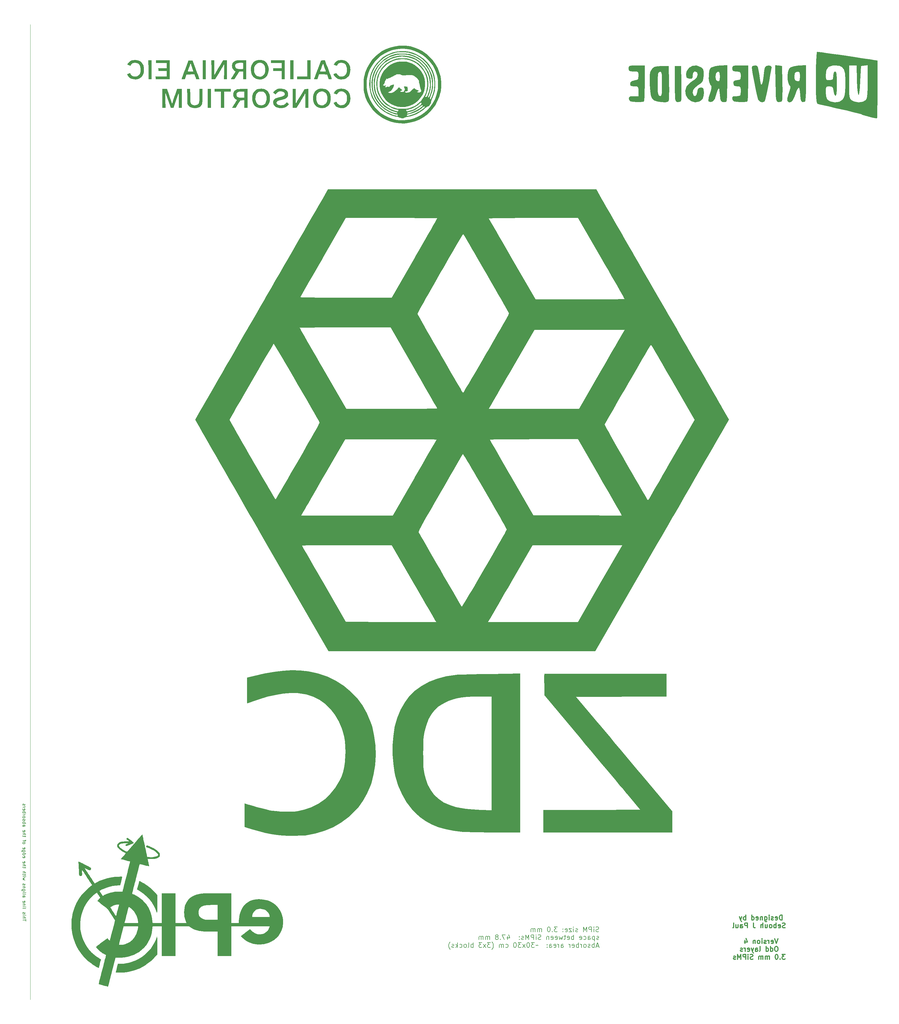
<source format=gbr>
%TF.GenerationSoftware,KiCad,Pcbnew,8.0.2-1*%
%TF.CreationDate,2024-06-21T16:09:21-04:00*%
%TF.ProjectId,OddLayers_3.0mm_SiPM,4f64644c-6179-4657-9273-5f332e306d6d,rev?*%
%TF.SameCoordinates,Original*%
%TF.FileFunction,Legend,Bot*%
%TF.FilePolarity,Positive*%
%FSLAX46Y46*%
G04 Gerber Fmt 4.6, Leading zero omitted, Abs format (unit mm)*
G04 Created by KiCad (PCBNEW 8.0.2-1) date 2024-06-21 16:09:21*
%MOMM*%
%LPD*%
G01*
G04 APERTURE LIST*
%ADD10C,0.100000*%
%ADD11C,0.150000*%
%ADD12C,0.300000*%
%ADD13C,0.000000*%
G04 APERTURE END LIST*
D10*
X75000000Y-330000000D02*
X75000000Y-30000000D01*
D11*
X249915601Y-309099784D02*
X249701316Y-309171212D01*
X249701316Y-309171212D02*
X249344173Y-309171212D01*
X249344173Y-309171212D02*
X249201316Y-309099784D01*
X249201316Y-309099784D02*
X249129887Y-309028355D01*
X249129887Y-309028355D02*
X249058458Y-308885498D01*
X249058458Y-308885498D02*
X249058458Y-308742641D01*
X249058458Y-308742641D02*
X249129887Y-308599784D01*
X249129887Y-308599784D02*
X249201316Y-308528355D01*
X249201316Y-308528355D02*
X249344173Y-308456926D01*
X249344173Y-308456926D02*
X249629887Y-308385498D01*
X249629887Y-308385498D02*
X249772744Y-308314069D01*
X249772744Y-308314069D02*
X249844173Y-308242641D01*
X249844173Y-308242641D02*
X249915601Y-308099784D01*
X249915601Y-308099784D02*
X249915601Y-307956926D01*
X249915601Y-307956926D02*
X249844173Y-307814069D01*
X249844173Y-307814069D02*
X249772744Y-307742641D01*
X249772744Y-307742641D02*
X249629887Y-307671212D01*
X249629887Y-307671212D02*
X249272744Y-307671212D01*
X249272744Y-307671212D02*
X249058458Y-307742641D01*
X248415602Y-309171212D02*
X248415602Y-308171212D01*
X248415602Y-307671212D02*
X248487030Y-307742641D01*
X248487030Y-307742641D02*
X248415602Y-307814069D01*
X248415602Y-307814069D02*
X248344173Y-307742641D01*
X248344173Y-307742641D02*
X248415602Y-307671212D01*
X248415602Y-307671212D02*
X248415602Y-307814069D01*
X247701316Y-309171212D02*
X247701316Y-307671212D01*
X247701316Y-307671212D02*
X247129887Y-307671212D01*
X247129887Y-307671212D02*
X246987030Y-307742641D01*
X246987030Y-307742641D02*
X246915601Y-307814069D01*
X246915601Y-307814069D02*
X246844173Y-307956926D01*
X246844173Y-307956926D02*
X246844173Y-308171212D01*
X246844173Y-308171212D02*
X246915601Y-308314069D01*
X246915601Y-308314069D02*
X246987030Y-308385498D01*
X246987030Y-308385498D02*
X247129887Y-308456926D01*
X247129887Y-308456926D02*
X247701316Y-308456926D01*
X246201316Y-309171212D02*
X246201316Y-307671212D01*
X246201316Y-307671212D02*
X245701316Y-308742641D01*
X245701316Y-308742641D02*
X245201316Y-307671212D01*
X245201316Y-307671212D02*
X245201316Y-309171212D01*
X243415601Y-309099784D02*
X243272744Y-309171212D01*
X243272744Y-309171212D02*
X242987030Y-309171212D01*
X242987030Y-309171212D02*
X242844173Y-309099784D01*
X242844173Y-309099784D02*
X242772744Y-308956926D01*
X242772744Y-308956926D02*
X242772744Y-308885498D01*
X242772744Y-308885498D02*
X242844173Y-308742641D01*
X242844173Y-308742641D02*
X242987030Y-308671212D01*
X242987030Y-308671212D02*
X243201316Y-308671212D01*
X243201316Y-308671212D02*
X243344173Y-308599784D01*
X243344173Y-308599784D02*
X243415601Y-308456926D01*
X243415601Y-308456926D02*
X243415601Y-308385498D01*
X243415601Y-308385498D02*
X243344173Y-308242641D01*
X243344173Y-308242641D02*
X243201316Y-308171212D01*
X243201316Y-308171212D02*
X242987030Y-308171212D01*
X242987030Y-308171212D02*
X242844173Y-308242641D01*
X242129887Y-309171212D02*
X242129887Y-308171212D01*
X242129887Y-307671212D02*
X242201315Y-307742641D01*
X242201315Y-307742641D02*
X242129887Y-307814069D01*
X242129887Y-307814069D02*
X242058458Y-307742641D01*
X242058458Y-307742641D02*
X242129887Y-307671212D01*
X242129887Y-307671212D02*
X242129887Y-307814069D01*
X241558458Y-308171212D02*
X240772744Y-308171212D01*
X240772744Y-308171212D02*
X241558458Y-309171212D01*
X241558458Y-309171212D02*
X240772744Y-309171212D01*
X239629886Y-309099784D02*
X239772743Y-309171212D01*
X239772743Y-309171212D02*
X240058458Y-309171212D01*
X240058458Y-309171212D02*
X240201315Y-309099784D01*
X240201315Y-309099784D02*
X240272743Y-308956926D01*
X240272743Y-308956926D02*
X240272743Y-308385498D01*
X240272743Y-308385498D02*
X240201315Y-308242641D01*
X240201315Y-308242641D02*
X240058458Y-308171212D01*
X240058458Y-308171212D02*
X239772743Y-308171212D01*
X239772743Y-308171212D02*
X239629886Y-308242641D01*
X239629886Y-308242641D02*
X239558458Y-308385498D01*
X239558458Y-308385498D02*
X239558458Y-308528355D01*
X239558458Y-308528355D02*
X240272743Y-308671212D01*
X238915601Y-309028355D02*
X238844172Y-309099784D01*
X238844172Y-309099784D02*
X238915601Y-309171212D01*
X238915601Y-309171212D02*
X238987029Y-309099784D01*
X238987029Y-309099784D02*
X238915601Y-309028355D01*
X238915601Y-309028355D02*
X238915601Y-309171212D01*
X238915601Y-308242641D02*
X238844172Y-308314069D01*
X238844172Y-308314069D02*
X238915601Y-308385498D01*
X238915601Y-308385498D02*
X238987029Y-308314069D01*
X238987029Y-308314069D02*
X238915601Y-308242641D01*
X238915601Y-308242641D02*
X238915601Y-308385498D01*
X237201315Y-307671212D02*
X236272743Y-307671212D01*
X236272743Y-307671212D02*
X236772743Y-308242641D01*
X236772743Y-308242641D02*
X236558458Y-308242641D01*
X236558458Y-308242641D02*
X236415601Y-308314069D01*
X236415601Y-308314069D02*
X236344172Y-308385498D01*
X236344172Y-308385498D02*
X236272743Y-308528355D01*
X236272743Y-308528355D02*
X236272743Y-308885498D01*
X236272743Y-308885498D02*
X236344172Y-309028355D01*
X236344172Y-309028355D02*
X236415601Y-309099784D01*
X236415601Y-309099784D02*
X236558458Y-309171212D01*
X236558458Y-309171212D02*
X236987029Y-309171212D01*
X236987029Y-309171212D02*
X237129886Y-309099784D01*
X237129886Y-309099784D02*
X237201315Y-309028355D01*
X235629887Y-309028355D02*
X235558458Y-309099784D01*
X235558458Y-309099784D02*
X235629887Y-309171212D01*
X235629887Y-309171212D02*
X235701315Y-309099784D01*
X235701315Y-309099784D02*
X235629887Y-309028355D01*
X235629887Y-309028355D02*
X235629887Y-309171212D01*
X234629886Y-307671212D02*
X234487029Y-307671212D01*
X234487029Y-307671212D02*
X234344172Y-307742641D01*
X234344172Y-307742641D02*
X234272744Y-307814069D01*
X234272744Y-307814069D02*
X234201315Y-307956926D01*
X234201315Y-307956926D02*
X234129886Y-308242641D01*
X234129886Y-308242641D02*
X234129886Y-308599784D01*
X234129886Y-308599784D02*
X234201315Y-308885498D01*
X234201315Y-308885498D02*
X234272744Y-309028355D01*
X234272744Y-309028355D02*
X234344172Y-309099784D01*
X234344172Y-309099784D02*
X234487029Y-309171212D01*
X234487029Y-309171212D02*
X234629886Y-309171212D01*
X234629886Y-309171212D02*
X234772744Y-309099784D01*
X234772744Y-309099784D02*
X234844172Y-309028355D01*
X234844172Y-309028355D02*
X234915601Y-308885498D01*
X234915601Y-308885498D02*
X234987029Y-308599784D01*
X234987029Y-308599784D02*
X234987029Y-308242641D01*
X234987029Y-308242641D02*
X234915601Y-307956926D01*
X234915601Y-307956926D02*
X234844172Y-307814069D01*
X234844172Y-307814069D02*
X234772744Y-307742641D01*
X234772744Y-307742641D02*
X234629886Y-307671212D01*
X232344173Y-309171212D02*
X232344173Y-308171212D01*
X232344173Y-308314069D02*
X232272744Y-308242641D01*
X232272744Y-308242641D02*
X232129887Y-308171212D01*
X232129887Y-308171212D02*
X231915601Y-308171212D01*
X231915601Y-308171212D02*
X231772744Y-308242641D01*
X231772744Y-308242641D02*
X231701316Y-308385498D01*
X231701316Y-308385498D02*
X231701316Y-309171212D01*
X231701316Y-308385498D02*
X231629887Y-308242641D01*
X231629887Y-308242641D02*
X231487030Y-308171212D01*
X231487030Y-308171212D02*
X231272744Y-308171212D01*
X231272744Y-308171212D02*
X231129887Y-308242641D01*
X231129887Y-308242641D02*
X231058458Y-308385498D01*
X231058458Y-308385498D02*
X231058458Y-309171212D01*
X230344173Y-309171212D02*
X230344173Y-308171212D01*
X230344173Y-308314069D02*
X230272744Y-308242641D01*
X230272744Y-308242641D02*
X230129887Y-308171212D01*
X230129887Y-308171212D02*
X229915601Y-308171212D01*
X229915601Y-308171212D02*
X229772744Y-308242641D01*
X229772744Y-308242641D02*
X229701316Y-308385498D01*
X229701316Y-308385498D02*
X229701316Y-309171212D01*
X229701316Y-308385498D02*
X229629887Y-308242641D01*
X229629887Y-308242641D02*
X229487030Y-308171212D01*
X229487030Y-308171212D02*
X229272744Y-308171212D01*
X229272744Y-308171212D02*
X229129887Y-308242641D01*
X229129887Y-308242641D02*
X229058458Y-308385498D01*
X229058458Y-308385498D02*
X229058458Y-309171212D01*
X249915601Y-311514700D02*
X249772744Y-311586128D01*
X249772744Y-311586128D02*
X249487030Y-311586128D01*
X249487030Y-311586128D02*
X249344173Y-311514700D01*
X249344173Y-311514700D02*
X249272744Y-311371842D01*
X249272744Y-311371842D02*
X249272744Y-311300414D01*
X249272744Y-311300414D02*
X249344173Y-311157557D01*
X249344173Y-311157557D02*
X249487030Y-311086128D01*
X249487030Y-311086128D02*
X249701316Y-311086128D01*
X249701316Y-311086128D02*
X249844173Y-311014700D01*
X249844173Y-311014700D02*
X249915601Y-310871842D01*
X249915601Y-310871842D02*
X249915601Y-310800414D01*
X249915601Y-310800414D02*
X249844173Y-310657557D01*
X249844173Y-310657557D02*
X249701316Y-310586128D01*
X249701316Y-310586128D02*
X249487030Y-310586128D01*
X249487030Y-310586128D02*
X249344173Y-310657557D01*
X248629887Y-310586128D02*
X248629887Y-312086128D01*
X248629887Y-310657557D02*
X248487030Y-310586128D01*
X248487030Y-310586128D02*
X248201315Y-310586128D01*
X248201315Y-310586128D02*
X248058458Y-310657557D01*
X248058458Y-310657557D02*
X247987030Y-310728985D01*
X247987030Y-310728985D02*
X247915601Y-310871842D01*
X247915601Y-310871842D02*
X247915601Y-311300414D01*
X247915601Y-311300414D02*
X247987030Y-311443271D01*
X247987030Y-311443271D02*
X248058458Y-311514700D01*
X248058458Y-311514700D02*
X248201315Y-311586128D01*
X248201315Y-311586128D02*
X248487030Y-311586128D01*
X248487030Y-311586128D02*
X248629887Y-311514700D01*
X246629887Y-311586128D02*
X246629887Y-310800414D01*
X246629887Y-310800414D02*
X246701315Y-310657557D01*
X246701315Y-310657557D02*
X246844172Y-310586128D01*
X246844172Y-310586128D02*
X247129887Y-310586128D01*
X247129887Y-310586128D02*
X247272744Y-310657557D01*
X246629887Y-311514700D02*
X246772744Y-311586128D01*
X246772744Y-311586128D02*
X247129887Y-311586128D01*
X247129887Y-311586128D02*
X247272744Y-311514700D01*
X247272744Y-311514700D02*
X247344172Y-311371842D01*
X247344172Y-311371842D02*
X247344172Y-311228985D01*
X247344172Y-311228985D02*
X247272744Y-311086128D01*
X247272744Y-311086128D02*
X247129887Y-311014700D01*
X247129887Y-311014700D02*
X246772744Y-311014700D01*
X246772744Y-311014700D02*
X246629887Y-310943271D01*
X245272744Y-311514700D02*
X245415601Y-311586128D01*
X245415601Y-311586128D02*
X245701315Y-311586128D01*
X245701315Y-311586128D02*
X245844172Y-311514700D01*
X245844172Y-311514700D02*
X245915601Y-311443271D01*
X245915601Y-311443271D02*
X245987029Y-311300414D01*
X245987029Y-311300414D02*
X245987029Y-310871842D01*
X245987029Y-310871842D02*
X245915601Y-310728985D01*
X245915601Y-310728985D02*
X245844172Y-310657557D01*
X245844172Y-310657557D02*
X245701315Y-310586128D01*
X245701315Y-310586128D02*
X245415601Y-310586128D01*
X245415601Y-310586128D02*
X245272744Y-310657557D01*
X244058458Y-311514700D02*
X244201315Y-311586128D01*
X244201315Y-311586128D02*
X244487030Y-311586128D01*
X244487030Y-311586128D02*
X244629887Y-311514700D01*
X244629887Y-311514700D02*
X244701315Y-311371842D01*
X244701315Y-311371842D02*
X244701315Y-310800414D01*
X244701315Y-310800414D02*
X244629887Y-310657557D01*
X244629887Y-310657557D02*
X244487030Y-310586128D01*
X244487030Y-310586128D02*
X244201315Y-310586128D01*
X244201315Y-310586128D02*
X244058458Y-310657557D01*
X244058458Y-310657557D02*
X243987030Y-310800414D01*
X243987030Y-310800414D02*
X243987030Y-310943271D01*
X243987030Y-310943271D02*
X244701315Y-311086128D01*
X242201316Y-311586128D02*
X242201316Y-310086128D01*
X242201316Y-310657557D02*
X242058459Y-310586128D01*
X242058459Y-310586128D02*
X241772744Y-310586128D01*
X241772744Y-310586128D02*
X241629887Y-310657557D01*
X241629887Y-310657557D02*
X241558459Y-310728985D01*
X241558459Y-310728985D02*
X241487030Y-310871842D01*
X241487030Y-310871842D02*
X241487030Y-311300414D01*
X241487030Y-311300414D02*
X241558459Y-311443271D01*
X241558459Y-311443271D02*
X241629887Y-311514700D01*
X241629887Y-311514700D02*
X241772744Y-311586128D01*
X241772744Y-311586128D02*
X242058459Y-311586128D01*
X242058459Y-311586128D02*
X242201316Y-311514700D01*
X240272744Y-311514700D02*
X240415601Y-311586128D01*
X240415601Y-311586128D02*
X240701316Y-311586128D01*
X240701316Y-311586128D02*
X240844173Y-311514700D01*
X240844173Y-311514700D02*
X240915601Y-311371842D01*
X240915601Y-311371842D02*
X240915601Y-310800414D01*
X240915601Y-310800414D02*
X240844173Y-310657557D01*
X240844173Y-310657557D02*
X240701316Y-310586128D01*
X240701316Y-310586128D02*
X240415601Y-310586128D01*
X240415601Y-310586128D02*
X240272744Y-310657557D01*
X240272744Y-310657557D02*
X240201316Y-310800414D01*
X240201316Y-310800414D02*
X240201316Y-310943271D01*
X240201316Y-310943271D02*
X240915601Y-311086128D01*
X239772744Y-310586128D02*
X239201316Y-310586128D01*
X239558459Y-310086128D02*
X239558459Y-311371842D01*
X239558459Y-311371842D02*
X239487030Y-311514700D01*
X239487030Y-311514700D02*
X239344173Y-311586128D01*
X239344173Y-311586128D02*
X239201316Y-311586128D01*
X238844173Y-310586128D02*
X238558459Y-311586128D01*
X238558459Y-311586128D02*
X238272744Y-310871842D01*
X238272744Y-310871842D02*
X237987030Y-311586128D01*
X237987030Y-311586128D02*
X237701316Y-310586128D01*
X236558458Y-311514700D02*
X236701315Y-311586128D01*
X236701315Y-311586128D02*
X236987030Y-311586128D01*
X236987030Y-311586128D02*
X237129887Y-311514700D01*
X237129887Y-311514700D02*
X237201315Y-311371842D01*
X237201315Y-311371842D02*
X237201315Y-310800414D01*
X237201315Y-310800414D02*
X237129887Y-310657557D01*
X237129887Y-310657557D02*
X236987030Y-310586128D01*
X236987030Y-310586128D02*
X236701315Y-310586128D01*
X236701315Y-310586128D02*
X236558458Y-310657557D01*
X236558458Y-310657557D02*
X236487030Y-310800414D01*
X236487030Y-310800414D02*
X236487030Y-310943271D01*
X236487030Y-310943271D02*
X237201315Y-311086128D01*
X235272744Y-311514700D02*
X235415601Y-311586128D01*
X235415601Y-311586128D02*
X235701316Y-311586128D01*
X235701316Y-311586128D02*
X235844173Y-311514700D01*
X235844173Y-311514700D02*
X235915601Y-311371842D01*
X235915601Y-311371842D02*
X235915601Y-310800414D01*
X235915601Y-310800414D02*
X235844173Y-310657557D01*
X235844173Y-310657557D02*
X235701316Y-310586128D01*
X235701316Y-310586128D02*
X235415601Y-310586128D01*
X235415601Y-310586128D02*
X235272744Y-310657557D01*
X235272744Y-310657557D02*
X235201316Y-310800414D01*
X235201316Y-310800414D02*
X235201316Y-310943271D01*
X235201316Y-310943271D02*
X235915601Y-311086128D01*
X234558459Y-310586128D02*
X234558459Y-311586128D01*
X234558459Y-310728985D02*
X234487030Y-310657557D01*
X234487030Y-310657557D02*
X234344173Y-310586128D01*
X234344173Y-310586128D02*
X234129887Y-310586128D01*
X234129887Y-310586128D02*
X233987030Y-310657557D01*
X233987030Y-310657557D02*
X233915602Y-310800414D01*
X233915602Y-310800414D02*
X233915602Y-311586128D01*
X232129887Y-311514700D02*
X231915602Y-311586128D01*
X231915602Y-311586128D02*
X231558459Y-311586128D01*
X231558459Y-311586128D02*
X231415602Y-311514700D01*
X231415602Y-311514700D02*
X231344173Y-311443271D01*
X231344173Y-311443271D02*
X231272744Y-311300414D01*
X231272744Y-311300414D02*
X231272744Y-311157557D01*
X231272744Y-311157557D02*
X231344173Y-311014700D01*
X231344173Y-311014700D02*
X231415602Y-310943271D01*
X231415602Y-310943271D02*
X231558459Y-310871842D01*
X231558459Y-310871842D02*
X231844173Y-310800414D01*
X231844173Y-310800414D02*
X231987030Y-310728985D01*
X231987030Y-310728985D02*
X232058459Y-310657557D01*
X232058459Y-310657557D02*
X232129887Y-310514700D01*
X232129887Y-310514700D02*
X232129887Y-310371842D01*
X232129887Y-310371842D02*
X232058459Y-310228985D01*
X232058459Y-310228985D02*
X231987030Y-310157557D01*
X231987030Y-310157557D02*
X231844173Y-310086128D01*
X231844173Y-310086128D02*
X231487030Y-310086128D01*
X231487030Y-310086128D02*
X231272744Y-310157557D01*
X230629888Y-311586128D02*
X230629888Y-310586128D01*
X230629888Y-310086128D02*
X230701316Y-310157557D01*
X230701316Y-310157557D02*
X230629888Y-310228985D01*
X230629888Y-310228985D02*
X230558459Y-310157557D01*
X230558459Y-310157557D02*
X230629888Y-310086128D01*
X230629888Y-310086128D02*
X230629888Y-310228985D01*
X229915602Y-311586128D02*
X229915602Y-310086128D01*
X229915602Y-310086128D02*
X229344173Y-310086128D01*
X229344173Y-310086128D02*
X229201316Y-310157557D01*
X229201316Y-310157557D02*
X229129887Y-310228985D01*
X229129887Y-310228985D02*
X229058459Y-310371842D01*
X229058459Y-310371842D02*
X229058459Y-310586128D01*
X229058459Y-310586128D02*
X229129887Y-310728985D01*
X229129887Y-310728985D02*
X229201316Y-310800414D01*
X229201316Y-310800414D02*
X229344173Y-310871842D01*
X229344173Y-310871842D02*
X229915602Y-310871842D01*
X228415602Y-311586128D02*
X228415602Y-310086128D01*
X228415602Y-310086128D02*
X227915602Y-311157557D01*
X227915602Y-311157557D02*
X227415602Y-310086128D01*
X227415602Y-310086128D02*
X227415602Y-311586128D01*
X226772744Y-311514700D02*
X226629887Y-311586128D01*
X226629887Y-311586128D02*
X226344173Y-311586128D01*
X226344173Y-311586128D02*
X226201316Y-311514700D01*
X226201316Y-311514700D02*
X226129887Y-311371842D01*
X226129887Y-311371842D02*
X226129887Y-311300414D01*
X226129887Y-311300414D02*
X226201316Y-311157557D01*
X226201316Y-311157557D02*
X226344173Y-311086128D01*
X226344173Y-311086128D02*
X226558459Y-311086128D01*
X226558459Y-311086128D02*
X226701316Y-311014700D01*
X226701316Y-311014700D02*
X226772744Y-310871842D01*
X226772744Y-310871842D02*
X226772744Y-310800414D01*
X226772744Y-310800414D02*
X226701316Y-310657557D01*
X226701316Y-310657557D02*
X226558459Y-310586128D01*
X226558459Y-310586128D02*
X226344173Y-310586128D01*
X226344173Y-310586128D02*
X226201316Y-310657557D01*
X225487030Y-311443271D02*
X225415601Y-311514700D01*
X225415601Y-311514700D02*
X225487030Y-311586128D01*
X225487030Y-311586128D02*
X225558458Y-311514700D01*
X225558458Y-311514700D02*
X225487030Y-311443271D01*
X225487030Y-311443271D02*
X225487030Y-311586128D01*
X225487030Y-310657557D02*
X225415601Y-310728985D01*
X225415601Y-310728985D02*
X225487030Y-310800414D01*
X225487030Y-310800414D02*
X225558458Y-310728985D01*
X225558458Y-310728985D02*
X225487030Y-310657557D01*
X225487030Y-310657557D02*
X225487030Y-310800414D01*
X221844173Y-310586128D02*
X221844173Y-311586128D01*
X222201315Y-310014700D02*
X222558458Y-311086128D01*
X222558458Y-311086128D02*
X221629887Y-311086128D01*
X221201316Y-310086128D02*
X220201316Y-310086128D01*
X220201316Y-310086128D02*
X220844173Y-311586128D01*
X219629888Y-311443271D02*
X219558459Y-311514700D01*
X219558459Y-311514700D02*
X219629888Y-311586128D01*
X219629888Y-311586128D02*
X219701316Y-311514700D01*
X219701316Y-311514700D02*
X219629888Y-311443271D01*
X219629888Y-311443271D02*
X219629888Y-311586128D01*
X218701316Y-310728985D02*
X218844173Y-310657557D01*
X218844173Y-310657557D02*
X218915602Y-310586128D01*
X218915602Y-310586128D02*
X218987030Y-310443271D01*
X218987030Y-310443271D02*
X218987030Y-310371842D01*
X218987030Y-310371842D02*
X218915602Y-310228985D01*
X218915602Y-310228985D02*
X218844173Y-310157557D01*
X218844173Y-310157557D02*
X218701316Y-310086128D01*
X218701316Y-310086128D02*
X218415602Y-310086128D01*
X218415602Y-310086128D02*
X218272745Y-310157557D01*
X218272745Y-310157557D02*
X218201316Y-310228985D01*
X218201316Y-310228985D02*
X218129887Y-310371842D01*
X218129887Y-310371842D02*
X218129887Y-310443271D01*
X218129887Y-310443271D02*
X218201316Y-310586128D01*
X218201316Y-310586128D02*
X218272745Y-310657557D01*
X218272745Y-310657557D02*
X218415602Y-310728985D01*
X218415602Y-310728985D02*
X218701316Y-310728985D01*
X218701316Y-310728985D02*
X218844173Y-310800414D01*
X218844173Y-310800414D02*
X218915602Y-310871842D01*
X218915602Y-310871842D02*
X218987030Y-311014700D01*
X218987030Y-311014700D02*
X218987030Y-311300414D01*
X218987030Y-311300414D02*
X218915602Y-311443271D01*
X218915602Y-311443271D02*
X218844173Y-311514700D01*
X218844173Y-311514700D02*
X218701316Y-311586128D01*
X218701316Y-311586128D02*
X218415602Y-311586128D01*
X218415602Y-311586128D02*
X218272745Y-311514700D01*
X218272745Y-311514700D02*
X218201316Y-311443271D01*
X218201316Y-311443271D02*
X218129887Y-311300414D01*
X218129887Y-311300414D02*
X218129887Y-311014700D01*
X218129887Y-311014700D02*
X218201316Y-310871842D01*
X218201316Y-310871842D02*
X218272745Y-310800414D01*
X218272745Y-310800414D02*
X218415602Y-310728985D01*
X216344174Y-311586128D02*
X216344174Y-310586128D01*
X216344174Y-310728985D02*
X216272745Y-310657557D01*
X216272745Y-310657557D02*
X216129888Y-310586128D01*
X216129888Y-310586128D02*
X215915602Y-310586128D01*
X215915602Y-310586128D02*
X215772745Y-310657557D01*
X215772745Y-310657557D02*
X215701317Y-310800414D01*
X215701317Y-310800414D02*
X215701317Y-311586128D01*
X215701317Y-310800414D02*
X215629888Y-310657557D01*
X215629888Y-310657557D02*
X215487031Y-310586128D01*
X215487031Y-310586128D02*
X215272745Y-310586128D01*
X215272745Y-310586128D02*
X215129888Y-310657557D01*
X215129888Y-310657557D02*
X215058459Y-310800414D01*
X215058459Y-310800414D02*
X215058459Y-311586128D01*
X214344174Y-311586128D02*
X214344174Y-310586128D01*
X214344174Y-310728985D02*
X214272745Y-310657557D01*
X214272745Y-310657557D02*
X214129888Y-310586128D01*
X214129888Y-310586128D02*
X213915602Y-310586128D01*
X213915602Y-310586128D02*
X213772745Y-310657557D01*
X213772745Y-310657557D02*
X213701317Y-310800414D01*
X213701317Y-310800414D02*
X213701317Y-311586128D01*
X213701317Y-310800414D02*
X213629888Y-310657557D01*
X213629888Y-310657557D02*
X213487031Y-310586128D01*
X213487031Y-310586128D02*
X213272745Y-310586128D01*
X213272745Y-310586128D02*
X213129888Y-310657557D01*
X213129888Y-310657557D02*
X213058459Y-310800414D01*
X213058459Y-310800414D02*
X213058459Y-311586128D01*
X249915601Y-313572473D02*
X249201316Y-313572473D01*
X250058458Y-314001044D02*
X249558458Y-312501044D01*
X249558458Y-312501044D02*
X249058458Y-314001044D01*
X248558459Y-314001044D02*
X248558459Y-312501044D01*
X248558459Y-313072473D02*
X248415602Y-313001044D01*
X248415602Y-313001044D02*
X248129887Y-313001044D01*
X248129887Y-313001044D02*
X247987030Y-313072473D01*
X247987030Y-313072473D02*
X247915602Y-313143901D01*
X247915602Y-313143901D02*
X247844173Y-313286758D01*
X247844173Y-313286758D02*
X247844173Y-313715330D01*
X247844173Y-313715330D02*
X247915602Y-313858187D01*
X247915602Y-313858187D02*
X247987030Y-313929616D01*
X247987030Y-313929616D02*
X248129887Y-314001044D01*
X248129887Y-314001044D02*
X248415602Y-314001044D01*
X248415602Y-314001044D02*
X248558459Y-313929616D01*
X247272744Y-313929616D02*
X247129887Y-314001044D01*
X247129887Y-314001044D02*
X246844173Y-314001044D01*
X246844173Y-314001044D02*
X246701316Y-313929616D01*
X246701316Y-313929616D02*
X246629887Y-313786758D01*
X246629887Y-313786758D02*
X246629887Y-313715330D01*
X246629887Y-313715330D02*
X246701316Y-313572473D01*
X246701316Y-313572473D02*
X246844173Y-313501044D01*
X246844173Y-313501044D02*
X247058459Y-313501044D01*
X247058459Y-313501044D02*
X247201316Y-313429616D01*
X247201316Y-313429616D02*
X247272744Y-313286758D01*
X247272744Y-313286758D02*
X247272744Y-313215330D01*
X247272744Y-313215330D02*
X247201316Y-313072473D01*
X247201316Y-313072473D02*
X247058459Y-313001044D01*
X247058459Y-313001044D02*
X246844173Y-313001044D01*
X246844173Y-313001044D02*
X246701316Y-313072473D01*
X245772744Y-314001044D02*
X245915601Y-313929616D01*
X245915601Y-313929616D02*
X245987030Y-313858187D01*
X245987030Y-313858187D02*
X246058458Y-313715330D01*
X246058458Y-313715330D02*
X246058458Y-313286758D01*
X246058458Y-313286758D02*
X245987030Y-313143901D01*
X245987030Y-313143901D02*
X245915601Y-313072473D01*
X245915601Y-313072473D02*
X245772744Y-313001044D01*
X245772744Y-313001044D02*
X245558458Y-313001044D01*
X245558458Y-313001044D02*
X245415601Y-313072473D01*
X245415601Y-313072473D02*
X245344173Y-313143901D01*
X245344173Y-313143901D02*
X245272744Y-313286758D01*
X245272744Y-313286758D02*
X245272744Y-313715330D01*
X245272744Y-313715330D02*
X245344173Y-313858187D01*
X245344173Y-313858187D02*
X245415601Y-313929616D01*
X245415601Y-313929616D02*
X245558458Y-314001044D01*
X245558458Y-314001044D02*
X245772744Y-314001044D01*
X244629887Y-314001044D02*
X244629887Y-313001044D01*
X244629887Y-313286758D02*
X244558458Y-313143901D01*
X244558458Y-313143901D02*
X244487030Y-313072473D01*
X244487030Y-313072473D02*
X244344172Y-313001044D01*
X244344172Y-313001044D02*
X244201315Y-313001044D01*
X243701316Y-314001044D02*
X243701316Y-312501044D01*
X243701316Y-313072473D02*
X243558459Y-313001044D01*
X243558459Y-313001044D02*
X243272744Y-313001044D01*
X243272744Y-313001044D02*
X243129887Y-313072473D01*
X243129887Y-313072473D02*
X243058459Y-313143901D01*
X243058459Y-313143901D02*
X242987030Y-313286758D01*
X242987030Y-313286758D02*
X242987030Y-313715330D01*
X242987030Y-313715330D02*
X243058459Y-313858187D01*
X243058459Y-313858187D02*
X243129887Y-313929616D01*
X243129887Y-313929616D02*
X243272744Y-314001044D01*
X243272744Y-314001044D02*
X243558459Y-314001044D01*
X243558459Y-314001044D02*
X243701316Y-313929616D01*
X241772744Y-313929616D02*
X241915601Y-314001044D01*
X241915601Y-314001044D02*
X242201316Y-314001044D01*
X242201316Y-314001044D02*
X242344173Y-313929616D01*
X242344173Y-313929616D02*
X242415601Y-313786758D01*
X242415601Y-313786758D02*
X242415601Y-313215330D01*
X242415601Y-313215330D02*
X242344173Y-313072473D01*
X242344173Y-313072473D02*
X242201316Y-313001044D01*
X242201316Y-313001044D02*
X241915601Y-313001044D01*
X241915601Y-313001044D02*
X241772744Y-313072473D01*
X241772744Y-313072473D02*
X241701316Y-313215330D01*
X241701316Y-313215330D02*
X241701316Y-313358187D01*
X241701316Y-313358187D02*
X242415601Y-313501044D01*
X241058459Y-314001044D02*
X241058459Y-313001044D01*
X241058459Y-313286758D02*
X240987030Y-313143901D01*
X240987030Y-313143901D02*
X240915602Y-313072473D01*
X240915602Y-313072473D02*
X240772744Y-313001044D01*
X240772744Y-313001044D02*
X240629887Y-313001044D01*
X238344174Y-314001044D02*
X238344174Y-313215330D01*
X238344174Y-313215330D02*
X238415602Y-313072473D01*
X238415602Y-313072473D02*
X238558459Y-313001044D01*
X238558459Y-313001044D02*
X238844174Y-313001044D01*
X238844174Y-313001044D02*
X238987031Y-313072473D01*
X238344174Y-313929616D02*
X238487031Y-314001044D01*
X238487031Y-314001044D02*
X238844174Y-314001044D01*
X238844174Y-314001044D02*
X238987031Y-313929616D01*
X238987031Y-313929616D02*
X239058459Y-313786758D01*
X239058459Y-313786758D02*
X239058459Y-313643901D01*
X239058459Y-313643901D02*
X238987031Y-313501044D01*
X238987031Y-313501044D02*
X238844174Y-313429616D01*
X238844174Y-313429616D02*
X238487031Y-313429616D01*
X238487031Y-313429616D02*
X238344174Y-313358187D01*
X237629888Y-314001044D02*
X237629888Y-313001044D01*
X237629888Y-313286758D02*
X237558459Y-313143901D01*
X237558459Y-313143901D02*
X237487031Y-313072473D01*
X237487031Y-313072473D02*
X237344173Y-313001044D01*
X237344173Y-313001044D02*
X237201316Y-313001044D01*
X236129888Y-313929616D02*
X236272745Y-314001044D01*
X236272745Y-314001044D02*
X236558460Y-314001044D01*
X236558460Y-314001044D02*
X236701317Y-313929616D01*
X236701317Y-313929616D02*
X236772745Y-313786758D01*
X236772745Y-313786758D02*
X236772745Y-313215330D01*
X236772745Y-313215330D02*
X236701317Y-313072473D01*
X236701317Y-313072473D02*
X236558460Y-313001044D01*
X236558460Y-313001044D02*
X236272745Y-313001044D01*
X236272745Y-313001044D02*
X236129888Y-313072473D01*
X236129888Y-313072473D02*
X236058460Y-313215330D01*
X236058460Y-313215330D02*
X236058460Y-313358187D01*
X236058460Y-313358187D02*
X236772745Y-313501044D01*
X234772746Y-314001044D02*
X234772746Y-313215330D01*
X234772746Y-313215330D02*
X234844174Y-313072473D01*
X234844174Y-313072473D02*
X234987031Y-313001044D01*
X234987031Y-313001044D02*
X235272746Y-313001044D01*
X235272746Y-313001044D02*
X235415603Y-313072473D01*
X234772746Y-313929616D02*
X234915603Y-314001044D01*
X234915603Y-314001044D02*
X235272746Y-314001044D01*
X235272746Y-314001044D02*
X235415603Y-313929616D01*
X235415603Y-313929616D02*
X235487031Y-313786758D01*
X235487031Y-313786758D02*
X235487031Y-313643901D01*
X235487031Y-313643901D02*
X235415603Y-313501044D01*
X235415603Y-313501044D02*
X235272746Y-313429616D01*
X235272746Y-313429616D02*
X234915603Y-313429616D01*
X234915603Y-313429616D02*
X234772746Y-313358187D01*
X234058460Y-313858187D02*
X233987031Y-313929616D01*
X233987031Y-313929616D02*
X234058460Y-314001044D01*
X234058460Y-314001044D02*
X234129888Y-313929616D01*
X234129888Y-313929616D02*
X234058460Y-313858187D01*
X234058460Y-313858187D02*
X234058460Y-314001044D01*
X234058460Y-313072473D02*
X233987031Y-313143901D01*
X233987031Y-313143901D02*
X234058460Y-313215330D01*
X234058460Y-313215330D02*
X234129888Y-313143901D01*
X234129888Y-313143901D02*
X234058460Y-313072473D01*
X234058460Y-313072473D02*
X234058460Y-313215330D01*
X231272745Y-313429616D02*
X231201317Y-313358187D01*
X231201317Y-313358187D02*
X231058460Y-313286758D01*
X231058460Y-313286758D02*
X230772745Y-313429616D01*
X230772745Y-313429616D02*
X230629888Y-313358187D01*
X230629888Y-313358187D02*
X230558460Y-313286758D01*
X230129888Y-312501044D02*
X229201316Y-312501044D01*
X229201316Y-312501044D02*
X229701316Y-313072473D01*
X229701316Y-313072473D02*
X229487031Y-313072473D01*
X229487031Y-313072473D02*
X229344174Y-313143901D01*
X229344174Y-313143901D02*
X229272745Y-313215330D01*
X229272745Y-313215330D02*
X229201316Y-313358187D01*
X229201316Y-313358187D02*
X229201316Y-313715330D01*
X229201316Y-313715330D02*
X229272745Y-313858187D01*
X229272745Y-313858187D02*
X229344174Y-313929616D01*
X229344174Y-313929616D02*
X229487031Y-314001044D01*
X229487031Y-314001044D02*
X229915602Y-314001044D01*
X229915602Y-314001044D02*
X230058459Y-313929616D01*
X230058459Y-313929616D02*
X230129888Y-313858187D01*
X228272745Y-312501044D02*
X228129888Y-312501044D01*
X228129888Y-312501044D02*
X227987031Y-312572473D01*
X227987031Y-312572473D02*
X227915603Y-312643901D01*
X227915603Y-312643901D02*
X227844174Y-312786758D01*
X227844174Y-312786758D02*
X227772745Y-313072473D01*
X227772745Y-313072473D02*
X227772745Y-313429616D01*
X227772745Y-313429616D02*
X227844174Y-313715330D01*
X227844174Y-313715330D02*
X227915603Y-313858187D01*
X227915603Y-313858187D02*
X227987031Y-313929616D01*
X227987031Y-313929616D02*
X228129888Y-314001044D01*
X228129888Y-314001044D02*
X228272745Y-314001044D01*
X228272745Y-314001044D02*
X228415603Y-313929616D01*
X228415603Y-313929616D02*
X228487031Y-313858187D01*
X228487031Y-313858187D02*
X228558460Y-313715330D01*
X228558460Y-313715330D02*
X228629888Y-313429616D01*
X228629888Y-313429616D02*
X228629888Y-313072473D01*
X228629888Y-313072473D02*
X228558460Y-312786758D01*
X228558460Y-312786758D02*
X228487031Y-312643901D01*
X228487031Y-312643901D02*
X228415603Y-312572473D01*
X228415603Y-312572473D02*
X228272745Y-312501044D01*
X227272746Y-314001044D02*
X226487032Y-313001044D01*
X227272746Y-313001044D02*
X226487032Y-314001044D01*
X226058460Y-312501044D02*
X225129888Y-312501044D01*
X225129888Y-312501044D02*
X225629888Y-313072473D01*
X225629888Y-313072473D02*
X225415603Y-313072473D01*
X225415603Y-313072473D02*
X225272746Y-313143901D01*
X225272746Y-313143901D02*
X225201317Y-313215330D01*
X225201317Y-313215330D02*
X225129888Y-313358187D01*
X225129888Y-313358187D02*
X225129888Y-313715330D01*
X225129888Y-313715330D02*
X225201317Y-313858187D01*
X225201317Y-313858187D02*
X225272746Y-313929616D01*
X225272746Y-313929616D02*
X225415603Y-314001044D01*
X225415603Y-314001044D02*
X225844174Y-314001044D01*
X225844174Y-314001044D02*
X225987031Y-313929616D01*
X225987031Y-313929616D02*
X226058460Y-313858187D01*
X224201317Y-312501044D02*
X224058460Y-312501044D01*
X224058460Y-312501044D02*
X223915603Y-312572473D01*
X223915603Y-312572473D02*
X223844175Y-312643901D01*
X223844175Y-312643901D02*
X223772746Y-312786758D01*
X223772746Y-312786758D02*
X223701317Y-313072473D01*
X223701317Y-313072473D02*
X223701317Y-313429616D01*
X223701317Y-313429616D02*
X223772746Y-313715330D01*
X223772746Y-313715330D02*
X223844175Y-313858187D01*
X223844175Y-313858187D02*
X223915603Y-313929616D01*
X223915603Y-313929616D02*
X224058460Y-314001044D01*
X224058460Y-314001044D02*
X224201317Y-314001044D01*
X224201317Y-314001044D02*
X224344175Y-313929616D01*
X224344175Y-313929616D02*
X224415603Y-313858187D01*
X224415603Y-313858187D02*
X224487032Y-313715330D01*
X224487032Y-313715330D02*
X224558460Y-313429616D01*
X224558460Y-313429616D02*
X224558460Y-313072473D01*
X224558460Y-313072473D02*
X224487032Y-312786758D01*
X224487032Y-312786758D02*
X224415603Y-312643901D01*
X224415603Y-312643901D02*
X224344175Y-312572473D01*
X224344175Y-312572473D02*
X224201317Y-312501044D01*
X221272747Y-313929616D02*
X221415604Y-314001044D01*
X221415604Y-314001044D02*
X221701318Y-314001044D01*
X221701318Y-314001044D02*
X221844175Y-313929616D01*
X221844175Y-313929616D02*
X221915604Y-313858187D01*
X221915604Y-313858187D02*
X221987032Y-313715330D01*
X221987032Y-313715330D02*
X221987032Y-313286758D01*
X221987032Y-313286758D02*
X221915604Y-313143901D01*
X221915604Y-313143901D02*
X221844175Y-313072473D01*
X221844175Y-313072473D02*
X221701318Y-313001044D01*
X221701318Y-313001044D02*
X221415604Y-313001044D01*
X221415604Y-313001044D02*
X221272747Y-313072473D01*
X220629890Y-314001044D02*
X220629890Y-313001044D01*
X220629890Y-313143901D02*
X220558461Y-313072473D01*
X220558461Y-313072473D02*
X220415604Y-313001044D01*
X220415604Y-313001044D02*
X220201318Y-313001044D01*
X220201318Y-313001044D02*
X220058461Y-313072473D01*
X220058461Y-313072473D02*
X219987033Y-313215330D01*
X219987033Y-313215330D02*
X219987033Y-314001044D01*
X219987033Y-313215330D02*
X219915604Y-313072473D01*
X219915604Y-313072473D02*
X219772747Y-313001044D01*
X219772747Y-313001044D02*
X219558461Y-313001044D01*
X219558461Y-313001044D02*
X219415604Y-313072473D01*
X219415604Y-313072473D02*
X219344175Y-313215330D01*
X219344175Y-313215330D02*
X219344175Y-314001044D01*
X217058461Y-314572473D02*
X217129890Y-314501044D01*
X217129890Y-314501044D02*
X217272747Y-314286758D01*
X217272747Y-314286758D02*
X217344176Y-314143901D01*
X217344176Y-314143901D02*
X217415604Y-313929616D01*
X217415604Y-313929616D02*
X217487033Y-313572473D01*
X217487033Y-313572473D02*
X217487033Y-313286758D01*
X217487033Y-313286758D02*
X217415604Y-312929616D01*
X217415604Y-312929616D02*
X217344176Y-312715330D01*
X217344176Y-312715330D02*
X217272747Y-312572473D01*
X217272747Y-312572473D02*
X217129890Y-312358187D01*
X217129890Y-312358187D02*
X217058461Y-312286758D01*
X216629890Y-312501044D02*
X215701318Y-312501044D01*
X215701318Y-312501044D02*
X216201318Y-313072473D01*
X216201318Y-313072473D02*
X215987033Y-313072473D01*
X215987033Y-313072473D02*
X215844176Y-313143901D01*
X215844176Y-313143901D02*
X215772747Y-313215330D01*
X215772747Y-313215330D02*
X215701318Y-313358187D01*
X215701318Y-313358187D02*
X215701318Y-313715330D01*
X215701318Y-313715330D02*
X215772747Y-313858187D01*
X215772747Y-313858187D02*
X215844176Y-313929616D01*
X215844176Y-313929616D02*
X215987033Y-314001044D01*
X215987033Y-314001044D02*
X216415604Y-314001044D01*
X216415604Y-314001044D02*
X216558461Y-313929616D01*
X216558461Y-313929616D02*
X216629890Y-313858187D01*
X215201319Y-314001044D02*
X214415605Y-313001044D01*
X215201319Y-313001044D02*
X214415605Y-314001044D01*
X213987033Y-312501044D02*
X213058461Y-312501044D01*
X213058461Y-312501044D02*
X213558461Y-313072473D01*
X213558461Y-313072473D02*
X213344176Y-313072473D01*
X213344176Y-313072473D02*
X213201319Y-313143901D01*
X213201319Y-313143901D02*
X213129890Y-313215330D01*
X213129890Y-313215330D02*
X213058461Y-313358187D01*
X213058461Y-313358187D02*
X213058461Y-313715330D01*
X213058461Y-313715330D02*
X213129890Y-313858187D01*
X213129890Y-313858187D02*
X213201319Y-313929616D01*
X213201319Y-313929616D02*
X213344176Y-314001044D01*
X213344176Y-314001044D02*
X213772747Y-314001044D01*
X213772747Y-314001044D02*
X213915604Y-313929616D01*
X213915604Y-313929616D02*
X213987033Y-313858187D01*
X211272748Y-314001044D02*
X211272748Y-312501044D01*
X211272748Y-313072473D02*
X211129891Y-313001044D01*
X211129891Y-313001044D02*
X210844176Y-313001044D01*
X210844176Y-313001044D02*
X210701319Y-313072473D01*
X210701319Y-313072473D02*
X210629891Y-313143901D01*
X210629891Y-313143901D02*
X210558462Y-313286758D01*
X210558462Y-313286758D02*
X210558462Y-313715330D01*
X210558462Y-313715330D02*
X210629891Y-313858187D01*
X210629891Y-313858187D02*
X210701319Y-313929616D01*
X210701319Y-313929616D02*
X210844176Y-314001044D01*
X210844176Y-314001044D02*
X211129891Y-314001044D01*
X211129891Y-314001044D02*
X211272748Y-313929616D01*
X209701319Y-314001044D02*
X209844176Y-313929616D01*
X209844176Y-313929616D02*
X209915605Y-313786758D01*
X209915605Y-313786758D02*
X209915605Y-312501044D01*
X208915605Y-314001044D02*
X209058462Y-313929616D01*
X209058462Y-313929616D02*
X209129891Y-313858187D01*
X209129891Y-313858187D02*
X209201319Y-313715330D01*
X209201319Y-313715330D02*
X209201319Y-313286758D01*
X209201319Y-313286758D02*
X209129891Y-313143901D01*
X209129891Y-313143901D02*
X209058462Y-313072473D01*
X209058462Y-313072473D02*
X208915605Y-313001044D01*
X208915605Y-313001044D02*
X208701319Y-313001044D01*
X208701319Y-313001044D02*
X208558462Y-313072473D01*
X208558462Y-313072473D02*
X208487034Y-313143901D01*
X208487034Y-313143901D02*
X208415605Y-313286758D01*
X208415605Y-313286758D02*
X208415605Y-313715330D01*
X208415605Y-313715330D02*
X208487034Y-313858187D01*
X208487034Y-313858187D02*
X208558462Y-313929616D01*
X208558462Y-313929616D02*
X208701319Y-314001044D01*
X208701319Y-314001044D02*
X208915605Y-314001044D01*
X207129891Y-313929616D02*
X207272748Y-314001044D01*
X207272748Y-314001044D02*
X207558462Y-314001044D01*
X207558462Y-314001044D02*
X207701319Y-313929616D01*
X207701319Y-313929616D02*
X207772748Y-313858187D01*
X207772748Y-313858187D02*
X207844176Y-313715330D01*
X207844176Y-313715330D02*
X207844176Y-313286758D01*
X207844176Y-313286758D02*
X207772748Y-313143901D01*
X207772748Y-313143901D02*
X207701319Y-313072473D01*
X207701319Y-313072473D02*
X207558462Y-313001044D01*
X207558462Y-313001044D02*
X207272748Y-313001044D01*
X207272748Y-313001044D02*
X207129891Y-313072473D01*
X206487034Y-314001044D02*
X206487034Y-312501044D01*
X206344177Y-313429616D02*
X205915605Y-314001044D01*
X205915605Y-313001044D02*
X206487034Y-313572473D01*
X205344176Y-313929616D02*
X205201319Y-314001044D01*
X205201319Y-314001044D02*
X204915605Y-314001044D01*
X204915605Y-314001044D02*
X204772748Y-313929616D01*
X204772748Y-313929616D02*
X204701319Y-313786758D01*
X204701319Y-313786758D02*
X204701319Y-313715330D01*
X204701319Y-313715330D02*
X204772748Y-313572473D01*
X204772748Y-313572473D02*
X204915605Y-313501044D01*
X204915605Y-313501044D02*
X205129891Y-313501044D01*
X205129891Y-313501044D02*
X205272748Y-313429616D01*
X205272748Y-313429616D02*
X205344176Y-313286758D01*
X205344176Y-313286758D02*
X205344176Y-313215330D01*
X205344176Y-313215330D02*
X205272748Y-313072473D01*
X205272748Y-313072473D02*
X205129891Y-313001044D01*
X205129891Y-313001044D02*
X204915605Y-313001044D01*
X204915605Y-313001044D02*
X204772748Y-313072473D01*
X204201319Y-314572473D02*
X204129890Y-314501044D01*
X204129890Y-314501044D02*
X203987033Y-314286758D01*
X203987033Y-314286758D02*
X203915605Y-314143901D01*
X203915605Y-314143901D02*
X203844176Y-313929616D01*
X203844176Y-313929616D02*
X203772747Y-313572473D01*
X203772747Y-313572473D02*
X203772747Y-313286758D01*
X203772747Y-313286758D02*
X203844176Y-312929616D01*
X203844176Y-312929616D02*
X203915605Y-312715330D01*
X203915605Y-312715330D02*
X203987033Y-312572473D01*
X203987033Y-312572473D02*
X204129890Y-312358187D01*
X204129890Y-312358187D02*
X204201319Y-312286758D01*
X73645180Y-305871431D02*
X73645180Y-305300003D01*
X72645180Y-305585717D02*
X73645180Y-305585717D01*
X72645180Y-304966669D02*
X73645180Y-304966669D01*
X72645180Y-304538098D02*
X73168990Y-304538098D01*
X73168990Y-304538098D02*
X73264228Y-304585717D01*
X73264228Y-304585717D02*
X73311847Y-304680955D01*
X73311847Y-304680955D02*
X73311847Y-304823812D01*
X73311847Y-304823812D02*
X73264228Y-304919050D01*
X73264228Y-304919050D02*
X73216609Y-304966669D01*
X72645180Y-304061907D02*
X73311847Y-304061907D01*
X73645180Y-304061907D02*
X73597561Y-304109526D01*
X73597561Y-304109526D02*
X73549942Y-304061907D01*
X73549942Y-304061907D02*
X73597561Y-304014288D01*
X73597561Y-304014288D02*
X73645180Y-304061907D01*
X73645180Y-304061907D02*
X73549942Y-304061907D01*
X72692800Y-303633336D02*
X72645180Y-303538098D01*
X72645180Y-303538098D02*
X72645180Y-303347622D01*
X72645180Y-303347622D02*
X72692800Y-303252384D01*
X72692800Y-303252384D02*
X72788038Y-303204765D01*
X72788038Y-303204765D02*
X72835657Y-303204765D01*
X72835657Y-303204765D02*
X72930895Y-303252384D01*
X72930895Y-303252384D02*
X72978514Y-303347622D01*
X72978514Y-303347622D02*
X72978514Y-303490479D01*
X72978514Y-303490479D02*
X73026133Y-303585717D01*
X73026133Y-303585717D02*
X73121371Y-303633336D01*
X73121371Y-303633336D02*
X73168990Y-303633336D01*
X73168990Y-303633336D02*
X73264228Y-303585717D01*
X73264228Y-303585717D02*
X73311847Y-303490479D01*
X73311847Y-303490479D02*
X73311847Y-303347622D01*
X73311847Y-303347622D02*
X73264228Y-303252384D01*
X72645180Y-301871431D02*
X72692800Y-301966669D01*
X72692800Y-301966669D02*
X72788038Y-302014288D01*
X72788038Y-302014288D02*
X73645180Y-302014288D01*
X72645180Y-301490478D02*
X73311847Y-301490478D01*
X73645180Y-301490478D02*
X73597561Y-301538097D01*
X73597561Y-301538097D02*
X73549942Y-301490478D01*
X73549942Y-301490478D02*
X73597561Y-301442859D01*
X73597561Y-301442859D02*
X73645180Y-301490478D01*
X73645180Y-301490478D02*
X73549942Y-301490478D01*
X73311847Y-301014288D02*
X72645180Y-301014288D01*
X73216609Y-301014288D02*
X73264228Y-300966669D01*
X73264228Y-300966669D02*
X73311847Y-300871431D01*
X73311847Y-300871431D02*
X73311847Y-300728574D01*
X73311847Y-300728574D02*
X73264228Y-300633336D01*
X73264228Y-300633336D02*
X73168990Y-300585717D01*
X73168990Y-300585717D02*
X72645180Y-300585717D01*
X72692800Y-299728574D02*
X72645180Y-299823812D01*
X72645180Y-299823812D02*
X72645180Y-300014288D01*
X72645180Y-300014288D02*
X72692800Y-300109526D01*
X72692800Y-300109526D02*
X72788038Y-300157145D01*
X72788038Y-300157145D02*
X73168990Y-300157145D01*
X73168990Y-300157145D02*
X73264228Y-300109526D01*
X73264228Y-300109526D02*
X73311847Y-300014288D01*
X73311847Y-300014288D02*
X73311847Y-299823812D01*
X73311847Y-299823812D02*
X73264228Y-299728574D01*
X73264228Y-299728574D02*
X73168990Y-299680955D01*
X73168990Y-299680955D02*
X73073752Y-299680955D01*
X73073752Y-299680955D02*
X72978514Y-300157145D01*
X72645180Y-298061907D02*
X73168990Y-298061907D01*
X73168990Y-298061907D02*
X73264228Y-298109526D01*
X73264228Y-298109526D02*
X73311847Y-298204764D01*
X73311847Y-298204764D02*
X73311847Y-298395240D01*
X73311847Y-298395240D02*
X73264228Y-298490478D01*
X72692800Y-298061907D02*
X72645180Y-298157145D01*
X72645180Y-298157145D02*
X72645180Y-298395240D01*
X72645180Y-298395240D02*
X72692800Y-298490478D01*
X72692800Y-298490478D02*
X72788038Y-298538097D01*
X72788038Y-298538097D02*
X72883276Y-298538097D01*
X72883276Y-298538097D02*
X72978514Y-298490478D01*
X72978514Y-298490478D02*
X73026133Y-298395240D01*
X73026133Y-298395240D02*
X73026133Y-298157145D01*
X73026133Y-298157145D02*
X73073752Y-298061907D01*
X72645180Y-297442859D02*
X72692800Y-297538097D01*
X72692800Y-297538097D02*
X72788038Y-297585716D01*
X72788038Y-297585716D02*
X73645180Y-297585716D01*
X72645180Y-297061906D02*
X73311847Y-297061906D01*
X73645180Y-297061906D02*
X73597561Y-297109525D01*
X73597561Y-297109525D02*
X73549942Y-297061906D01*
X73549942Y-297061906D02*
X73597561Y-297014287D01*
X73597561Y-297014287D02*
X73645180Y-297061906D01*
X73645180Y-297061906D02*
X73549942Y-297061906D01*
X73311847Y-296157145D02*
X72502323Y-296157145D01*
X72502323Y-296157145D02*
X72407085Y-296204764D01*
X72407085Y-296204764D02*
X72359466Y-296252383D01*
X72359466Y-296252383D02*
X72311847Y-296347621D01*
X72311847Y-296347621D02*
X72311847Y-296490478D01*
X72311847Y-296490478D02*
X72359466Y-296585716D01*
X72692800Y-296157145D02*
X72645180Y-296252383D01*
X72645180Y-296252383D02*
X72645180Y-296442859D01*
X72645180Y-296442859D02*
X72692800Y-296538097D01*
X72692800Y-296538097D02*
X72740419Y-296585716D01*
X72740419Y-296585716D02*
X72835657Y-296633335D01*
X72835657Y-296633335D02*
X73121371Y-296633335D01*
X73121371Y-296633335D02*
X73216609Y-296585716D01*
X73216609Y-296585716D02*
X73264228Y-296538097D01*
X73264228Y-296538097D02*
X73311847Y-296442859D01*
X73311847Y-296442859D02*
X73311847Y-296252383D01*
X73311847Y-296252383D02*
X73264228Y-296157145D01*
X73311847Y-295680954D02*
X72645180Y-295680954D01*
X73216609Y-295680954D02*
X73264228Y-295633335D01*
X73264228Y-295633335D02*
X73311847Y-295538097D01*
X73311847Y-295538097D02*
X73311847Y-295395240D01*
X73311847Y-295395240D02*
X73264228Y-295300002D01*
X73264228Y-295300002D02*
X73168990Y-295252383D01*
X73168990Y-295252383D02*
X72645180Y-295252383D01*
X72692800Y-294823811D02*
X72645180Y-294728573D01*
X72645180Y-294728573D02*
X72645180Y-294538097D01*
X72645180Y-294538097D02*
X72692800Y-294442859D01*
X72692800Y-294442859D02*
X72788038Y-294395240D01*
X72788038Y-294395240D02*
X72835657Y-294395240D01*
X72835657Y-294395240D02*
X72930895Y-294442859D01*
X72930895Y-294442859D02*
X72978514Y-294538097D01*
X72978514Y-294538097D02*
X72978514Y-294680954D01*
X72978514Y-294680954D02*
X73026133Y-294776192D01*
X73026133Y-294776192D02*
X73121371Y-294823811D01*
X73121371Y-294823811D02*
X73168990Y-294823811D01*
X73168990Y-294823811D02*
X73264228Y-294776192D01*
X73264228Y-294776192D02*
X73311847Y-294680954D01*
X73311847Y-294680954D02*
X73311847Y-294538097D01*
X73311847Y-294538097D02*
X73264228Y-294442859D01*
X73311847Y-293300001D02*
X72645180Y-293109525D01*
X72645180Y-293109525D02*
X73121371Y-292919049D01*
X73121371Y-292919049D02*
X72645180Y-292728573D01*
X72645180Y-292728573D02*
X73311847Y-292538097D01*
X72645180Y-292157144D02*
X73311847Y-292157144D01*
X73645180Y-292157144D02*
X73597561Y-292204763D01*
X73597561Y-292204763D02*
X73549942Y-292157144D01*
X73549942Y-292157144D02*
X73597561Y-292109525D01*
X73597561Y-292109525D02*
X73645180Y-292157144D01*
X73645180Y-292157144D02*
X73549942Y-292157144D01*
X73311847Y-291823811D02*
X73311847Y-291442859D01*
X73645180Y-291680954D02*
X72788038Y-291680954D01*
X72788038Y-291680954D02*
X72692800Y-291633335D01*
X72692800Y-291633335D02*
X72645180Y-291538097D01*
X72645180Y-291538097D02*
X72645180Y-291442859D01*
X72645180Y-291109525D02*
X73645180Y-291109525D01*
X72645180Y-290680954D02*
X73168990Y-290680954D01*
X73168990Y-290680954D02*
X73264228Y-290728573D01*
X73264228Y-290728573D02*
X73311847Y-290823811D01*
X73311847Y-290823811D02*
X73311847Y-290966668D01*
X73311847Y-290966668D02*
X73264228Y-291061906D01*
X73264228Y-291061906D02*
X73216609Y-291109525D01*
X73311847Y-289585715D02*
X73311847Y-289204763D01*
X73645180Y-289442858D02*
X72788038Y-289442858D01*
X72788038Y-289442858D02*
X72692800Y-289395239D01*
X72692800Y-289395239D02*
X72645180Y-289300001D01*
X72645180Y-289300001D02*
X72645180Y-289204763D01*
X72645180Y-288871429D02*
X73645180Y-288871429D01*
X72645180Y-288442858D02*
X73168990Y-288442858D01*
X73168990Y-288442858D02*
X73264228Y-288490477D01*
X73264228Y-288490477D02*
X73311847Y-288585715D01*
X73311847Y-288585715D02*
X73311847Y-288728572D01*
X73311847Y-288728572D02*
X73264228Y-288823810D01*
X73264228Y-288823810D02*
X73216609Y-288871429D01*
X72692800Y-287585715D02*
X72645180Y-287680953D01*
X72645180Y-287680953D02*
X72645180Y-287871429D01*
X72645180Y-287871429D02*
X72692800Y-287966667D01*
X72692800Y-287966667D02*
X72788038Y-288014286D01*
X72788038Y-288014286D02*
X73168990Y-288014286D01*
X73168990Y-288014286D02*
X73264228Y-287966667D01*
X73264228Y-287966667D02*
X73311847Y-287871429D01*
X73311847Y-287871429D02*
X73311847Y-287680953D01*
X73311847Y-287680953D02*
X73264228Y-287585715D01*
X73264228Y-287585715D02*
X73168990Y-287538096D01*
X73168990Y-287538096D02*
X73073752Y-287538096D01*
X73073752Y-287538096D02*
X72978514Y-288014286D01*
X72692800Y-285966667D02*
X72645180Y-286061905D01*
X72645180Y-286061905D02*
X72645180Y-286252381D01*
X72645180Y-286252381D02*
X72692800Y-286347619D01*
X72692800Y-286347619D02*
X72788038Y-286395238D01*
X72788038Y-286395238D02*
X73168990Y-286395238D01*
X73168990Y-286395238D02*
X73264228Y-286347619D01*
X73264228Y-286347619D02*
X73311847Y-286252381D01*
X73311847Y-286252381D02*
X73311847Y-286061905D01*
X73311847Y-286061905D02*
X73264228Y-285966667D01*
X73264228Y-285966667D02*
X73168990Y-285919048D01*
X73168990Y-285919048D02*
X73073752Y-285919048D01*
X73073752Y-285919048D02*
X72978514Y-286395238D01*
X72645180Y-285061905D02*
X73645180Y-285061905D01*
X72692800Y-285061905D02*
X72645180Y-285157143D01*
X72645180Y-285157143D02*
X72645180Y-285347619D01*
X72645180Y-285347619D02*
X72692800Y-285442857D01*
X72692800Y-285442857D02*
X72740419Y-285490476D01*
X72740419Y-285490476D02*
X72835657Y-285538095D01*
X72835657Y-285538095D02*
X73121371Y-285538095D01*
X73121371Y-285538095D02*
X73216609Y-285490476D01*
X73216609Y-285490476D02*
X73264228Y-285442857D01*
X73264228Y-285442857D02*
X73311847Y-285347619D01*
X73311847Y-285347619D02*
X73311847Y-285157143D01*
X73311847Y-285157143D02*
X73264228Y-285061905D01*
X73311847Y-284157143D02*
X72502323Y-284157143D01*
X72502323Y-284157143D02*
X72407085Y-284204762D01*
X72407085Y-284204762D02*
X72359466Y-284252381D01*
X72359466Y-284252381D02*
X72311847Y-284347619D01*
X72311847Y-284347619D02*
X72311847Y-284490476D01*
X72311847Y-284490476D02*
X72359466Y-284585714D01*
X72692800Y-284157143D02*
X72645180Y-284252381D01*
X72645180Y-284252381D02*
X72645180Y-284442857D01*
X72645180Y-284442857D02*
X72692800Y-284538095D01*
X72692800Y-284538095D02*
X72740419Y-284585714D01*
X72740419Y-284585714D02*
X72835657Y-284633333D01*
X72835657Y-284633333D02*
X73121371Y-284633333D01*
X73121371Y-284633333D02*
X73216609Y-284585714D01*
X73216609Y-284585714D02*
X73264228Y-284538095D01*
X73264228Y-284538095D02*
X73311847Y-284442857D01*
X73311847Y-284442857D02*
X73311847Y-284252381D01*
X73311847Y-284252381D02*
X73264228Y-284157143D01*
X72692800Y-283300000D02*
X72645180Y-283395238D01*
X72645180Y-283395238D02*
X72645180Y-283585714D01*
X72645180Y-283585714D02*
X72692800Y-283680952D01*
X72692800Y-283680952D02*
X72788038Y-283728571D01*
X72788038Y-283728571D02*
X73168990Y-283728571D01*
X73168990Y-283728571D02*
X73264228Y-283680952D01*
X73264228Y-283680952D02*
X73311847Y-283585714D01*
X73311847Y-283585714D02*
X73311847Y-283395238D01*
X73311847Y-283395238D02*
X73264228Y-283300000D01*
X73264228Y-283300000D02*
X73168990Y-283252381D01*
X73168990Y-283252381D02*
X73073752Y-283252381D01*
X73073752Y-283252381D02*
X72978514Y-283728571D01*
X72645180Y-281919047D02*
X72692800Y-282014285D01*
X72692800Y-282014285D02*
X72740419Y-282061904D01*
X72740419Y-282061904D02*
X72835657Y-282109523D01*
X72835657Y-282109523D02*
X73121371Y-282109523D01*
X73121371Y-282109523D02*
X73216609Y-282061904D01*
X73216609Y-282061904D02*
X73264228Y-282014285D01*
X73264228Y-282014285D02*
X73311847Y-281919047D01*
X73311847Y-281919047D02*
X73311847Y-281776190D01*
X73311847Y-281776190D02*
X73264228Y-281680952D01*
X73264228Y-281680952D02*
X73216609Y-281633333D01*
X73216609Y-281633333D02*
X73121371Y-281585714D01*
X73121371Y-281585714D02*
X72835657Y-281585714D01*
X72835657Y-281585714D02*
X72740419Y-281633333D01*
X72740419Y-281633333D02*
X72692800Y-281680952D01*
X72692800Y-281680952D02*
X72645180Y-281776190D01*
X72645180Y-281776190D02*
X72645180Y-281919047D01*
X73311847Y-281299999D02*
X73311847Y-280919047D01*
X72645180Y-281157142D02*
X73502323Y-281157142D01*
X73502323Y-281157142D02*
X73597561Y-281109523D01*
X73597561Y-281109523D02*
X73645180Y-281014285D01*
X73645180Y-281014285D02*
X73645180Y-280919047D01*
X73311847Y-279966665D02*
X73311847Y-279585713D01*
X73645180Y-279823808D02*
X72788038Y-279823808D01*
X72788038Y-279823808D02*
X72692800Y-279776189D01*
X72692800Y-279776189D02*
X72645180Y-279680951D01*
X72645180Y-279680951D02*
X72645180Y-279585713D01*
X72645180Y-279252379D02*
X73645180Y-279252379D01*
X72645180Y-278823808D02*
X73168990Y-278823808D01*
X73168990Y-278823808D02*
X73264228Y-278871427D01*
X73264228Y-278871427D02*
X73311847Y-278966665D01*
X73311847Y-278966665D02*
X73311847Y-279109522D01*
X73311847Y-279109522D02*
X73264228Y-279204760D01*
X73264228Y-279204760D02*
X73216609Y-279252379D01*
X72692800Y-277966665D02*
X72645180Y-278061903D01*
X72645180Y-278061903D02*
X72645180Y-278252379D01*
X72645180Y-278252379D02*
X72692800Y-278347617D01*
X72692800Y-278347617D02*
X72788038Y-278395236D01*
X72788038Y-278395236D02*
X73168990Y-278395236D01*
X73168990Y-278395236D02*
X73264228Y-278347617D01*
X73264228Y-278347617D02*
X73311847Y-278252379D01*
X73311847Y-278252379D02*
X73311847Y-278061903D01*
X73311847Y-278061903D02*
X73264228Y-277966665D01*
X73264228Y-277966665D02*
X73168990Y-277919046D01*
X73168990Y-277919046D02*
X73073752Y-277919046D01*
X73073752Y-277919046D02*
X72978514Y-278395236D01*
X72645180Y-276299998D02*
X73168990Y-276299998D01*
X73168990Y-276299998D02*
X73264228Y-276347617D01*
X73264228Y-276347617D02*
X73311847Y-276442855D01*
X73311847Y-276442855D02*
X73311847Y-276633331D01*
X73311847Y-276633331D02*
X73264228Y-276728569D01*
X72692800Y-276299998D02*
X72645180Y-276395236D01*
X72645180Y-276395236D02*
X72645180Y-276633331D01*
X72645180Y-276633331D02*
X72692800Y-276728569D01*
X72692800Y-276728569D02*
X72788038Y-276776188D01*
X72788038Y-276776188D02*
X72883276Y-276776188D01*
X72883276Y-276776188D02*
X72978514Y-276728569D01*
X72978514Y-276728569D02*
X73026133Y-276633331D01*
X73026133Y-276633331D02*
X73026133Y-276395236D01*
X73026133Y-276395236D02*
X73073752Y-276299998D01*
X72645180Y-275823807D02*
X73645180Y-275823807D01*
X73264228Y-275823807D02*
X73311847Y-275728569D01*
X73311847Y-275728569D02*
X73311847Y-275538093D01*
X73311847Y-275538093D02*
X73264228Y-275442855D01*
X73264228Y-275442855D02*
X73216609Y-275395236D01*
X73216609Y-275395236D02*
X73121371Y-275347617D01*
X73121371Y-275347617D02*
X72835657Y-275347617D01*
X72835657Y-275347617D02*
X72740419Y-275395236D01*
X72740419Y-275395236D02*
X72692800Y-275442855D01*
X72692800Y-275442855D02*
X72645180Y-275538093D01*
X72645180Y-275538093D02*
X72645180Y-275728569D01*
X72645180Y-275728569D02*
X72692800Y-275823807D01*
X72692800Y-274966664D02*
X72645180Y-274871426D01*
X72645180Y-274871426D02*
X72645180Y-274680950D01*
X72645180Y-274680950D02*
X72692800Y-274585712D01*
X72692800Y-274585712D02*
X72788038Y-274538093D01*
X72788038Y-274538093D02*
X72835657Y-274538093D01*
X72835657Y-274538093D02*
X72930895Y-274585712D01*
X72930895Y-274585712D02*
X72978514Y-274680950D01*
X72978514Y-274680950D02*
X72978514Y-274823807D01*
X72978514Y-274823807D02*
X73026133Y-274919045D01*
X73026133Y-274919045D02*
X73121371Y-274966664D01*
X73121371Y-274966664D02*
X73168990Y-274966664D01*
X73168990Y-274966664D02*
X73264228Y-274919045D01*
X73264228Y-274919045D02*
X73311847Y-274823807D01*
X73311847Y-274823807D02*
X73311847Y-274680950D01*
X73311847Y-274680950D02*
X73264228Y-274585712D01*
X72645180Y-273966664D02*
X72692800Y-274061902D01*
X72692800Y-274061902D02*
X72740419Y-274109521D01*
X72740419Y-274109521D02*
X72835657Y-274157140D01*
X72835657Y-274157140D02*
X73121371Y-274157140D01*
X73121371Y-274157140D02*
X73216609Y-274109521D01*
X73216609Y-274109521D02*
X73264228Y-274061902D01*
X73264228Y-274061902D02*
X73311847Y-273966664D01*
X73311847Y-273966664D02*
X73311847Y-273823807D01*
X73311847Y-273823807D02*
X73264228Y-273728569D01*
X73264228Y-273728569D02*
X73216609Y-273680950D01*
X73216609Y-273680950D02*
X73121371Y-273633331D01*
X73121371Y-273633331D02*
X72835657Y-273633331D01*
X72835657Y-273633331D02*
X72740419Y-273680950D01*
X72740419Y-273680950D02*
X72692800Y-273728569D01*
X72692800Y-273728569D02*
X72645180Y-273823807D01*
X72645180Y-273823807D02*
X72645180Y-273966664D01*
X72645180Y-273204759D02*
X73311847Y-273204759D01*
X73121371Y-273204759D02*
X73216609Y-273157140D01*
X73216609Y-273157140D02*
X73264228Y-273109521D01*
X73264228Y-273109521D02*
X73311847Y-273014283D01*
X73311847Y-273014283D02*
X73311847Y-272919045D01*
X72645180Y-272585711D02*
X73645180Y-272585711D01*
X73264228Y-272585711D02*
X73311847Y-272490473D01*
X73311847Y-272490473D02*
X73311847Y-272299997D01*
X73311847Y-272299997D02*
X73264228Y-272204759D01*
X73264228Y-272204759D02*
X73216609Y-272157140D01*
X73216609Y-272157140D02*
X73121371Y-272109521D01*
X73121371Y-272109521D02*
X72835657Y-272109521D01*
X72835657Y-272109521D02*
X72740419Y-272157140D01*
X72740419Y-272157140D02*
X72692800Y-272204759D01*
X72692800Y-272204759D02*
X72645180Y-272299997D01*
X72645180Y-272299997D02*
X72645180Y-272490473D01*
X72645180Y-272490473D02*
X72692800Y-272585711D01*
X72692800Y-271299997D02*
X72645180Y-271395235D01*
X72645180Y-271395235D02*
X72645180Y-271585711D01*
X72645180Y-271585711D02*
X72692800Y-271680949D01*
X72692800Y-271680949D02*
X72788038Y-271728568D01*
X72788038Y-271728568D02*
X73168990Y-271728568D01*
X73168990Y-271728568D02*
X73264228Y-271680949D01*
X73264228Y-271680949D02*
X73311847Y-271585711D01*
X73311847Y-271585711D02*
X73311847Y-271395235D01*
X73311847Y-271395235D02*
X73264228Y-271299997D01*
X73264228Y-271299997D02*
X73168990Y-271252378D01*
X73168990Y-271252378D02*
X73073752Y-271252378D01*
X73073752Y-271252378D02*
X72978514Y-271728568D01*
X72645180Y-270823806D02*
X73311847Y-270823806D01*
X73121371Y-270823806D02*
X73216609Y-270776187D01*
X73216609Y-270776187D02*
X73264228Y-270728568D01*
X73264228Y-270728568D02*
X73311847Y-270633330D01*
X73311847Y-270633330D02*
X73311847Y-270538092D01*
X72692800Y-270252377D02*
X72645180Y-270157139D01*
X72645180Y-270157139D02*
X72645180Y-269966663D01*
X72645180Y-269966663D02*
X72692800Y-269871425D01*
X72692800Y-269871425D02*
X72788038Y-269823806D01*
X72788038Y-269823806D02*
X72835657Y-269823806D01*
X72835657Y-269823806D02*
X72930895Y-269871425D01*
X72930895Y-269871425D02*
X72978514Y-269966663D01*
X72978514Y-269966663D02*
X72978514Y-270109520D01*
X72978514Y-270109520D02*
X73026133Y-270204758D01*
X73026133Y-270204758D02*
X73121371Y-270252377D01*
X73121371Y-270252377D02*
X73168990Y-270252377D01*
X73168990Y-270252377D02*
X73264228Y-270204758D01*
X73264228Y-270204758D02*
X73311847Y-270109520D01*
X73311847Y-270109520D02*
X73311847Y-269966663D01*
X73311847Y-269966663D02*
X73264228Y-269871425D01*
D12*
X306371428Y-305541038D02*
X306371428Y-304041038D01*
X306371428Y-304041038D02*
X306014285Y-304041038D01*
X306014285Y-304041038D02*
X305799999Y-304112467D01*
X305799999Y-304112467D02*
X305657142Y-304255324D01*
X305657142Y-304255324D02*
X305585713Y-304398181D01*
X305585713Y-304398181D02*
X305514285Y-304683895D01*
X305514285Y-304683895D02*
X305514285Y-304898181D01*
X305514285Y-304898181D02*
X305585713Y-305183895D01*
X305585713Y-305183895D02*
X305657142Y-305326752D01*
X305657142Y-305326752D02*
X305799999Y-305469610D01*
X305799999Y-305469610D02*
X306014285Y-305541038D01*
X306014285Y-305541038D02*
X306371428Y-305541038D01*
X304299999Y-305469610D02*
X304442856Y-305541038D01*
X304442856Y-305541038D02*
X304728571Y-305541038D01*
X304728571Y-305541038D02*
X304871428Y-305469610D01*
X304871428Y-305469610D02*
X304942856Y-305326752D01*
X304942856Y-305326752D02*
X304942856Y-304755324D01*
X304942856Y-304755324D02*
X304871428Y-304612467D01*
X304871428Y-304612467D02*
X304728571Y-304541038D01*
X304728571Y-304541038D02*
X304442856Y-304541038D01*
X304442856Y-304541038D02*
X304299999Y-304612467D01*
X304299999Y-304612467D02*
X304228571Y-304755324D01*
X304228571Y-304755324D02*
X304228571Y-304898181D01*
X304228571Y-304898181D02*
X304942856Y-305041038D01*
X303657142Y-305469610D02*
X303514285Y-305541038D01*
X303514285Y-305541038D02*
X303228571Y-305541038D01*
X303228571Y-305541038D02*
X303085714Y-305469610D01*
X303085714Y-305469610D02*
X303014285Y-305326752D01*
X303014285Y-305326752D02*
X303014285Y-305255324D01*
X303014285Y-305255324D02*
X303085714Y-305112467D01*
X303085714Y-305112467D02*
X303228571Y-305041038D01*
X303228571Y-305041038D02*
X303442857Y-305041038D01*
X303442857Y-305041038D02*
X303585714Y-304969610D01*
X303585714Y-304969610D02*
X303657142Y-304826752D01*
X303657142Y-304826752D02*
X303657142Y-304755324D01*
X303657142Y-304755324D02*
X303585714Y-304612467D01*
X303585714Y-304612467D02*
X303442857Y-304541038D01*
X303442857Y-304541038D02*
X303228571Y-304541038D01*
X303228571Y-304541038D02*
X303085714Y-304612467D01*
X302371428Y-305541038D02*
X302371428Y-304541038D01*
X302371428Y-304041038D02*
X302442856Y-304112467D01*
X302442856Y-304112467D02*
X302371428Y-304183895D01*
X302371428Y-304183895D02*
X302299999Y-304112467D01*
X302299999Y-304112467D02*
X302371428Y-304041038D01*
X302371428Y-304041038D02*
X302371428Y-304183895D01*
X301014285Y-304541038D02*
X301014285Y-305755324D01*
X301014285Y-305755324D02*
X301085713Y-305898181D01*
X301085713Y-305898181D02*
X301157142Y-305969610D01*
X301157142Y-305969610D02*
X301299999Y-306041038D01*
X301299999Y-306041038D02*
X301514285Y-306041038D01*
X301514285Y-306041038D02*
X301657142Y-305969610D01*
X301014285Y-305469610D02*
X301157142Y-305541038D01*
X301157142Y-305541038D02*
X301442856Y-305541038D01*
X301442856Y-305541038D02*
X301585713Y-305469610D01*
X301585713Y-305469610D02*
X301657142Y-305398181D01*
X301657142Y-305398181D02*
X301728570Y-305255324D01*
X301728570Y-305255324D02*
X301728570Y-304826752D01*
X301728570Y-304826752D02*
X301657142Y-304683895D01*
X301657142Y-304683895D02*
X301585713Y-304612467D01*
X301585713Y-304612467D02*
X301442856Y-304541038D01*
X301442856Y-304541038D02*
X301157142Y-304541038D01*
X301157142Y-304541038D02*
X301014285Y-304612467D01*
X300299999Y-304541038D02*
X300299999Y-305541038D01*
X300299999Y-304683895D02*
X300228570Y-304612467D01*
X300228570Y-304612467D02*
X300085713Y-304541038D01*
X300085713Y-304541038D02*
X299871427Y-304541038D01*
X299871427Y-304541038D02*
X299728570Y-304612467D01*
X299728570Y-304612467D02*
X299657142Y-304755324D01*
X299657142Y-304755324D02*
X299657142Y-305541038D01*
X298371427Y-305469610D02*
X298514284Y-305541038D01*
X298514284Y-305541038D02*
X298799999Y-305541038D01*
X298799999Y-305541038D02*
X298942856Y-305469610D01*
X298942856Y-305469610D02*
X299014284Y-305326752D01*
X299014284Y-305326752D02*
X299014284Y-304755324D01*
X299014284Y-304755324D02*
X298942856Y-304612467D01*
X298942856Y-304612467D02*
X298799999Y-304541038D01*
X298799999Y-304541038D02*
X298514284Y-304541038D01*
X298514284Y-304541038D02*
X298371427Y-304612467D01*
X298371427Y-304612467D02*
X298299999Y-304755324D01*
X298299999Y-304755324D02*
X298299999Y-304898181D01*
X298299999Y-304898181D02*
X299014284Y-305041038D01*
X297014285Y-305541038D02*
X297014285Y-304041038D01*
X297014285Y-305469610D02*
X297157142Y-305541038D01*
X297157142Y-305541038D02*
X297442856Y-305541038D01*
X297442856Y-305541038D02*
X297585713Y-305469610D01*
X297585713Y-305469610D02*
X297657142Y-305398181D01*
X297657142Y-305398181D02*
X297728570Y-305255324D01*
X297728570Y-305255324D02*
X297728570Y-304826752D01*
X297728570Y-304826752D02*
X297657142Y-304683895D01*
X297657142Y-304683895D02*
X297585713Y-304612467D01*
X297585713Y-304612467D02*
X297442856Y-304541038D01*
X297442856Y-304541038D02*
X297157142Y-304541038D01*
X297157142Y-304541038D02*
X297014285Y-304612467D01*
X295157142Y-305541038D02*
X295157142Y-304041038D01*
X295157142Y-304612467D02*
X295014285Y-304541038D01*
X295014285Y-304541038D02*
X294728570Y-304541038D01*
X294728570Y-304541038D02*
X294585713Y-304612467D01*
X294585713Y-304612467D02*
X294514285Y-304683895D01*
X294514285Y-304683895D02*
X294442856Y-304826752D01*
X294442856Y-304826752D02*
X294442856Y-305255324D01*
X294442856Y-305255324D02*
X294514285Y-305398181D01*
X294514285Y-305398181D02*
X294585713Y-305469610D01*
X294585713Y-305469610D02*
X294728570Y-305541038D01*
X294728570Y-305541038D02*
X295014285Y-305541038D01*
X295014285Y-305541038D02*
X295157142Y-305469610D01*
X293942856Y-304541038D02*
X293585713Y-305541038D01*
X293228570Y-304541038D02*
X293585713Y-305541038D01*
X293585713Y-305541038D02*
X293728570Y-305898181D01*
X293728570Y-305898181D02*
X293799999Y-305969610D01*
X293799999Y-305969610D02*
X293942856Y-306041038D01*
X307299999Y-307884526D02*
X307085714Y-307955954D01*
X307085714Y-307955954D02*
X306728571Y-307955954D01*
X306728571Y-307955954D02*
X306585714Y-307884526D01*
X306585714Y-307884526D02*
X306514285Y-307813097D01*
X306514285Y-307813097D02*
X306442856Y-307670240D01*
X306442856Y-307670240D02*
X306442856Y-307527383D01*
X306442856Y-307527383D02*
X306514285Y-307384526D01*
X306514285Y-307384526D02*
X306585714Y-307313097D01*
X306585714Y-307313097D02*
X306728571Y-307241668D01*
X306728571Y-307241668D02*
X307014285Y-307170240D01*
X307014285Y-307170240D02*
X307157142Y-307098811D01*
X307157142Y-307098811D02*
X307228571Y-307027383D01*
X307228571Y-307027383D02*
X307299999Y-306884526D01*
X307299999Y-306884526D02*
X307299999Y-306741668D01*
X307299999Y-306741668D02*
X307228571Y-306598811D01*
X307228571Y-306598811D02*
X307157142Y-306527383D01*
X307157142Y-306527383D02*
X307014285Y-306455954D01*
X307014285Y-306455954D02*
X306657142Y-306455954D01*
X306657142Y-306455954D02*
X306442856Y-306527383D01*
X305228571Y-307884526D02*
X305371428Y-307955954D01*
X305371428Y-307955954D02*
X305657143Y-307955954D01*
X305657143Y-307955954D02*
X305800000Y-307884526D01*
X305800000Y-307884526D02*
X305871428Y-307741668D01*
X305871428Y-307741668D02*
X305871428Y-307170240D01*
X305871428Y-307170240D02*
X305800000Y-307027383D01*
X305800000Y-307027383D02*
X305657143Y-306955954D01*
X305657143Y-306955954D02*
X305371428Y-306955954D01*
X305371428Y-306955954D02*
X305228571Y-307027383D01*
X305228571Y-307027383D02*
X305157143Y-307170240D01*
X305157143Y-307170240D02*
X305157143Y-307313097D01*
X305157143Y-307313097D02*
X305871428Y-307455954D01*
X304514286Y-307955954D02*
X304514286Y-306455954D01*
X304514286Y-307027383D02*
X304371429Y-306955954D01*
X304371429Y-306955954D02*
X304085714Y-306955954D01*
X304085714Y-306955954D02*
X303942857Y-307027383D01*
X303942857Y-307027383D02*
X303871429Y-307098811D01*
X303871429Y-307098811D02*
X303800000Y-307241668D01*
X303800000Y-307241668D02*
X303800000Y-307670240D01*
X303800000Y-307670240D02*
X303871429Y-307813097D01*
X303871429Y-307813097D02*
X303942857Y-307884526D01*
X303942857Y-307884526D02*
X304085714Y-307955954D01*
X304085714Y-307955954D02*
X304371429Y-307955954D01*
X304371429Y-307955954D02*
X304514286Y-307884526D01*
X302942857Y-307955954D02*
X303085714Y-307884526D01*
X303085714Y-307884526D02*
X303157143Y-307813097D01*
X303157143Y-307813097D02*
X303228571Y-307670240D01*
X303228571Y-307670240D02*
X303228571Y-307241668D01*
X303228571Y-307241668D02*
X303157143Y-307098811D01*
X303157143Y-307098811D02*
X303085714Y-307027383D01*
X303085714Y-307027383D02*
X302942857Y-306955954D01*
X302942857Y-306955954D02*
X302728571Y-306955954D01*
X302728571Y-306955954D02*
X302585714Y-307027383D01*
X302585714Y-307027383D02*
X302514286Y-307098811D01*
X302514286Y-307098811D02*
X302442857Y-307241668D01*
X302442857Y-307241668D02*
X302442857Y-307670240D01*
X302442857Y-307670240D02*
X302514286Y-307813097D01*
X302514286Y-307813097D02*
X302585714Y-307884526D01*
X302585714Y-307884526D02*
X302728571Y-307955954D01*
X302728571Y-307955954D02*
X302942857Y-307955954D01*
X301157143Y-306955954D02*
X301157143Y-307955954D01*
X301800000Y-306955954D02*
X301800000Y-307741668D01*
X301800000Y-307741668D02*
X301728571Y-307884526D01*
X301728571Y-307884526D02*
X301585714Y-307955954D01*
X301585714Y-307955954D02*
X301371428Y-307955954D01*
X301371428Y-307955954D02*
X301228571Y-307884526D01*
X301228571Y-307884526D02*
X301157143Y-307813097D01*
X300442857Y-307955954D02*
X300442857Y-306455954D01*
X299800000Y-307955954D02*
X299800000Y-307170240D01*
X299800000Y-307170240D02*
X299871428Y-307027383D01*
X299871428Y-307027383D02*
X300014285Y-306955954D01*
X300014285Y-306955954D02*
X300228571Y-306955954D01*
X300228571Y-306955954D02*
X300371428Y-307027383D01*
X300371428Y-307027383D02*
X300442857Y-307098811D01*
X297514285Y-306455954D02*
X297514285Y-307527383D01*
X297514285Y-307527383D02*
X297585714Y-307741668D01*
X297585714Y-307741668D02*
X297728571Y-307884526D01*
X297728571Y-307884526D02*
X297942857Y-307955954D01*
X297942857Y-307955954D02*
X298085714Y-307955954D01*
X295657143Y-307955954D02*
X295657143Y-306455954D01*
X295657143Y-306455954D02*
X295085714Y-306455954D01*
X295085714Y-306455954D02*
X294942857Y-306527383D01*
X294942857Y-306527383D02*
X294871428Y-306598811D01*
X294871428Y-306598811D02*
X294800000Y-306741668D01*
X294800000Y-306741668D02*
X294800000Y-306955954D01*
X294800000Y-306955954D02*
X294871428Y-307098811D01*
X294871428Y-307098811D02*
X294942857Y-307170240D01*
X294942857Y-307170240D02*
X295085714Y-307241668D01*
X295085714Y-307241668D02*
X295657143Y-307241668D01*
X293514286Y-307955954D02*
X293514286Y-307170240D01*
X293514286Y-307170240D02*
X293585714Y-307027383D01*
X293585714Y-307027383D02*
X293728571Y-306955954D01*
X293728571Y-306955954D02*
X294014286Y-306955954D01*
X294014286Y-306955954D02*
X294157143Y-307027383D01*
X293514286Y-307884526D02*
X293657143Y-307955954D01*
X293657143Y-307955954D02*
X294014286Y-307955954D01*
X294014286Y-307955954D02*
X294157143Y-307884526D01*
X294157143Y-307884526D02*
X294228571Y-307741668D01*
X294228571Y-307741668D02*
X294228571Y-307598811D01*
X294228571Y-307598811D02*
X294157143Y-307455954D01*
X294157143Y-307455954D02*
X294014286Y-307384526D01*
X294014286Y-307384526D02*
X293657143Y-307384526D01*
X293657143Y-307384526D02*
X293514286Y-307313097D01*
X292157143Y-306955954D02*
X292157143Y-307955954D01*
X292800000Y-306955954D02*
X292800000Y-307741668D01*
X292800000Y-307741668D02*
X292728571Y-307884526D01*
X292728571Y-307884526D02*
X292585714Y-307955954D01*
X292585714Y-307955954D02*
X292371428Y-307955954D01*
X292371428Y-307955954D02*
X292228571Y-307884526D01*
X292228571Y-307884526D02*
X292157143Y-307813097D01*
X291228571Y-307955954D02*
X291371428Y-307884526D01*
X291371428Y-307884526D02*
X291442857Y-307741668D01*
X291442857Y-307741668D02*
X291442857Y-306455954D01*
X305085713Y-311285786D02*
X304585713Y-312785786D01*
X304585713Y-312785786D02*
X304085713Y-311285786D01*
X303014285Y-312714358D02*
X303157142Y-312785786D01*
X303157142Y-312785786D02*
X303442857Y-312785786D01*
X303442857Y-312785786D02*
X303585714Y-312714358D01*
X303585714Y-312714358D02*
X303657142Y-312571500D01*
X303657142Y-312571500D02*
X303657142Y-312000072D01*
X303657142Y-312000072D02*
X303585714Y-311857215D01*
X303585714Y-311857215D02*
X303442857Y-311785786D01*
X303442857Y-311785786D02*
X303157142Y-311785786D01*
X303157142Y-311785786D02*
X303014285Y-311857215D01*
X303014285Y-311857215D02*
X302942857Y-312000072D01*
X302942857Y-312000072D02*
X302942857Y-312142929D01*
X302942857Y-312142929D02*
X303657142Y-312285786D01*
X302300000Y-312785786D02*
X302300000Y-311785786D01*
X302300000Y-312071500D02*
X302228571Y-311928643D01*
X302228571Y-311928643D02*
X302157143Y-311857215D01*
X302157143Y-311857215D02*
X302014285Y-311785786D01*
X302014285Y-311785786D02*
X301871428Y-311785786D01*
X301442857Y-312714358D02*
X301300000Y-312785786D01*
X301300000Y-312785786D02*
X301014286Y-312785786D01*
X301014286Y-312785786D02*
X300871429Y-312714358D01*
X300871429Y-312714358D02*
X300800000Y-312571500D01*
X300800000Y-312571500D02*
X300800000Y-312500072D01*
X300800000Y-312500072D02*
X300871429Y-312357215D01*
X300871429Y-312357215D02*
X301014286Y-312285786D01*
X301014286Y-312285786D02*
X301228572Y-312285786D01*
X301228572Y-312285786D02*
X301371429Y-312214358D01*
X301371429Y-312214358D02*
X301442857Y-312071500D01*
X301442857Y-312071500D02*
X301442857Y-312000072D01*
X301442857Y-312000072D02*
X301371429Y-311857215D01*
X301371429Y-311857215D02*
X301228572Y-311785786D01*
X301228572Y-311785786D02*
X301014286Y-311785786D01*
X301014286Y-311785786D02*
X300871429Y-311857215D01*
X300157143Y-312785786D02*
X300157143Y-311785786D01*
X300157143Y-311285786D02*
X300228571Y-311357215D01*
X300228571Y-311357215D02*
X300157143Y-311428643D01*
X300157143Y-311428643D02*
X300085714Y-311357215D01*
X300085714Y-311357215D02*
X300157143Y-311285786D01*
X300157143Y-311285786D02*
X300157143Y-311428643D01*
X299228571Y-312785786D02*
X299371428Y-312714358D01*
X299371428Y-312714358D02*
X299442857Y-312642929D01*
X299442857Y-312642929D02*
X299514285Y-312500072D01*
X299514285Y-312500072D02*
X299514285Y-312071500D01*
X299514285Y-312071500D02*
X299442857Y-311928643D01*
X299442857Y-311928643D02*
X299371428Y-311857215D01*
X299371428Y-311857215D02*
X299228571Y-311785786D01*
X299228571Y-311785786D02*
X299014285Y-311785786D01*
X299014285Y-311785786D02*
X298871428Y-311857215D01*
X298871428Y-311857215D02*
X298800000Y-311928643D01*
X298800000Y-311928643D02*
X298728571Y-312071500D01*
X298728571Y-312071500D02*
X298728571Y-312500072D01*
X298728571Y-312500072D02*
X298800000Y-312642929D01*
X298800000Y-312642929D02*
X298871428Y-312714358D01*
X298871428Y-312714358D02*
X299014285Y-312785786D01*
X299014285Y-312785786D02*
X299228571Y-312785786D01*
X298085714Y-311785786D02*
X298085714Y-312785786D01*
X298085714Y-311928643D02*
X298014285Y-311857215D01*
X298014285Y-311857215D02*
X297871428Y-311785786D01*
X297871428Y-311785786D02*
X297657142Y-311785786D01*
X297657142Y-311785786D02*
X297514285Y-311857215D01*
X297514285Y-311857215D02*
X297442857Y-312000072D01*
X297442857Y-312000072D02*
X297442857Y-312785786D01*
X294942857Y-311785786D02*
X294942857Y-312785786D01*
X295299999Y-311214358D02*
X295657142Y-312285786D01*
X295657142Y-312285786D02*
X294728571Y-312285786D01*
X304728570Y-313700702D02*
X304442856Y-313700702D01*
X304442856Y-313700702D02*
X304299999Y-313772131D01*
X304299999Y-313772131D02*
X304157142Y-313914988D01*
X304157142Y-313914988D02*
X304085713Y-314200702D01*
X304085713Y-314200702D02*
X304085713Y-314700702D01*
X304085713Y-314700702D02*
X304157142Y-314986416D01*
X304157142Y-314986416D02*
X304299999Y-315129274D01*
X304299999Y-315129274D02*
X304442856Y-315200702D01*
X304442856Y-315200702D02*
X304728570Y-315200702D01*
X304728570Y-315200702D02*
X304871428Y-315129274D01*
X304871428Y-315129274D02*
X305014285Y-314986416D01*
X305014285Y-314986416D02*
X305085713Y-314700702D01*
X305085713Y-314700702D02*
X305085713Y-314200702D01*
X305085713Y-314200702D02*
X305014285Y-313914988D01*
X305014285Y-313914988D02*
X304871428Y-313772131D01*
X304871428Y-313772131D02*
X304728570Y-313700702D01*
X302799999Y-315200702D02*
X302799999Y-313700702D01*
X302799999Y-315129274D02*
X302942856Y-315200702D01*
X302942856Y-315200702D02*
X303228570Y-315200702D01*
X303228570Y-315200702D02*
X303371427Y-315129274D01*
X303371427Y-315129274D02*
X303442856Y-315057845D01*
X303442856Y-315057845D02*
X303514284Y-314914988D01*
X303514284Y-314914988D02*
X303514284Y-314486416D01*
X303514284Y-314486416D02*
X303442856Y-314343559D01*
X303442856Y-314343559D02*
X303371427Y-314272131D01*
X303371427Y-314272131D02*
X303228570Y-314200702D01*
X303228570Y-314200702D02*
X302942856Y-314200702D01*
X302942856Y-314200702D02*
X302799999Y-314272131D01*
X301442856Y-315200702D02*
X301442856Y-313700702D01*
X301442856Y-315129274D02*
X301585713Y-315200702D01*
X301585713Y-315200702D02*
X301871427Y-315200702D01*
X301871427Y-315200702D02*
X302014284Y-315129274D01*
X302014284Y-315129274D02*
X302085713Y-315057845D01*
X302085713Y-315057845D02*
X302157141Y-314914988D01*
X302157141Y-314914988D02*
X302157141Y-314486416D01*
X302157141Y-314486416D02*
X302085713Y-314343559D01*
X302085713Y-314343559D02*
X302014284Y-314272131D01*
X302014284Y-314272131D02*
X301871427Y-314200702D01*
X301871427Y-314200702D02*
X301585713Y-314200702D01*
X301585713Y-314200702D02*
X301442856Y-314272131D01*
X299371427Y-315200702D02*
X299514284Y-315129274D01*
X299514284Y-315129274D02*
X299585713Y-314986416D01*
X299585713Y-314986416D02*
X299585713Y-313700702D01*
X298157142Y-315200702D02*
X298157142Y-314414988D01*
X298157142Y-314414988D02*
X298228570Y-314272131D01*
X298228570Y-314272131D02*
X298371427Y-314200702D01*
X298371427Y-314200702D02*
X298657142Y-314200702D01*
X298657142Y-314200702D02*
X298799999Y-314272131D01*
X298157142Y-315129274D02*
X298299999Y-315200702D01*
X298299999Y-315200702D02*
X298657142Y-315200702D01*
X298657142Y-315200702D02*
X298799999Y-315129274D01*
X298799999Y-315129274D02*
X298871427Y-314986416D01*
X298871427Y-314986416D02*
X298871427Y-314843559D01*
X298871427Y-314843559D02*
X298799999Y-314700702D01*
X298799999Y-314700702D02*
X298657142Y-314629274D01*
X298657142Y-314629274D02*
X298299999Y-314629274D01*
X298299999Y-314629274D02*
X298157142Y-314557845D01*
X297585713Y-314200702D02*
X297228570Y-315200702D01*
X296871427Y-314200702D02*
X297228570Y-315200702D01*
X297228570Y-315200702D02*
X297371427Y-315557845D01*
X297371427Y-315557845D02*
X297442856Y-315629274D01*
X297442856Y-315629274D02*
X297585713Y-315700702D01*
X295728570Y-315129274D02*
X295871427Y-315200702D01*
X295871427Y-315200702D02*
X296157142Y-315200702D01*
X296157142Y-315200702D02*
X296299999Y-315129274D01*
X296299999Y-315129274D02*
X296371427Y-314986416D01*
X296371427Y-314986416D02*
X296371427Y-314414988D01*
X296371427Y-314414988D02*
X296299999Y-314272131D01*
X296299999Y-314272131D02*
X296157142Y-314200702D01*
X296157142Y-314200702D02*
X295871427Y-314200702D01*
X295871427Y-314200702D02*
X295728570Y-314272131D01*
X295728570Y-314272131D02*
X295657142Y-314414988D01*
X295657142Y-314414988D02*
X295657142Y-314557845D01*
X295657142Y-314557845D02*
X296371427Y-314700702D01*
X295014285Y-315200702D02*
X295014285Y-314200702D01*
X295014285Y-314486416D02*
X294942856Y-314343559D01*
X294942856Y-314343559D02*
X294871428Y-314272131D01*
X294871428Y-314272131D02*
X294728570Y-314200702D01*
X294728570Y-314200702D02*
X294585713Y-314200702D01*
X294157142Y-315129274D02*
X294014285Y-315200702D01*
X294014285Y-315200702D02*
X293728571Y-315200702D01*
X293728571Y-315200702D02*
X293585714Y-315129274D01*
X293585714Y-315129274D02*
X293514285Y-314986416D01*
X293514285Y-314986416D02*
X293514285Y-314914988D01*
X293514285Y-314914988D02*
X293585714Y-314772131D01*
X293585714Y-314772131D02*
X293728571Y-314700702D01*
X293728571Y-314700702D02*
X293942857Y-314700702D01*
X293942857Y-314700702D02*
X294085714Y-314629274D01*
X294085714Y-314629274D02*
X294157142Y-314486416D01*
X294157142Y-314486416D02*
X294157142Y-314414988D01*
X294157142Y-314414988D02*
X294085714Y-314272131D01*
X294085714Y-314272131D02*
X293942857Y-314200702D01*
X293942857Y-314200702D02*
X293728571Y-314200702D01*
X293728571Y-314200702D02*
X293585714Y-314272131D01*
X307299999Y-316115618D02*
X306371427Y-316115618D01*
X306371427Y-316115618D02*
X306871427Y-316687047D01*
X306871427Y-316687047D02*
X306657142Y-316687047D01*
X306657142Y-316687047D02*
X306514285Y-316758475D01*
X306514285Y-316758475D02*
X306442856Y-316829904D01*
X306442856Y-316829904D02*
X306371427Y-316972761D01*
X306371427Y-316972761D02*
X306371427Y-317329904D01*
X306371427Y-317329904D02*
X306442856Y-317472761D01*
X306442856Y-317472761D02*
X306514285Y-317544190D01*
X306514285Y-317544190D02*
X306657142Y-317615618D01*
X306657142Y-317615618D02*
X307085713Y-317615618D01*
X307085713Y-317615618D02*
X307228570Y-317544190D01*
X307228570Y-317544190D02*
X307299999Y-317472761D01*
X305728571Y-317472761D02*
X305657142Y-317544190D01*
X305657142Y-317544190D02*
X305728571Y-317615618D01*
X305728571Y-317615618D02*
X305799999Y-317544190D01*
X305799999Y-317544190D02*
X305728571Y-317472761D01*
X305728571Y-317472761D02*
X305728571Y-317615618D01*
X304728570Y-316115618D02*
X304585713Y-316115618D01*
X304585713Y-316115618D02*
X304442856Y-316187047D01*
X304442856Y-316187047D02*
X304371428Y-316258475D01*
X304371428Y-316258475D02*
X304299999Y-316401332D01*
X304299999Y-316401332D02*
X304228570Y-316687047D01*
X304228570Y-316687047D02*
X304228570Y-317044190D01*
X304228570Y-317044190D02*
X304299999Y-317329904D01*
X304299999Y-317329904D02*
X304371428Y-317472761D01*
X304371428Y-317472761D02*
X304442856Y-317544190D01*
X304442856Y-317544190D02*
X304585713Y-317615618D01*
X304585713Y-317615618D02*
X304728570Y-317615618D01*
X304728570Y-317615618D02*
X304871428Y-317544190D01*
X304871428Y-317544190D02*
X304942856Y-317472761D01*
X304942856Y-317472761D02*
X305014285Y-317329904D01*
X305014285Y-317329904D02*
X305085713Y-317044190D01*
X305085713Y-317044190D02*
X305085713Y-316687047D01*
X305085713Y-316687047D02*
X305014285Y-316401332D01*
X305014285Y-316401332D02*
X304942856Y-316258475D01*
X304942856Y-316258475D02*
X304871428Y-316187047D01*
X304871428Y-316187047D02*
X304728570Y-316115618D01*
X302442857Y-317615618D02*
X302442857Y-316615618D01*
X302442857Y-316758475D02*
X302371428Y-316687047D01*
X302371428Y-316687047D02*
X302228571Y-316615618D01*
X302228571Y-316615618D02*
X302014285Y-316615618D01*
X302014285Y-316615618D02*
X301871428Y-316687047D01*
X301871428Y-316687047D02*
X301800000Y-316829904D01*
X301800000Y-316829904D02*
X301800000Y-317615618D01*
X301800000Y-316829904D02*
X301728571Y-316687047D01*
X301728571Y-316687047D02*
X301585714Y-316615618D01*
X301585714Y-316615618D02*
X301371428Y-316615618D01*
X301371428Y-316615618D02*
X301228571Y-316687047D01*
X301228571Y-316687047D02*
X301157142Y-316829904D01*
X301157142Y-316829904D02*
X301157142Y-317615618D01*
X300442857Y-317615618D02*
X300442857Y-316615618D01*
X300442857Y-316758475D02*
X300371428Y-316687047D01*
X300371428Y-316687047D02*
X300228571Y-316615618D01*
X300228571Y-316615618D02*
X300014285Y-316615618D01*
X300014285Y-316615618D02*
X299871428Y-316687047D01*
X299871428Y-316687047D02*
X299800000Y-316829904D01*
X299800000Y-316829904D02*
X299800000Y-317615618D01*
X299800000Y-316829904D02*
X299728571Y-316687047D01*
X299728571Y-316687047D02*
X299585714Y-316615618D01*
X299585714Y-316615618D02*
X299371428Y-316615618D01*
X299371428Y-316615618D02*
X299228571Y-316687047D01*
X299228571Y-316687047D02*
X299157142Y-316829904D01*
X299157142Y-316829904D02*
X299157142Y-317615618D01*
X297371428Y-317544190D02*
X297157143Y-317615618D01*
X297157143Y-317615618D02*
X296800000Y-317615618D01*
X296800000Y-317615618D02*
X296657143Y-317544190D01*
X296657143Y-317544190D02*
X296585714Y-317472761D01*
X296585714Y-317472761D02*
X296514285Y-317329904D01*
X296514285Y-317329904D02*
X296514285Y-317187047D01*
X296514285Y-317187047D02*
X296585714Y-317044190D01*
X296585714Y-317044190D02*
X296657143Y-316972761D01*
X296657143Y-316972761D02*
X296800000Y-316901332D01*
X296800000Y-316901332D02*
X297085714Y-316829904D01*
X297085714Y-316829904D02*
X297228571Y-316758475D01*
X297228571Y-316758475D02*
X297300000Y-316687047D01*
X297300000Y-316687047D02*
X297371428Y-316544190D01*
X297371428Y-316544190D02*
X297371428Y-316401332D01*
X297371428Y-316401332D02*
X297300000Y-316258475D01*
X297300000Y-316258475D02*
X297228571Y-316187047D01*
X297228571Y-316187047D02*
X297085714Y-316115618D01*
X297085714Y-316115618D02*
X296728571Y-316115618D01*
X296728571Y-316115618D02*
X296514285Y-316187047D01*
X295871429Y-317615618D02*
X295871429Y-316615618D01*
X295871429Y-316115618D02*
X295942857Y-316187047D01*
X295942857Y-316187047D02*
X295871429Y-316258475D01*
X295871429Y-316258475D02*
X295800000Y-316187047D01*
X295800000Y-316187047D02*
X295871429Y-316115618D01*
X295871429Y-316115618D02*
X295871429Y-316258475D01*
X295157143Y-317615618D02*
X295157143Y-316115618D01*
X295157143Y-316115618D02*
X294585714Y-316115618D01*
X294585714Y-316115618D02*
X294442857Y-316187047D01*
X294442857Y-316187047D02*
X294371428Y-316258475D01*
X294371428Y-316258475D02*
X294300000Y-316401332D01*
X294300000Y-316401332D02*
X294300000Y-316615618D01*
X294300000Y-316615618D02*
X294371428Y-316758475D01*
X294371428Y-316758475D02*
X294442857Y-316829904D01*
X294442857Y-316829904D02*
X294585714Y-316901332D01*
X294585714Y-316901332D02*
X295157143Y-316901332D01*
X293657143Y-317615618D02*
X293657143Y-316115618D01*
X293657143Y-316115618D02*
X293157143Y-317187047D01*
X293157143Y-317187047D02*
X292657143Y-316115618D01*
X292657143Y-316115618D02*
X292657143Y-317615618D01*
X292014285Y-317544190D02*
X291871428Y-317615618D01*
X291871428Y-317615618D02*
X291585714Y-317615618D01*
X291585714Y-317615618D02*
X291442857Y-317544190D01*
X291442857Y-317544190D02*
X291371428Y-317401332D01*
X291371428Y-317401332D02*
X291371428Y-317329904D01*
X291371428Y-317329904D02*
X291442857Y-317187047D01*
X291442857Y-317187047D02*
X291585714Y-317115618D01*
X291585714Y-317115618D02*
X291800000Y-317115618D01*
X291800000Y-317115618D02*
X291942857Y-317044190D01*
X291942857Y-317044190D02*
X292014285Y-316901332D01*
X292014285Y-316901332D02*
X292014285Y-316829904D01*
X292014285Y-316829904D02*
X291942857Y-316687047D01*
X291942857Y-316687047D02*
X291800000Y-316615618D01*
X291800000Y-316615618D02*
X291585714Y-316615618D01*
X291585714Y-316615618D02*
X291442857Y-316687047D01*
D13*
%TO.C,G\u002A\u002A\u002A*%
G36*
X275370486Y-47827142D02*
G01*
X275378606Y-48251102D01*
X275396809Y-50134474D01*
X275384268Y-51733149D01*
X275343596Y-52889406D01*
X275277404Y-53445522D01*
X274970130Y-53740556D01*
X274223337Y-53843753D01*
X274044776Y-53814638D01*
X273763697Y-53701385D01*
X273573811Y-53417502D01*
X273457241Y-52845476D01*
X273396110Y-51867789D01*
X273372541Y-50366926D01*
X273368657Y-48225373D01*
X273368657Y-42728358D01*
X275264179Y-42728358D01*
X275370486Y-47827142D01*
G37*
G36*
X305297924Y-42607408D02*
G01*
X306350746Y-42728358D01*
X306457053Y-47827142D01*
X306465173Y-48251102D01*
X306483376Y-50134474D01*
X306470835Y-51733149D01*
X306430163Y-52889406D01*
X306363972Y-53445522D01*
X306056697Y-53740556D01*
X305309904Y-53843753D01*
X305121594Y-53811953D01*
X304844355Y-53691249D01*
X304652481Y-53393197D01*
X304526548Y-52801642D01*
X304447133Y-51800431D01*
X304394813Y-50273409D01*
X304350163Y-48104423D01*
X304245103Y-42486459D01*
X305297924Y-42607408D01*
G37*
G36*
X298268738Y-42554105D02*
G01*
X298626633Y-42694958D01*
X298891026Y-43088586D01*
X299106438Y-43860163D01*
X299317388Y-45134865D01*
X299568397Y-47037869D01*
X299719135Y-47963640D01*
X299936660Y-48534916D01*
X300168555Y-48359808D01*
X300409121Y-47444840D01*
X300652659Y-45796537D01*
X300785915Y-44798580D01*
X300969206Y-43683700D01*
X301118548Y-43048030D01*
X301473839Y-42707388D01*
X302165441Y-42551357D01*
X302830735Y-42657381D01*
X303128358Y-43028737D01*
X303113764Y-43227630D01*
X302984615Y-44111079D01*
X302749988Y-45454911D01*
X302444100Y-47086747D01*
X302101169Y-48834210D01*
X301755410Y-50524920D01*
X301441041Y-51986498D01*
X301192278Y-53046568D01*
X301043337Y-53532748D01*
X300945443Y-53659478D01*
X300285612Y-53915582D01*
X299518650Y-53690896D01*
X298966839Y-53058955D01*
X298876382Y-52786264D01*
X298623257Y-51780015D01*
X298304791Y-50322047D01*
X297958994Y-48609814D01*
X297623874Y-46840769D01*
X297337443Y-45212367D01*
X297137711Y-43922061D01*
X297062687Y-43167305D01*
X297222186Y-42758221D01*
X297968257Y-42538806D01*
X298268738Y-42554105D01*
G37*
G36*
X264080597Y-47972636D02*
G01*
X264077989Y-48730047D01*
X264047625Y-50603045D01*
X263988556Y-52147026D01*
X263907536Y-53218942D01*
X263811321Y-53675744D01*
X263525355Y-53774456D01*
X262646560Y-53850095D01*
X261441918Y-53833704D01*
X260701009Y-53785436D01*
X259810389Y-53645059D01*
X259381164Y-53367597D01*
X259220648Y-52869403D01*
X259208405Y-52776712D01*
X259249318Y-52277710D01*
X259663433Y-52062587D01*
X260642290Y-52016418D01*
X262185075Y-52016418D01*
X262185075Y-50500000D01*
X262181985Y-50039061D01*
X262083194Y-49306899D01*
X261698195Y-49027965D01*
X260831842Y-48983582D01*
X260016964Y-48939729D01*
X259615623Y-48701151D01*
X259599752Y-48130597D01*
X259640468Y-47924504D01*
X260032115Y-47385438D01*
X260952985Y-47158816D01*
X261743148Y-47019392D01*
X262111525Y-46627773D01*
X262185075Y-45737174D01*
X262181762Y-45363813D01*
X262071192Y-44722278D01*
X261639659Y-44475027D01*
X260668657Y-44434328D01*
X260536597Y-44433990D01*
X259625411Y-44368595D01*
X259235007Y-44097193D01*
X259152239Y-43486567D01*
X259153661Y-43331775D01*
X259231700Y-42886026D01*
X259553975Y-42649204D01*
X260291782Y-42555425D01*
X261616418Y-42538806D01*
X264080597Y-42538806D01*
X264080597Y-47972636D01*
G37*
G36*
X295925373Y-47972636D02*
G01*
X295922765Y-48730047D01*
X295892401Y-50603045D01*
X295833332Y-52147026D01*
X295752312Y-53218942D01*
X295656097Y-53675744D01*
X295370131Y-53774456D01*
X294491337Y-53850095D01*
X293286694Y-53833704D01*
X292545785Y-53785436D01*
X291655166Y-53645059D01*
X291225940Y-53367597D01*
X291065424Y-52869403D01*
X291061489Y-52351834D01*
X291401023Y-52077498D01*
X292297513Y-52016418D01*
X292708850Y-52012955D01*
X293362222Y-51902252D01*
X293611139Y-51470826D01*
X293650746Y-50500000D01*
X293648952Y-50174379D01*
X293566872Y-49367968D01*
X293242687Y-49043464D01*
X292513433Y-48983582D01*
X292018860Y-48960948D01*
X291498526Y-48713159D01*
X291376119Y-48035821D01*
X291403280Y-47623677D01*
X291700627Y-47190065D01*
X292513433Y-47088059D01*
X293265763Y-47018307D01*
X293587345Y-46652664D01*
X293650746Y-45761194D01*
X293650581Y-45660200D01*
X293577900Y-44824116D01*
X293213188Y-44493014D01*
X292323881Y-44434328D01*
X291542260Y-44389885D01*
X291096149Y-44127499D01*
X290997015Y-43486567D01*
X290998437Y-43331775D01*
X291076476Y-42886026D01*
X291398751Y-42649204D01*
X292136558Y-42555425D01*
X293461194Y-42538806D01*
X295925373Y-42538806D01*
X295925373Y-47972636D01*
G37*
G36*
X271587450Y-48246734D02*
G01*
X271604745Y-50134128D01*
X271590094Y-51739799D01*
X271546392Y-52905036D01*
X271476532Y-53471131D01*
X271471887Y-53482897D01*
X271155401Y-53785104D01*
X270430323Y-53881728D01*
X269130333Y-53795781D01*
X268023132Y-53651824D01*
X267010021Y-53360392D01*
X266351391Y-52826871D01*
X265962966Y-51922281D01*
X265760471Y-50517641D01*
X265659632Y-48483973D01*
X265652803Y-48225373D01*
X268061194Y-48225373D01*
X268065932Y-49263667D01*
X268108048Y-50594987D01*
X268214959Y-51390732D01*
X268412030Y-51793090D01*
X268724627Y-51944247D01*
X269011168Y-51938684D01*
X269210597Y-51695654D01*
X269324538Y-51081806D01*
X269376017Y-49968070D01*
X269388060Y-48225373D01*
X269377583Y-46566003D01*
X269329043Y-45419045D01*
X269219388Y-44779522D01*
X269025591Y-44518364D01*
X268724627Y-44506498D01*
X268532978Y-44569051D01*
X268288524Y-44844101D01*
X268145319Y-45450379D01*
X268077998Y-46530074D01*
X268061194Y-48225373D01*
X265652803Y-48225373D01*
X265622446Y-47075734D01*
X265631796Y-45714044D01*
X265729700Y-44808304D01*
X265938418Y-44185999D01*
X266280212Y-43674613D01*
X266493942Y-43429103D01*
X267078093Y-42999092D01*
X267912826Y-42795826D01*
X269250431Y-42739914D01*
X271473134Y-42728358D01*
X271579441Y-47827142D01*
X271587042Y-48225373D01*
X271587450Y-48246734D01*
G37*
G36*
X313743284Y-47927072D02*
G01*
X313740471Y-48725108D01*
X313710148Y-50601237D01*
X313651814Y-52145989D01*
X313572051Y-53217100D01*
X313477442Y-53672309D01*
X313298612Y-53778429D01*
X312624457Y-53826585D01*
X312306832Y-53611409D01*
X312057435Y-52888320D01*
X311923619Y-51538853D01*
X311841771Y-50596458D01*
X311675988Y-49706427D01*
X311481330Y-49362686D01*
X311251746Y-49602951D01*
X310859194Y-50392829D01*
X310426296Y-51542537D01*
X310189904Y-52197554D01*
X309596449Y-53377375D01*
X309027570Y-53852716D01*
X308433684Y-53878014D01*
X307999440Y-53513192D01*
X307994139Y-52629051D01*
X308403297Y-51163187D01*
X308653632Y-50410869D01*
X308894056Y-49477644D01*
X308870177Y-48934632D01*
X308597066Y-48580985D01*
X308276808Y-47984086D01*
X308090312Y-46877710D01*
X308080798Y-45950746D01*
X310141791Y-45950746D01*
X310169465Y-46565460D01*
X310404628Y-47171404D01*
X310994776Y-47398755D01*
X311110036Y-47413652D01*
X311594751Y-47364733D01*
X311803225Y-46940644D01*
X311847761Y-45950746D01*
X311846961Y-45738827D01*
X311782947Y-44856237D01*
X311536319Y-44507754D01*
X310994776Y-44502737D01*
X310602129Y-44601550D01*
X310234064Y-45019633D01*
X310141791Y-45950746D01*
X308080798Y-45950746D01*
X308076913Y-45572186D01*
X308237867Y-44349621D01*
X308574430Y-43492124D01*
X308969796Y-43135313D01*
X309898017Y-42805069D01*
X311417713Y-42615892D01*
X313743284Y-42447676D01*
X313743284Y-45950746D01*
X313743284Y-47927072D01*
G37*
G36*
X281453664Y-43141997D02*
G01*
X281596090Y-43246225D01*
X282043357Y-43743357D01*
X282219786Y-44471175D01*
X282201450Y-45688768D01*
X282143632Y-46453301D01*
X281938182Y-47356301D01*
X281443067Y-48003226D01*
X280476866Y-48712127D01*
X279519661Y-49434887D01*
X279002193Y-50123376D01*
X278865672Y-50931959D01*
X278883699Y-51250561D01*
X279151200Y-51911050D01*
X279598999Y-51992988D01*
X280046057Y-51538990D01*
X280311333Y-50591671D01*
X280388591Y-50052421D01*
X280690488Y-49498509D01*
X281353870Y-49362686D01*
X281569399Y-49367631D01*
X282037277Y-49509942D01*
X282236135Y-50001926D01*
X282277612Y-51047160D01*
X282247877Y-51799230D01*
X282005715Y-52717395D01*
X281435050Y-53321787D01*
X280882778Y-53637470D01*
X279582440Y-53894467D01*
X278375982Y-53572868D01*
X277388279Y-52795304D01*
X276744206Y-51684404D01*
X276568638Y-50362801D01*
X276986449Y-48953125D01*
X277144177Y-48724433D01*
X277883290Y-48000203D01*
X278881972Y-47267322D01*
X279336567Y-46961644D01*
X280141542Y-46182956D01*
X280382090Y-45377333D01*
X280219508Y-44657713D01*
X279623881Y-44434328D01*
X279404664Y-44449406D01*
X278979173Y-44753133D01*
X278865672Y-45596822D01*
X278828751Y-46249208D01*
X278552973Y-46636432D01*
X277823134Y-46639360D01*
X277190395Y-46503375D01*
X276873243Y-46101808D01*
X276845888Y-45200948D01*
X277009893Y-44349669D01*
X277718577Y-43267091D01*
X278815963Y-42651094D01*
X280121258Y-42582467D01*
X281453664Y-43141997D01*
G37*
G36*
X289480597Y-47927072D02*
G01*
X289477757Y-48724672D01*
X289447110Y-50601293D01*
X289388142Y-52146826D01*
X289307510Y-53218913D01*
X289211869Y-53675195D01*
X288922632Y-53807794D01*
X288169332Y-53833155D01*
X287918306Y-53772258D01*
X287564394Y-53459474D01*
X287346455Y-52743861D01*
X287191674Y-51447761D01*
X287162422Y-51122774D01*
X287049784Y-50034992D01*
X286937612Y-49595716D01*
X286772404Y-49716888D01*
X286500656Y-50310447D01*
X286116607Y-51351967D01*
X285806376Y-52479079D01*
X285696081Y-52828175D01*
X285143825Y-53542313D01*
X284410745Y-53861697D01*
X283751652Y-53642099D01*
X283664595Y-53374393D01*
X283763783Y-52480268D01*
X284140611Y-51163187D01*
X284390946Y-50410869D01*
X284631370Y-49477644D01*
X284607490Y-48934632D01*
X284334380Y-48580985D01*
X284236503Y-48477019D01*
X283920017Y-47655049D01*
X283780768Y-46442345D01*
X283793706Y-45950746D01*
X285879104Y-45950746D01*
X285881727Y-46138859D01*
X286053458Y-47041234D01*
X286542537Y-47394993D01*
X286930297Y-47371675D01*
X287150128Y-46952495D01*
X287205970Y-45950746D01*
X287164614Y-45039908D01*
X286969842Y-44556525D01*
X286542537Y-44506498D01*
X286447994Y-44529909D01*
X286009914Y-44955051D01*
X285879104Y-45950746D01*
X283793706Y-45950746D01*
X283815571Y-45119978D01*
X284021239Y-43969020D01*
X284394585Y-43270541D01*
X284850949Y-43047696D01*
X285917805Y-42779402D01*
X287237869Y-42609900D01*
X289480597Y-42447676D01*
X289480597Y-45950746D01*
X289480597Y-47927072D01*
G37*
G36*
X335731343Y-49948521D02*
G01*
X335728561Y-51546083D01*
X335713500Y-53892537D01*
X335687145Y-55899984D01*
X335651509Y-57463626D01*
X335608606Y-58478664D01*
X335560451Y-58840298D01*
X335486497Y-58837307D01*
X334739907Y-58719470D01*
X333644066Y-58479387D01*
X332472124Y-58184964D01*
X331497231Y-57904105D01*
X330992537Y-57704716D01*
X330699602Y-57588172D01*
X329753644Y-57315109D01*
X328294319Y-56939330D01*
X326452288Y-56494155D01*
X324358209Y-56012902D01*
X322814148Y-55665488D01*
X320843856Y-55218784D01*
X319199248Y-54841988D01*
X318018441Y-54566802D01*
X317439552Y-54424925D01*
X317394723Y-54410988D01*
X317183211Y-54270547D01*
X317025911Y-53952025D01*
X316914922Y-53358740D01*
X316842348Y-52394008D01*
X316800289Y-50961146D01*
X316780845Y-48963473D01*
X316776119Y-46304303D01*
X316777689Y-45534874D01*
X316777989Y-45506716D01*
X319808955Y-45506716D01*
X319812095Y-45944697D01*
X319900800Y-46722025D01*
X320227749Y-47032082D01*
X320946269Y-47088059D01*
X321698599Y-47018307D01*
X322020181Y-46652664D01*
X322083582Y-45761194D01*
X322084610Y-45640348D01*
X322231651Y-44722057D01*
X322652239Y-44434328D01*
X322776113Y-44454292D01*
X322998446Y-44703708D01*
X323134358Y-45337746D01*
X323202343Y-46480726D01*
X323220895Y-48256965D01*
X323198167Y-50035994D01*
X323119678Y-51206410D01*
X322973323Y-51804540D01*
X322747015Y-51923929D01*
X322676306Y-51886099D01*
X322349300Y-51326811D01*
X322155473Y-50375919D01*
X322014325Y-49458258D01*
X321669403Y-49064898D01*
X320923384Y-48983582D01*
X320395898Y-49003133D01*
X319991885Y-49190837D01*
X319835204Y-49743468D01*
X319808955Y-50857607D01*
X319863650Y-51970257D01*
X320114612Y-52778650D01*
X320651517Y-53321787D01*
X321274131Y-53649375D01*
X322621750Y-53908003D01*
X323955029Y-53724718D01*
X324962885Y-53114477D01*
X325263825Y-52688143D01*
X325539506Y-51905897D01*
X325712459Y-50711640D01*
X325818008Y-48932612D01*
X325844233Y-47635219D01*
X327011940Y-47635219D01*
X327018803Y-49695000D01*
X327052637Y-51133641D01*
X327133284Y-52081734D01*
X327280584Y-52673186D01*
X327514376Y-53041901D01*
X327854502Y-53321787D01*
X328580681Y-53679385D01*
X329882176Y-53899382D01*
X331151433Y-53743219D01*
X332071094Y-53218656D01*
X332331911Y-52809476D01*
X332513912Y-52161310D01*
X332626071Y-51148948D01*
X332682800Y-49641208D01*
X332698507Y-47506908D01*
X332698507Y-42488444D01*
X330613433Y-42728358D01*
X330423881Y-47277612D01*
X330301911Y-49371201D01*
X330138056Y-50857335D01*
X329955125Y-51592882D01*
X329769969Y-51580851D01*
X329599441Y-50824251D01*
X329460392Y-49326092D01*
X329369675Y-47089381D01*
X329263230Y-42538806D01*
X327011940Y-42538806D01*
X327011940Y-47002626D01*
X327011940Y-47635219D01*
X325844233Y-47635219D01*
X325857020Y-47002626D01*
X325750463Y-45143895D01*
X325426152Y-43862556D01*
X324837808Y-43064200D01*
X323939155Y-42654420D01*
X322683916Y-42538806D01*
X321904335Y-42587162D01*
X320697994Y-43026671D01*
X320020655Y-43978053D01*
X319808955Y-45506716D01*
X316777989Y-45506716D01*
X316801991Y-43250841D01*
X316852072Y-41281276D01*
X316923259Y-39737105D01*
X317010882Y-38729256D01*
X317110271Y-38368656D01*
X317490654Y-38409903D01*
X318511771Y-38543415D01*
X320034567Y-38751155D01*
X321927557Y-39014426D01*
X324059257Y-39314529D01*
X326298183Y-39632766D01*
X328512850Y-39950438D01*
X330571775Y-40248848D01*
X332343473Y-40509298D01*
X333696461Y-40713088D01*
X334499254Y-40841522D01*
X335731343Y-41056744D01*
X335731343Y-42488444D01*
X335731343Y-49948521D01*
G37*
G36*
X129008667Y-46814667D02*
G01*
X128077334Y-46814667D01*
X128077334Y-40972667D01*
X129008667Y-40972667D01*
X129008667Y-46814667D01*
G37*
G36*
X130617334Y-55620000D02*
G01*
X129601334Y-55620000D01*
X129601334Y-49778000D01*
X130617334Y-49778000D01*
X130617334Y-55620000D01*
G37*
G36*
X112329334Y-46823117D02*
G01*
X111842500Y-46797725D01*
X111355667Y-46772334D01*
X111333389Y-43872500D01*
X111311111Y-40972667D01*
X112329334Y-40972667D01*
X112329334Y-46823117D01*
G37*
G36*
X161266667Y-46814667D02*
G01*
X157118000Y-46814667D01*
X157118000Y-45968000D01*
X160250667Y-45968000D01*
X160250667Y-40972667D01*
X161266667Y-40972667D01*
X161266667Y-46814667D01*
G37*
G36*
X136671000Y-50582334D02*
G01*
X135676167Y-50606187D01*
X134681334Y-50630041D01*
X134681334Y-55620000D01*
X133665334Y-55620000D01*
X133665334Y-50624667D01*
X131718000Y-50624667D01*
X131718000Y-49778000D01*
X136722612Y-49778000D01*
X136671000Y-50582334D01*
G37*
G36*
X153308000Y-46814667D02*
G01*
X152376667Y-46814667D01*
X152376667Y-44274667D01*
X149752000Y-44274667D01*
X149752000Y-43428000D01*
X152376667Y-43428000D01*
X152376667Y-41819334D01*
X149074667Y-41819334D01*
X149074667Y-40972667D01*
X153308000Y-40972667D01*
X153308000Y-46814667D01*
G37*
G36*
X156017334Y-43837222D02*
G01*
X156016434Y-44347479D01*
X156012581Y-44989242D01*
X156006052Y-45561686D01*
X155997231Y-46044809D01*
X155986506Y-46418608D01*
X155974263Y-46663080D01*
X155960889Y-46758222D01*
X155905384Y-46779670D01*
X155716383Y-46804852D01*
X155452889Y-46814667D01*
X155001334Y-46814667D01*
X155001334Y-40972667D01*
X156017334Y-40972667D01*
X156017334Y-43837222D01*
G37*
G36*
X117917334Y-46817526D02*
G01*
X113557000Y-46772334D01*
X113531267Y-46371934D01*
X113505534Y-45971535D01*
X115224600Y-45948601D01*
X116943667Y-45925667D01*
X116967873Y-45102388D01*
X116992079Y-44279110D01*
X114403667Y-44232334D01*
X114377862Y-43830167D01*
X114352056Y-43428000D01*
X116986000Y-43428000D01*
X116986000Y-41819334D01*
X113684000Y-41819334D01*
X113684000Y-40972667D01*
X117917334Y-40972667D01*
X117917334Y-46817526D01*
G37*
G36*
X160589334Y-55620000D02*
G01*
X159660766Y-55620000D01*
X159638217Y-53355167D01*
X159615667Y-51090334D01*
X159415703Y-51471334D01*
X159343074Y-51602247D01*
X159184003Y-51876762D01*
X158962555Y-52251783D01*
X158693223Y-52702939D01*
X158390500Y-53205857D01*
X158068879Y-53736167D01*
X156922019Y-55620000D01*
X155763334Y-55620000D01*
X155763334Y-49778000D01*
X156694667Y-49778000D01*
X156698609Y-52042834D01*
X156702552Y-54307667D01*
X156902094Y-53926667D01*
X156971490Y-53801555D01*
X157129183Y-53530204D01*
X157349854Y-53158169D01*
X157618855Y-52709955D01*
X157921540Y-52210064D01*
X158243261Y-51683000D01*
X159384886Y-49820334D01*
X160589334Y-49770582D01*
X160589334Y-55620000D01*
G37*
G36*
X131633334Y-45498233D02*
G01*
X131994501Y-44865283D01*
X132029879Y-44803750D01*
X132205580Y-44504498D01*
X132445383Y-44102516D01*
X132729902Y-43630034D01*
X133039749Y-43119285D01*
X133355538Y-42602500D01*
X134355408Y-40972667D01*
X135528000Y-40972667D01*
X135528000Y-46814667D01*
X134586714Y-46814667D01*
X134612857Y-44498703D01*
X134639000Y-42182740D01*
X134396576Y-42614870D01*
X134316489Y-42753908D01*
X134147204Y-43041014D01*
X133916654Y-43427792D01*
X133639906Y-43889067D01*
X133332030Y-44399666D01*
X133008096Y-44934414D01*
X131862040Y-46821827D01*
X131303187Y-46797080D01*
X130744334Y-46772334D01*
X130722056Y-43872500D01*
X130699778Y-40972667D01*
X131633334Y-40972667D01*
X131633334Y-45498233D01*
G37*
G36*
X117692150Y-51661834D02*
G01*
X117788637Y-51944956D01*
X117973258Y-52492683D01*
X118140227Y-52995648D01*
X118280107Y-53425036D01*
X118383461Y-53752036D01*
X118440853Y-53947834D01*
X118479750Y-54086870D01*
X118545354Y-54275842D01*
X118591061Y-54349883D01*
X118633121Y-54281504D01*
X118704622Y-54090811D01*
X118788383Y-53820716D01*
X118802745Y-53771744D01*
X118889263Y-53494944D01*
X119017949Y-53099917D01*
X119177864Y-52619599D01*
X119358068Y-52086926D01*
X119547623Y-51534834D01*
X120155481Y-49778000D01*
X121642667Y-49778000D01*
X121642667Y-55620000D01*
X120711334Y-55620000D01*
X120702798Y-50921000D01*
X119869888Y-53249334D01*
X119036979Y-55577667D01*
X118618454Y-55602762D01*
X118199930Y-55627858D01*
X117346422Y-53232096D01*
X116492913Y-50836334D01*
X116540976Y-53228167D01*
X116589040Y-55620000D01*
X115631334Y-55620000D01*
X115631334Y-49778000D01*
X117047715Y-49778000D01*
X117692150Y-51661834D01*
G37*
G36*
X124197220Y-51831167D02*
G01*
X124203869Y-52290813D01*
X124214228Y-52838781D01*
X124227007Y-53255701D01*
X124244124Y-53564351D01*
X124267496Y-53787510D01*
X124299044Y-53947956D01*
X124340683Y-54068465D01*
X124394334Y-54171817D01*
X124518108Y-54360546D01*
X124787835Y-54629114D01*
X125122595Y-54772138D01*
X125564709Y-54812796D01*
X125845763Y-54798943D01*
X126289095Y-54697632D01*
X126613986Y-54486752D01*
X126837292Y-54152801D01*
X126975863Y-53682277D01*
X126978265Y-53668787D01*
X127004534Y-53428924D01*
X127027338Y-53057543D01*
X127045316Y-52589426D01*
X127057102Y-52059355D01*
X127061334Y-51502111D01*
X127061334Y-49778000D01*
X128000562Y-49778000D01*
X127975448Y-52000500D01*
X127971545Y-52336884D01*
X127963240Y-52939374D01*
X127953349Y-53405953D01*
X127939942Y-53759358D01*
X127921087Y-54022326D01*
X127894854Y-54217595D01*
X127859310Y-54367902D01*
X127812525Y-54495983D01*
X127752567Y-54624576D01*
X127700568Y-54723570D01*
X127441719Y-55070728D01*
X127085827Y-55339046D01*
X126597437Y-55557146D01*
X126318588Y-55636338D01*
X125948576Y-55681610D01*
X125477701Y-55679951D01*
X124916850Y-55617605D01*
X124347303Y-55440137D01*
X123894329Y-55147684D01*
X123550487Y-54736605D01*
X123293667Y-54321470D01*
X123267451Y-52049735D01*
X123241234Y-49778000D01*
X124169440Y-49778000D01*
X124197220Y-51831167D01*
G37*
G36*
X126367753Y-44909684D02*
G01*
X126575795Y-45461970D01*
X126752788Y-45933086D01*
X126891486Y-46303741D01*
X126984645Y-46554642D01*
X127025018Y-46666500D01*
X127036189Y-46729652D01*
X126991615Y-46784189D01*
X126845933Y-46808874D01*
X126565123Y-46814667D01*
X126057500Y-46814667D01*
X125893213Y-46370167D01*
X125833630Y-46208284D01*
X125713159Y-45877893D01*
X125615340Y-45606005D01*
X125501753Y-45286344D01*
X123067755Y-45333000D01*
X122531667Y-46772334D01*
X122044834Y-46797725D01*
X121759881Y-46802409D01*
X121603696Y-46774455D01*
X121558000Y-46708034D01*
X121579867Y-46626731D01*
X121655521Y-46401217D01*
X121778681Y-46052607D01*
X121942523Y-45599739D01*
X122140222Y-45061452D01*
X122364956Y-44456585D01*
X122407373Y-44343572D01*
X123438455Y-44343572D01*
X123471955Y-44391365D01*
X123612181Y-44422320D01*
X123879920Y-44439009D01*
X124295959Y-44444000D01*
X125189367Y-44444000D01*
X124782334Y-43279834D01*
X124724196Y-43113423D01*
X124582330Y-42706232D01*
X124463213Y-42362766D01*
X124377933Y-42115049D01*
X124337576Y-41995109D01*
X124324089Y-41992655D01*
X124262113Y-42096172D01*
X124161999Y-42323712D01*
X124034079Y-42650921D01*
X123888682Y-43053442D01*
X123825413Y-43234828D01*
X123683709Y-43640927D01*
X123564956Y-43981054D01*
X123480086Y-44223903D01*
X123440032Y-44338167D01*
X123438455Y-44343572D01*
X122407373Y-44343572D01*
X122609900Y-43803976D01*
X123661800Y-41015000D01*
X124894541Y-41015000D01*
X125935916Y-43766667D01*
X126135907Y-44295519D01*
X126191958Y-44444000D01*
X126367753Y-44909684D01*
G37*
G36*
X141878000Y-55620000D02*
G01*
X140862000Y-55620000D01*
X140862000Y-53241915D01*
X139651884Y-53291667D01*
X138923442Y-54452224D01*
X138195000Y-55612782D01*
X137618504Y-55616391D01*
X137487072Y-55616301D01*
X137230848Y-55604465D01*
X137111638Y-55571967D01*
X137106175Y-55514167D01*
X137129243Y-55477383D01*
X137235618Y-55311304D01*
X137407648Y-55044580D01*
X137627576Y-54704712D01*
X137877650Y-54319201D01*
X138013603Y-54107971D01*
X138234673Y-53755222D01*
X138406987Y-53467951D01*
X138515614Y-53271380D01*
X138545624Y-53190735D01*
X138535822Y-53182604D01*
X138417196Y-53108493D01*
X138223646Y-53001108D01*
X138130450Y-52941877D01*
X137896292Y-52737765D01*
X137687331Y-52492917D01*
X137588687Y-52345299D01*
X137489617Y-52138340D01*
X137444291Y-51903483D01*
X137433331Y-51570343D01*
X137440756Y-51448385D01*
X138421340Y-51448385D01*
X138436765Y-51740805D01*
X138571913Y-52037638D01*
X138733053Y-52229001D01*
X139058430Y-52396999D01*
X139107759Y-52408880D01*
X139378711Y-52448438D01*
X139737838Y-52476235D01*
X140121167Y-52486861D01*
X140862000Y-52487334D01*
X140862000Y-50624667D01*
X139968796Y-50624667D01*
X139894921Y-50624855D01*
X139391196Y-50641887D01*
X139025887Y-50693019D01*
X138773000Y-50787422D01*
X138606540Y-50934268D01*
X138500513Y-51142729D01*
X138421340Y-51448385D01*
X137440756Y-51448385D01*
X137456996Y-51181662D01*
X137579766Y-50731614D01*
X137820910Y-50372471D01*
X138195664Y-50074334D01*
X138604328Y-49820334D01*
X140241164Y-49794135D01*
X141878000Y-49767937D01*
X141878000Y-52487334D01*
X141878000Y-55620000D01*
G37*
G36*
X166950978Y-44392970D02*
G01*
X167177036Y-45002909D01*
X167377647Y-45549208D01*
X167545830Y-46012952D01*
X167674604Y-46375228D01*
X167756988Y-46617119D01*
X167786000Y-46719713D01*
X167760568Y-46763290D01*
X167608596Y-46799653D01*
X167306343Y-46797725D01*
X166826686Y-46772334D01*
X166299090Y-45333000D01*
X165074045Y-45310148D01*
X163849000Y-45287295D01*
X163587657Y-46029814D01*
X163326313Y-46772334D01*
X162797444Y-46797723D01*
X162530238Y-46806830D01*
X162366842Y-46795526D01*
X162307334Y-46753156D01*
X162317728Y-46670723D01*
X162346173Y-46591116D01*
X162429828Y-46364552D01*
X162560273Y-46014529D01*
X162730268Y-45560389D01*
X162932571Y-45021471D01*
X163159939Y-44417117D01*
X163182098Y-44358334D01*
X164188285Y-44358334D01*
X164190285Y-44377574D01*
X164312005Y-44414057D01*
X164593755Y-44436409D01*
X165029337Y-44444000D01*
X165318382Y-44440401D01*
X165631215Y-44426508D01*
X165844492Y-44404603D01*
X165923334Y-44377288D01*
X165920801Y-44362710D01*
X165878024Y-44218309D01*
X165788306Y-43943750D01*
X165659314Y-43561585D01*
X165498715Y-43094365D01*
X165314176Y-42564641D01*
X165113364Y-41994964D01*
X165097592Y-41993969D01*
X165032869Y-42102825D01*
X164930824Y-42335189D01*
X164801740Y-42666816D01*
X164655900Y-43073464D01*
X164586188Y-43274126D01*
X164443411Y-43679046D01*
X164322118Y-44015008D01*
X164233385Y-44251581D01*
X164188285Y-44358334D01*
X163182098Y-44358334D01*
X163405131Y-43766667D01*
X164443380Y-41015000D01*
X165047597Y-40990301D01*
X165651813Y-40965602D01*
X165921354Y-41667634D01*
X165931902Y-41695113D01*
X166189936Y-42370464D01*
X166450447Y-43057833D01*
X166706455Y-43738307D01*
X166945121Y-44377288D01*
X166950978Y-44392970D01*
G37*
G36*
X170967408Y-40898470D02*
G01*
X171435246Y-40944059D01*
X171808036Y-41028224D01*
X171830576Y-41036117D01*
X172270448Y-41269132D01*
X172688121Y-41625538D01*
X173042007Y-42062954D01*
X173290521Y-42539000D01*
X173350693Y-42710578D01*
X173430135Y-43028619D01*
X173470906Y-43387686D01*
X173482293Y-43851334D01*
X173460146Y-44340048D01*
X173325640Y-45062005D01*
X173069413Y-45666878D01*
X172691775Y-46154189D01*
X172193040Y-46523460D01*
X171573518Y-46774214D01*
X171224749Y-46844378D01*
X170632217Y-46866388D01*
X170043409Y-46786317D01*
X169527897Y-46609757D01*
X169192879Y-46418161D01*
X168788830Y-46061865D01*
X168470510Y-45587000D01*
X168291014Y-45248334D01*
X168555514Y-45138582D01*
X168764522Y-45057544D01*
X169065774Y-44977268D01*
X169254400Y-44993480D01*
X169347300Y-45105473D01*
X169518558Y-45440856D01*
X169833923Y-45738194D01*
X170252621Y-45928381D01*
X170749334Y-45995348D01*
X171129844Y-45961125D01*
X171594586Y-45794542D01*
X171961266Y-45493094D01*
X172226774Y-45060777D01*
X172388002Y-44501587D01*
X172441840Y-43819522D01*
X172417563Y-43386659D01*
X172285809Y-42804294D01*
X172043102Y-42343252D01*
X171693370Y-42008208D01*
X171240544Y-41803832D01*
X170688553Y-41734798D01*
X170635171Y-41735553D01*
X170164138Y-41816552D01*
X169786622Y-42024130D01*
X169521667Y-42348271D01*
X169504443Y-42380084D01*
X169374675Y-42570288D01*
X169232579Y-42644473D01*
X169035744Y-42609346D01*
X168741758Y-42471615D01*
X168385181Y-42284882D01*
X168572909Y-41950212D01*
X168702570Y-41758645D01*
X169026223Y-41425288D01*
X169412868Y-41147764D01*
X169798972Y-40976528D01*
X170027558Y-40930253D01*
X170474764Y-40893266D01*
X170967408Y-40898470D01*
G37*
G36*
X167422623Y-53101145D02*
G01*
X167305575Y-53824602D01*
X167067720Y-54431106D01*
X166707727Y-54922942D01*
X166224264Y-55302397D01*
X165616000Y-55571757D01*
X165468339Y-55611249D01*
X164992517Y-55671463D01*
X164463914Y-55665487D01*
X163953428Y-55596818D01*
X163531956Y-55468954D01*
X163166524Y-55271467D01*
X162685317Y-54860455D01*
X162321395Y-54333147D01*
X162079843Y-53697684D01*
X161965748Y-52962206D01*
X161968381Y-52699000D01*
X163003719Y-52699000D01*
X163030470Y-53174688D01*
X163164048Y-53758843D01*
X163406811Y-54222989D01*
X163755416Y-54561373D01*
X164206520Y-54768243D01*
X164503367Y-54833237D01*
X164877017Y-54837444D01*
X165275195Y-54734501D01*
X165325385Y-54715758D01*
X165765127Y-54458273D01*
X166094100Y-54073999D01*
X166310694Y-53565480D01*
X166413299Y-52935261D01*
X166415820Y-52893825D01*
X166397346Y-52214942D01*
X166264274Y-51638785D01*
X166023009Y-51174376D01*
X165679958Y-50830737D01*
X165241524Y-50616891D01*
X164714114Y-50541860D01*
X164284917Y-50583566D01*
X163861076Y-50754366D01*
X163496807Y-51070460D01*
X163306691Y-51321437D01*
X163130667Y-51690788D01*
X163033963Y-52135818D01*
X163003719Y-52699000D01*
X161968381Y-52699000D01*
X161972056Y-52331708D01*
X162087302Y-51655044D01*
X162308467Y-51051919D01*
X162625701Y-50548200D01*
X163029156Y-50169749D01*
X163294345Y-50004440D01*
X163756878Y-49809939D01*
X164273361Y-49715928D01*
X164892338Y-49710440D01*
X165241525Y-49741994D01*
X165869090Y-49892034D01*
X166387453Y-50163714D01*
X166810269Y-50565466D01*
X167151191Y-51105726D01*
X167201409Y-51209464D01*
X167303636Y-51459610D01*
X167368361Y-51713917D01*
X167406996Y-52027430D01*
X167430954Y-52455197D01*
X167425297Y-52893825D01*
X167422623Y-53101145D01*
G37*
G36*
X141454667Y-46814667D02*
G01*
X140523334Y-46814667D01*
X140523334Y-44444000D01*
X139276007Y-44444000D01*
X138524645Y-45629334D01*
X137773284Y-46814667D01*
X137234250Y-46814667D01*
X137063000Y-46813010D01*
X136842992Y-46797411D01*
X136746328Y-46759085D01*
X136742896Y-46690416D01*
X136761162Y-46653665D01*
X136859997Y-46484907D01*
X137026006Y-46216079D01*
X137241643Y-45875374D01*
X137489363Y-45490983D01*
X137546173Y-45403493D01*
X137796396Y-45013845D01*
X137964868Y-44738162D01*
X138062045Y-44553892D01*
X138098380Y-44438487D01*
X138084328Y-44369395D01*
X138030342Y-44324067D01*
X137894394Y-44236917D01*
X137587460Y-43986785D01*
X137327424Y-43708043D01*
X137166389Y-43453209D01*
X137119536Y-43294787D01*
X137070872Y-42987826D01*
X137054607Y-42700967D01*
X138053889Y-42700967D01*
X138068376Y-42902034D01*
X138192277Y-43236481D01*
X138447937Y-43467862D01*
X138841531Y-43603253D01*
X139109870Y-43643735D01*
X139475714Y-43673046D01*
X139837334Y-43679518D01*
X140153736Y-43663974D01*
X140383925Y-43627240D01*
X140486906Y-43570140D01*
X140497511Y-43509340D01*
X140508794Y-43298621D01*
X140511705Y-42987193D01*
X140505416Y-42617640D01*
X140481000Y-41777000D01*
X140057667Y-41749289D01*
X139574137Y-41737848D01*
X139034054Y-41783656D01*
X138603505Y-41892974D01*
X138307893Y-42061274D01*
X138300569Y-42067842D01*
X138143291Y-42238724D01*
X138071181Y-42424286D01*
X138053889Y-42700967D01*
X137054607Y-42700967D01*
X137052000Y-42654991D01*
X137078984Y-42284488D01*
X137222190Y-41829908D01*
X137497313Y-41471409D01*
X137914063Y-41192519D01*
X137936390Y-41181420D01*
X138096364Y-41106326D01*
X138247172Y-41051797D01*
X138418564Y-41014550D01*
X138640289Y-40991298D01*
X138942096Y-40978757D01*
X139353736Y-40973642D01*
X139904958Y-40972667D01*
X141454667Y-40972667D01*
X141454667Y-42987193D01*
X141454667Y-46814667D01*
G37*
G36*
X148312212Y-44447208D02*
G01*
X148153121Y-45116962D01*
X147863455Y-45719931D01*
X147454680Y-46208043D01*
X146932632Y-46574429D01*
X146303149Y-46812219D01*
X145939608Y-46861018D01*
X145487907Y-46861199D01*
X145022347Y-46816209D01*
X144616595Y-46729652D01*
X144356411Y-46632455D01*
X143854404Y-46320680D01*
X143440148Y-45885345D01*
X143123905Y-45346501D01*
X142915938Y-44724195D01*
X142826510Y-44038478D01*
X142833486Y-43909304D01*
X143873048Y-43909304D01*
X143882897Y-44266092D01*
X143919041Y-44555901D01*
X143996186Y-44809027D01*
X144129242Y-45094442D01*
X144251640Y-45313527D01*
X144464009Y-45585272D01*
X144716973Y-45768793D01*
X144729838Y-45775669D01*
X145011718Y-45893752D01*
X145328350Y-45981960D01*
X145617016Y-46026346D01*
X145815000Y-46012964D01*
X145932512Y-45979344D01*
X146134635Y-45930924D01*
X146429151Y-45799050D01*
X146734295Y-45544505D01*
X146997149Y-45214128D01*
X147174530Y-44852692D01*
X147260870Y-44454056D01*
X147292642Y-43960040D01*
X147267444Y-43447327D01*
X147188396Y-42976315D01*
X147058614Y-42607405D01*
X147037628Y-42568065D01*
X146734838Y-42170140D01*
X146353352Y-41898903D01*
X145921911Y-41752349D01*
X145469253Y-41728469D01*
X145024117Y-41825256D01*
X144615241Y-42040704D01*
X144271365Y-42372804D01*
X144021226Y-42819550D01*
X143992342Y-42900999D01*
X143900093Y-43341615D01*
X143873048Y-43909304D01*
X142833486Y-43909304D01*
X142865884Y-43309400D01*
X142869502Y-43284741D01*
X143043681Y-42565681D01*
X143334183Y-41968405D01*
X143742989Y-41489837D01*
X144272082Y-41126901D01*
X144333507Y-41097653D01*
X144716541Y-40981126D01*
X145193279Y-40911162D01*
X145705533Y-40890681D01*
X146195116Y-40922605D01*
X146603840Y-41009854D01*
X146807756Y-41088941D01*
X147316552Y-41403058D01*
X147735043Y-41841401D01*
X148053541Y-42384479D01*
X148262361Y-43012801D01*
X148351813Y-43706874D01*
X148338271Y-43960040D01*
X148312212Y-44447208D01*
G37*
G36*
X171313144Y-49729035D02*
G01*
X171821596Y-49849233D01*
X172255139Y-50068516D01*
X172653833Y-50401456D01*
X172930257Y-50723854D01*
X173264342Y-51317006D01*
X173460997Y-51989188D01*
X173515736Y-52722361D01*
X173424072Y-53498485D01*
X173339712Y-53825776D01*
X173070403Y-54451483D01*
X172687896Y-54959946D01*
X172199534Y-55342681D01*
X171612662Y-55591203D01*
X171193085Y-55664897D01*
X170631708Y-55672418D01*
X170069085Y-55599610D01*
X169581977Y-55451743D01*
X169220663Y-55242120D01*
X168865037Y-54940768D01*
X168572722Y-54599716D01*
X168391917Y-54266949D01*
X168356407Y-54153166D01*
X168363069Y-54049558D01*
X168465518Y-53975377D01*
X168696500Y-53890106D01*
X168748293Y-53872576D01*
X169031312Y-53787208D01*
X169199970Y-53770595D01*
X169291316Y-53826720D01*
X169342401Y-53959567D01*
X169343452Y-53963649D01*
X169472931Y-54196389D01*
X169714659Y-54436340D01*
X170019514Y-54643199D01*
X170338370Y-54776664D01*
X170505154Y-54811335D01*
X170995891Y-54806505D01*
X171466760Y-54658255D01*
X171877933Y-54383328D01*
X172189577Y-53998469D01*
X172193084Y-53992333D01*
X172286247Y-53812161D01*
X172346596Y-53635194D01*
X172381089Y-53418316D01*
X172396682Y-53118410D01*
X172400334Y-52692361D01*
X172400003Y-52494604D01*
X172393888Y-52137359D01*
X172373659Y-51887198D01*
X172331120Y-51700626D01*
X172258077Y-51534148D01*
X172146334Y-51344267D01*
X172134004Y-51324652D01*
X171816968Y-50955660D01*
X171428666Y-50699819D01*
X171000114Y-50559015D01*
X170562329Y-50535128D01*
X170146325Y-50630044D01*
X169783118Y-50845645D01*
X169503724Y-51183814D01*
X169447133Y-51279184D01*
X169334360Y-51442378D01*
X169267106Y-51501298D01*
X169213707Y-51481799D01*
X169038593Y-51410344D01*
X168794918Y-51307026D01*
X168372072Y-51125123D01*
X168565870Y-50779336D01*
X168601160Y-50718548D01*
X168964018Y-50269203D01*
X169435184Y-49948914D01*
X170015727Y-49757138D01*
X170706716Y-49693334D01*
X171313144Y-49729035D01*
G37*
G36*
X148692700Y-52699000D02*
G01*
X148691164Y-52900476D01*
X148665395Y-53432874D01*
X148597670Y-53852686D01*
X148474819Y-54201518D01*
X148283676Y-54520980D01*
X148011069Y-54852678D01*
X147988845Y-54877077D01*
X147662423Y-55181898D01*
X147298434Y-55406210D01*
X146831000Y-55591243D01*
X146664045Y-55634558D01*
X146212268Y-55681331D01*
X145702757Y-55663632D01*
X145201714Y-55585923D01*
X144775342Y-55452668D01*
X144580596Y-55357796D01*
X144080037Y-54993643D01*
X143692271Y-54510212D01*
X143421936Y-53916693D01*
X143273675Y-53222279D01*
X143265604Y-52927808D01*
X144260504Y-52927808D01*
X144348000Y-53468500D01*
X144536863Y-53957105D01*
X144829493Y-54358081D01*
X144934217Y-54452361D01*
X145213210Y-54644560D01*
X145478243Y-54763564D01*
X145568044Y-54786555D01*
X146101080Y-54838185D01*
X146577855Y-54740300D01*
X146986470Y-54505320D01*
X147315027Y-54145665D01*
X147551630Y-53673755D01*
X147684380Y-53102010D01*
X147701379Y-52442850D01*
X147678819Y-52204412D01*
X147540369Y-51611783D01*
X147291815Y-51147121D01*
X146932760Y-50809580D01*
X146789187Y-50721380D01*
X146581272Y-50633756D01*
X146334633Y-50592595D01*
X145984314Y-50582334D01*
X145767848Y-50585387D01*
X145484107Y-50611486D01*
X145272092Y-50676257D01*
X145070032Y-50794000D01*
X144876224Y-50955035D01*
X144582236Y-51348642D01*
X144380021Y-51832335D01*
X144271978Y-52370572D01*
X144260504Y-52927808D01*
X143265604Y-52927808D01*
X143252129Y-52436158D01*
X143253751Y-52405647D01*
X143285323Y-51991384D01*
X143337455Y-51677738D01*
X143425131Y-51400071D01*
X143563337Y-51093746D01*
X143881148Y-50579986D01*
X144300996Y-50166668D01*
X144813529Y-49887202D01*
X145428002Y-49736646D01*
X146153667Y-49710056D01*
X146168931Y-49710719D01*
X146569746Y-49736866D01*
X146863129Y-49782830D01*
X147108973Y-49862398D01*
X147367171Y-49989355D01*
X147547276Y-50094498D01*
X147916428Y-50379392D01*
X148211114Y-50737760D01*
X148474367Y-51217334D01*
X148500651Y-51273843D01*
X148587427Y-51483553D01*
X148643555Y-51687055D01*
X148675501Y-51928218D01*
X148689728Y-52250910D01*
X148691001Y-52442850D01*
X148692700Y-52699000D01*
G37*
G36*
X107489663Y-40899774D02*
G01*
X107937593Y-40943214D01*
X108287888Y-41021359D01*
X108513437Y-41116937D01*
X108968258Y-41419789D01*
X109371396Y-41830814D01*
X109678746Y-42309178D01*
X109727528Y-42410321D01*
X109814028Y-42614650D01*
X109869210Y-42812817D01*
X109900022Y-43048689D01*
X109913414Y-43366128D01*
X109916334Y-43809000D01*
X109915700Y-43946806D01*
X109891555Y-44532178D01*
X109824218Y-44996023D01*
X109702461Y-45375869D01*
X109515059Y-45709243D01*
X109250783Y-46033671D01*
X109084464Y-46200600D01*
X108558873Y-46578407D01*
X107949149Y-46812527D01*
X107923781Y-46818722D01*
X107425421Y-46876121D01*
X106879609Y-46839802D01*
X106338762Y-46721047D01*
X105855295Y-46531140D01*
X105481625Y-46281365D01*
X105457509Y-46258221D01*
X105305170Y-46083685D01*
X105130204Y-45851645D01*
X104965055Y-45609256D01*
X104842172Y-45403673D01*
X104794000Y-45282050D01*
X104795983Y-45275494D01*
X104889023Y-45213017D01*
X105081202Y-45129186D01*
X105317072Y-45044244D01*
X105541182Y-44978435D01*
X105698083Y-44952000D01*
X105747244Y-44964325D01*
X105810000Y-45072504D01*
X105812267Y-45094919D01*
X105891018Y-45263081D01*
X106049834Y-45474104D01*
X106244542Y-45675260D01*
X106430974Y-45813816D01*
X106505837Y-45850815D01*
X106951900Y-45976332D01*
X107431877Y-45982056D01*
X107890253Y-45872823D01*
X108271518Y-45653471D01*
X108407777Y-45529662D01*
X108642149Y-45237769D01*
X108793523Y-44892238D01*
X108874978Y-44456419D01*
X108899595Y-43893667D01*
X108892818Y-43577894D01*
X108830427Y-43032181D01*
X108694202Y-42606034D01*
X108473731Y-42272930D01*
X108158600Y-42006347D01*
X108033340Y-41933212D01*
X107621482Y-41785854D01*
X107174684Y-41732422D01*
X106749546Y-41775743D01*
X106402667Y-41918644D01*
X106359132Y-41949736D01*
X106136116Y-42161613D01*
X105979334Y-42389803D01*
X105963744Y-42421743D01*
X105850216Y-42593268D01*
X105748765Y-42664168D01*
X105723729Y-42662056D01*
X105563450Y-42612817D01*
X105344825Y-42518442D01*
X105121834Y-42405720D01*
X104948455Y-42301436D01*
X104878667Y-42232378D01*
X104883278Y-42207226D01*
X104966894Y-42056328D01*
X105128157Y-41843153D01*
X105331179Y-41609674D01*
X105540071Y-41397861D01*
X105718945Y-41249685D01*
X105740473Y-41235502D01*
X106022994Y-41083430D01*
X106308041Y-40974024D01*
X106574655Y-40923550D01*
X107012538Y-40892674D01*
X107489663Y-40899774D01*
G37*
G36*
X152567777Y-49732872D02*
G01*
X153152240Y-49866725D01*
X153628714Y-50113563D01*
X154016141Y-50481652D01*
X154106397Y-50599738D01*
X154217638Y-50799569D01*
X154276503Y-51033994D01*
X154304844Y-51370273D01*
X154308825Y-51461607D01*
X154305463Y-51782200D01*
X154260140Y-52010891D01*
X154162480Y-52208778D01*
X154063120Y-52346582D01*
X153725777Y-52647386D01*
X153251597Y-52890239D01*
X152627047Y-53082846D01*
X152344026Y-53151420D01*
X151894387Y-53262601D01*
X151569222Y-53348272D01*
X151341650Y-53416954D01*
X151184790Y-53477167D01*
X151071759Y-53537431D01*
X150975676Y-53606266D01*
X150875609Y-53708695D01*
X150770201Y-53969415D01*
X150799985Y-54253173D01*
X150965568Y-54506088D01*
X151239466Y-54677265D01*
X151641367Y-54792308D01*
X152107040Y-54827583D01*
X152588334Y-54775108D01*
X152752391Y-54737316D01*
X153019834Y-54643267D01*
X153250488Y-54494542D01*
X153514509Y-54251478D01*
X153932684Y-53834174D01*
X154593873Y-54495363D01*
X154326016Y-54800435D01*
X154138329Y-54993998D01*
X153625938Y-55359211D01*
X153019549Y-55585582D01*
X152969861Y-55597305D01*
X152310939Y-55691047D01*
X151673360Y-55674608D01*
X151083558Y-55555730D01*
X150567965Y-55342152D01*
X150153015Y-55041616D01*
X149865139Y-54661862D01*
X149779196Y-54415515D01*
X149733322Y-54016080D01*
X149764237Y-53605648D01*
X149871575Y-53263692D01*
X150045673Y-53028567D01*
X150393064Y-52755141D01*
X150852171Y-52527232D01*
X151390994Y-52363794D01*
X151724678Y-52290007D01*
X152102750Y-52205600D01*
X152402785Y-52137791D01*
X152775897Y-52012745D01*
X153086852Y-51808098D01*
X153264070Y-51554648D01*
X153295711Y-51270367D01*
X153169935Y-50973229D01*
X153167581Y-50969895D01*
X152924653Y-50758765D01*
X152571466Y-50613219D01*
X152156531Y-50541686D01*
X151728358Y-50552599D01*
X151335458Y-50654389D01*
X151166310Y-50753124D01*
X150944596Y-50932332D01*
X150733675Y-51141353D01*
X150575994Y-51337601D01*
X150514000Y-51478494D01*
X150471857Y-51482433D01*
X150333812Y-51400816D01*
X150133000Y-51245952D01*
X149968420Y-51100254D01*
X149812305Y-50939880D01*
X149752000Y-50845173D01*
X149752014Y-50844498D01*
X149810549Y-50746927D01*
X149961066Y-50572532D01*
X150171418Y-50358605D01*
X150215341Y-50317062D01*
X150619780Y-50010090D01*
X151068047Y-49813465D01*
X151595889Y-49715910D01*
X152239048Y-49706144D01*
X152567777Y-49732872D01*
G37*
G36*
X201441104Y-48431292D02*
G01*
X201418859Y-49283058D01*
X201352931Y-50079956D01*
X201243321Y-50767619D01*
X201221390Y-50868223D01*
X200834312Y-52240270D01*
X200304815Y-53536391D01*
X199642436Y-54747915D01*
X198856712Y-55866165D01*
X197957178Y-56882468D01*
X196953371Y-57788151D01*
X195854829Y-58574539D01*
X194671087Y-59232959D01*
X193411681Y-59754736D01*
X192086150Y-60131196D01*
X190704028Y-60353666D01*
X189969632Y-60405131D01*
X188583524Y-60378251D01*
X187223509Y-60193461D01*
X185902182Y-59857635D01*
X184632139Y-59377645D01*
X183425976Y-58760365D01*
X182296288Y-58012667D01*
X181255671Y-57141423D01*
X180316720Y-56153507D01*
X179492032Y-55055791D01*
X178794202Y-53855148D01*
X178599549Y-53455431D01*
X178288075Y-52729162D01*
X178028371Y-51980666D01*
X177793364Y-51136399D01*
X177769078Y-51039600D01*
X177699142Y-50743531D01*
X177647519Y-50476733D01*
X177611454Y-50206106D01*
X177588195Y-49898552D01*
X177574990Y-49520971D01*
X177569086Y-49040265D01*
X177568301Y-48683397D01*
X178492685Y-48683397D01*
X178516076Y-49377779D01*
X178567241Y-50003410D01*
X178646240Y-50511154D01*
X179009894Y-51836129D01*
X179521031Y-53104670D01*
X180165662Y-54282284D01*
X180935441Y-55360881D01*
X181822024Y-56332375D01*
X182817066Y-57188678D01*
X183912221Y-57921703D01*
X185099146Y-58523361D01*
X186369496Y-58985566D01*
X187714924Y-59300230D01*
X187895876Y-59328060D01*
X188529215Y-59389137D01*
X189248094Y-59416110D01*
X189992231Y-59409093D01*
X190701342Y-59368197D01*
X191315144Y-59293535D01*
X191506800Y-59257282D01*
X191958963Y-59152688D01*
X192452953Y-59019624D01*
X192911640Y-58878159D01*
X193882320Y-58504139D01*
X195089534Y-57886343D01*
X196197443Y-57138368D01*
X197197949Y-56269460D01*
X198082957Y-55288864D01*
X198844370Y-54205824D01*
X199474093Y-53029584D01*
X199964030Y-51769391D01*
X200306085Y-50434488D01*
X200335495Y-50269445D01*
X200418923Y-49571949D01*
X200461252Y-48788297D01*
X200461996Y-47980160D01*
X200420669Y-47209206D01*
X200336786Y-46537107D01*
X200146411Y-45692747D01*
X199814192Y-44664607D01*
X199386139Y-43649155D01*
X198884279Y-42697730D01*
X198330641Y-41861667D01*
X197729778Y-41127316D01*
X196762681Y-40166572D01*
X195689945Y-39336726D01*
X194515960Y-38640637D01*
X193245115Y-38081164D01*
X191881799Y-37661167D01*
X191400868Y-37566089D01*
X190703508Y-37482448D01*
X189937376Y-37436496D01*
X189155854Y-37429796D01*
X188412323Y-37463913D01*
X187760165Y-37540410D01*
X187715325Y-37547980D01*
X186377118Y-37859253D01*
X185111113Y-38318850D01*
X183926218Y-38918199D01*
X182831338Y-39648728D01*
X181835382Y-40501866D01*
X180947255Y-41469040D01*
X180175866Y-42541679D01*
X179530120Y-43711211D01*
X179018926Y-44969065D01*
X178651189Y-46306667D01*
X178588588Y-46679077D01*
X178528999Y-47284911D01*
X178497012Y-47969396D01*
X178492685Y-48683397D01*
X177568301Y-48683397D01*
X177567729Y-48423334D01*
X177567871Y-48171068D01*
X177570497Y-47611803D01*
X177578640Y-47175783D01*
X177595143Y-46829635D01*
X177622845Y-46539984D01*
X177664587Y-46273456D01*
X177723211Y-45996676D01*
X177801557Y-45676269D01*
X178125138Y-44589317D01*
X178666858Y-43262362D01*
X179339876Y-42031510D01*
X180136079Y-40903750D01*
X181047353Y-39886069D01*
X182065583Y-38985454D01*
X183182656Y-38208893D01*
X184390458Y-37563372D01*
X185680874Y-37055880D01*
X187045791Y-36693404D01*
X188477095Y-36482932D01*
X189143248Y-36441580D01*
X190535373Y-36477040D01*
X191901835Y-36675162D01*
X193230652Y-37031547D01*
X194509842Y-37541799D01*
X195727422Y-38201521D01*
X196871412Y-39006316D01*
X197929828Y-39951787D01*
X198878953Y-41011267D01*
X199687329Y-42152496D01*
X200347935Y-43372148D01*
X200865142Y-44678304D01*
X201243321Y-46079048D01*
X201245743Y-46090442D01*
X201354546Y-46780617D01*
X201419666Y-47579022D01*
X201429756Y-47980160D01*
X201441104Y-48431292D01*
G37*
G36*
X196109044Y-50683510D02*
G01*
X195856868Y-51275846D01*
X195655289Y-51672461D01*
X195061413Y-52590497D01*
X194348868Y-53396299D01*
X193530121Y-54080377D01*
X192617639Y-54633240D01*
X191623887Y-55045398D01*
X190561334Y-55307359D01*
X190367873Y-55331072D01*
X189939377Y-55352553D01*
X189434737Y-55351827D01*
X188911451Y-55330584D01*
X188427016Y-55290511D01*
X188038931Y-55233297D01*
X187874954Y-55197732D01*
X186877564Y-54883280D01*
X185935875Y-54418547D01*
X185070225Y-53817303D01*
X184300951Y-53093319D01*
X183648389Y-52260366D01*
X183477864Y-51991717D01*
X182988894Y-51027413D01*
X182657261Y-50022647D01*
X182482407Y-48993168D01*
X182475600Y-48613823D01*
X183534000Y-48613823D01*
X183534184Y-48615561D01*
X183609538Y-48676002D01*
X183780319Y-48758818D01*
X183995632Y-48816450D01*
X184198086Y-48769090D01*
X184369585Y-48691026D01*
X184441425Y-48698171D01*
X184380667Y-48804334D01*
X184332655Y-48879887D01*
X184349134Y-48932630D01*
X184368628Y-48947425D01*
X184296708Y-49013771D01*
X184220410Y-49089238D01*
X184270013Y-49193213D01*
X184320042Y-49229120D01*
X184460295Y-49238304D01*
X184695972Y-49162226D01*
X184770957Y-49133701D01*
X185009697Y-49079320D01*
X185181964Y-49120975D01*
X185240748Y-49148595D01*
X185370041Y-49141777D01*
X185518935Y-49007321D01*
X185526566Y-48998780D01*
X185737267Y-48826530D01*
X185990972Y-48691668D01*
X186217015Y-48608687D01*
X186548096Y-48502428D01*
X186783658Y-48447873D01*
X186893815Y-48452926D01*
X186901291Y-48518823D01*
X186879360Y-48710618D01*
X186828087Y-48975955D01*
X186806757Y-49060444D01*
X186649428Y-49461796D01*
X186416396Y-49858497D01*
X186137978Y-50210938D01*
X185844490Y-50479508D01*
X185566248Y-50624600D01*
X185521796Y-50637657D01*
X185288272Y-50739372D01*
X185134154Y-50858108D01*
X185077319Y-50940030D01*
X185088864Y-50949372D01*
X185095477Y-50945016D01*
X185224902Y-50941583D01*
X185424739Y-50997078D01*
X185565752Y-51038219D01*
X185964765Y-51058265D01*
X186385602Y-50972516D01*
X186759477Y-50791562D01*
X186929817Y-50671301D01*
X187330532Y-50365138D01*
X187698845Y-50054051D01*
X187997982Y-49770056D01*
X188191167Y-49545167D01*
X188230932Y-49489395D01*
X188357492Y-49333547D01*
X188434414Y-49271854D01*
X188447132Y-49276976D01*
X188558590Y-49360761D01*
X188750079Y-49525824D01*
X188988933Y-49744329D01*
X189490865Y-50214950D01*
X189122543Y-50379852D01*
X188952769Y-50467086D01*
X188835612Y-50575104D01*
X188878492Y-50651890D01*
X189076801Y-50692692D01*
X189425933Y-50692760D01*
X189463413Y-50690802D01*
X189730365Y-50669176D01*
X189891021Y-50619314D01*
X190002176Y-50509886D01*
X190120628Y-50309563D01*
X190317378Y-49952126D01*
X190143022Y-49557967D01*
X190082025Y-49415378D01*
X190000578Y-49204534D01*
X189968667Y-49089904D01*
X189986049Y-49059638D01*
X190129434Y-49023003D01*
X190391676Y-49025712D01*
X190741301Y-49068634D01*
X191048268Y-49119404D01*
X191091215Y-49766202D01*
X191095479Y-49832494D01*
X191111002Y-50132004D01*
X191116148Y-50348993D01*
X191109731Y-50440295D01*
X191106470Y-50442879D01*
X191000099Y-50474796D01*
X190802150Y-50512183D01*
X190554489Y-50569774D01*
X190349667Y-50647706D01*
X190332928Y-50656776D01*
X190247606Y-50719082D01*
X190284960Y-50773937D01*
X190463101Y-50854329D01*
X190479095Y-50860694D01*
X190809178Y-50929227D01*
X191247967Y-50913216D01*
X191446689Y-50887143D01*
X191673812Y-50829381D01*
X191836476Y-50724800D01*
X191999692Y-50541232D01*
X192166245Y-50356727D01*
X192435243Y-50101108D01*
X192721555Y-49861725D01*
X193193792Y-49497396D01*
X193422730Y-49764246D01*
X193430465Y-49773168D01*
X193709103Y-49997179D01*
X194100233Y-50142663D01*
X194286519Y-50194827D01*
X194496859Y-50288503D01*
X194540798Y-50381743D01*
X194420205Y-50476500D01*
X194354659Y-50507669D01*
X194153129Y-50603500D01*
X194042820Y-50672160D01*
X194019936Y-50759262D01*
X194152999Y-50824893D01*
X194434236Y-50861904D01*
X194836144Y-50840083D01*
X195122500Y-50719294D01*
X195269801Y-50505738D01*
X195273117Y-50206757D01*
X195127514Y-49829694D01*
X195101888Y-49776805D01*
X195004000Y-49503092D01*
X194908228Y-49142777D01*
X194832110Y-48759404D01*
X194810840Y-48632058D01*
X194744576Y-48276061D01*
X194680041Y-47979738D01*
X194628638Y-47797024D01*
X194585850Y-47621726D01*
X194593609Y-47452551D01*
X194593192Y-47308704D01*
X194483373Y-47069629D01*
X194276361Y-46786568D01*
X193997055Y-46485841D01*
X193670350Y-46193764D01*
X193321144Y-45936657D01*
X192974334Y-45740838D01*
X192713287Y-45637836D01*
X192392632Y-45558447D01*
X192014422Y-45514917D01*
X191551362Y-45505665D01*
X190976155Y-45529110D01*
X190261505Y-45583669D01*
X189976829Y-45606803D01*
X189691813Y-45618137D01*
X189487599Y-45600164D01*
X189313419Y-45547084D01*
X189118505Y-45453098D01*
X188989623Y-45391141D01*
X188641516Y-45286874D01*
X188221047Y-45257906D01*
X187934380Y-45270198D01*
X187693836Y-45318328D01*
X187444121Y-45422614D01*
X187120380Y-45603416D01*
X187066912Y-45634783D01*
X186768872Y-45802336D01*
X186515057Y-45933876D01*
X186355569Y-46003212D01*
X186306720Y-46021200D01*
X186095345Y-46126819D01*
X185857807Y-46272872D01*
X185769344Y-46327903D01*
X185559034Y-46421986D01*
X185414910Y-46436138D01*
X185269659Y-46452497D01*
X185095160Y-46565527D01*
X185029180Y-46623736D01*
X184882715Y-46695480D01*
X184729403Y-46650722D01*
X184644555Y-46611696D01*
X184554428Y-46629946D01*
X184496680Y-46785965D01*
X184488744Y-46814372D01*
X184390342Y-47050024D01*
X184248551Y-47295928D01*
X184215501Y-47348137D01*
X184117965Y-47567501D01*
X184099894Y-47737432D01*
X184104433Y-47767533D01*
X184040907Y-47965970D01*
X183837942Y-48234429D01*
X183719791Y-48368607D01*
X183586051Y-48532238D01*
X183534000Y-48613823D01*
X182475600Y-48613823D01*
X182463773Y-47954730D01*
X182600800Y-46923082D01*
X182892931Y-45913976D01*
X183339608Y-44943162D01*
X183940271Y-44026392D01*
X184324999Y-43574668D01*
X185045354Y-42911605D01*
X185867916Y-42336216D01*
X186755694Y-41873083D01*
X187671697Y-41546786D01*
X187994589Y-41473980D01*
X188633410Y-41388924D01*
X189334626Y-41353326D01*
X190042166Y-41367232D01*
X190699959Y-41430691D01*
X191251932Y-41543750D01*
X192277724Y-41913467D01*
X193240417Y-42421622D01*
X194092788Y-43046569D01*
X194827246Y-43777932D01*
X195436195Y-44605333D01*
X195912043Y-45518396D01*
X196247196Y-46506742D01*
X196434060Y-47559996D01*
X196465042Y-48667780D01*
X196456645Y-48837528D01*
X196394798Y-49524965D01*
X196283642Y-50120088D01*
X196256784Y-50206757D01*
X196109044Y-50683510D01*
G37*
G36*
X199621225Y-49037945D02*
G01*
X199465965Y-50262163D01*
X199164655Y-51447542D01*
X198716522Y-52572000D01*
X198628318Y-52759605D01*
X198457510Y-53165919D01*
X198365721Y-53473972D01*
X198342738Y-53715000D01*
X198327917Y-53948222D01*
X198209736Y-54311265D01*
X198187923Y-54378274D01*
X197928112Y-54766918D01*
X197784572Y-54893008D01*
X197579789Y-55072895D01*
X197174260Y-55254950D01*
X197138119Y-55270933D01*
X197086759Y-55293646D01*
X196873139Y-55430014D01*
X196596907Y-55635653D01*
X196295939Y-55883457D01*
X195840191Y-56260629D01*
X194832422Y-56974857D01*
X193794119Y-57544034D01*
X192697076Y-57984631D01*
X192661039Y-57996613D01*
X192257765Y-58117379D01*
X191816049Y-58230561D01*
X191385802Y-58325098D01*
X191016938Y-58389931D01*
X190759369Y-58414000D01*
X190548251Y-58458609D01*
X190320404Y-58573448D01*
X190116823Y-58696002D01*
X189926334Y-58775293D01*
X189758883Y-58808121D01*
X189268720Y-58805193D01*
X188822403Y-58658921D01*
X188795475Y-58645291D01*
X188528544Y-58543096D01*
X188172812Y-58442711D01*
X187797573Y-58364073D01*
X187517040Y-58312488D01*
X186291353Y-57986204D01*
X185120977Y-57511659D01*
X184020103Y-56900179D01*
X183002921Y-56163086D01*
X182083620Y-55311707D01*
X181276392Y-54357364D01*
X180595425Y-53311383D01*
X180054910Y-52185086D01*
X179662208Y-51011823D01*
X179404172Y-49759838D01*
X179303255Y-48509949D01*
X179308264Y-48388442D01*
X179656417Y-48388442D01*
X179684655Y-49306011D01*
X179789353Y-50145575D01*
X179979424Y-50963884D01*
X180263784Y-51817690D01*
X180390719Y-52137733D01*
X180948483Y-53259305D01*
X181643517Y-54296315D01*
X182462256Y-55236217D01*
X183391135Y-56066462D01*
X184416587Y-56774502D01*
X185525048Y-57347789D01*
X186702951Y-57773775D01*
X186762198Y-57790686D01*
X187139736Y-57892133D01*
X187495305Y-57978497D01*
X187758907Y-58032618D01*
X187831010Y-58044267D01*
X188021166Y-58064194D01*
X188090998Y-58036182D01*
X188076407Y-57951003D01*
X188075344Y-57947834D01*
X190869964Y-57947834D01*
X190876479Y-58049500D01*
X191008562Y-58066829D01*
X191301113Y-58030555D01*
X191765773Y-57923823D01*
X192307096Y-57761176D01*
X192885012Y-57555988D01*
X193459449Y-57321637D01*
X193990334Y-57071497D01*
X194266798Y-56921922D01*
X194682635Y-56672489D01*
X195103544Y-56396284D01*
X195504358Y-56112084D01*
X195859911Y-55838671D01*
X196145035Y-55594822D01*
X196334565Y-55399316D01*
X196403334Y-55270933D01*
X196368807Y-55199158D01*
X196235738Y-55178963D01*
X196047636Y-55239629D01*
X195853000Y-55372230D01*
X195275730Y-55846954D01*
X194394676Y-56430833D01*
X193433880Y-56933380D01*
X192442130Y-57329857D01*
X191468209Y-57595529D01*
X191434937Y-57602359D01*
X191141108Y-57678635D01*
X190972926Y-57766759D01*
X190890520Y-57886836D01*
X190869964Y-57947834D01*
X188075344Y-57947834D01*
X188049266Y-57870109D01*
X188021334Y-57729742D01*
X187973702Y-57679761D01*
X187819139Y-57652000D01*
X187799617Y-57651626D01*
X187538134Y-57613620D01*
X187167049Y-57522470D01*
X186727643Y-57391273D01*
X186261198Y-57233128D01*
X185808997Y-57061131D01*
X185412322Y-56888380D01*
X185140180Y-56753656D01*
X184084966Y-56119308D01*
X183136089Y-55365677D01*
X182299721Y-54506759D01*
X181582035Y-53556549D01*
X180989206Y-52529042D01*
X180527405Y-51438233D01*
X180202805Y-50298118D01*
X180021581Y-49122691D01*
X179993179Y-48049661D01*
X180334313Y-48049661D01*
X180366575Y-49234222D01*
X180545032Y-50357815D01*
X180876439Y-51451124D01*
X181367547Y-52544835D01*
X181409945Y-52625507D01*
X182054354Y-53662434D01*
X182825471Y-54599045D01*
X183708701Y-55423286D01*
X184689449Y-56123104D01*
X185753116Y-56686445D01*
X186885109Y-57101256D01*
X186991041Y-57131745D01*
X187394957Y-57240865D01*
X187667668Y-57296258D01*
X187832985Y-57299062D01*
X187914715Y-57250411D01*
X187924404Y-57206731D01*
X190984667Y-57206731D01*
X190989341Y-57325248D01*
X191005834Y-57393338D01*
X191777593Y-57194974D01*
X192816361Y-56835571D01*
X193782887Y-56393161D01*
X194646331Y-55882392D01*
X195375850Y-55317913D01*
X195511459Y-55193065D01*
X195682286Y-55012860D01*
X195745142Y-54893008D01*
X195718231Y-54806305D01*
X195687769Y-54776833D01*
X195598693Y-54762475D01*
X195457298Y-54837066D01*
X195229190Y-55015307D01*
X194380512Y-55644113D01*
X193471935Y-56177203D01*
X192545889Y-56591433D01*
X191640834Y-56866957D01*
X191537114Y-56890722D01*
X191245585Y-56965510D01*
X191078482Y-57031639D01*
X191002584Y-57106311D01*
X190984667Y-57206731D01*
X187924404Y-57206731D01*
X187936667Y-57151442D01*
X187923035Y-57078209D01*
X187819776Y-56989734D01*
X187583990Y-56929967D01*
X187376573Y-56888495D01*
X186750917Y-56705567D01*
X186066754Y-56436369D01*
X185371238Y-56102775D01*
X184711525Y-55726661D01*
X184134769Y-55329901D01*
X183288434Y-54595140D01*
X182494871Y-53701128D01*
X181833302Y-52705385D01*
X181300082Y-51602353D01*
X180891565Y-50386478D01*
X180869019Y-50301554D01*
X180804146Y-50012978D01*
X180759420Y-49711471D01*
X180731412Y-49357964D01*
X180716692Y-48913386D01*
X180711831Y-48338667D01*
X180711824Y-48334347D01*
X180713016Y-47979336D01*
X181002435Y-47979336D01*
X181037740Y-49094594D01*
X181207149Y-50198643D01*
X181508532Y-51251163D01*
X181958138Y-52259353D01*
X182555188Y-53216661D01*
X183276952Y-54093389D01*
X184105255Y-54872470D01*
X185021924Y-55536836D01*
X186008786Y-56069421D01*
X187047667Y-56453157D01*
X187083679Y-56463482D01*
X187495630Y-56579905D01*
X187776499Y-56650676D01*
X187955719Y-56677102D01*
X188062723Y-56660493D01*
X188126943Y-56602157D01*
X188177812Y-56503403D01*
X188209871Y-56432418D01*
X188264317Y-56280139D01*
X188261795Y-56276167D01*
X190647883Y-56276167D01*
X190687497Y-56366995D01*
X190796050Y-56523088D01*
X190942334Y-56706510D01*
X191535000Y-56550786D01*
X191583950Y-56537805D01*
X192699122Y-56168780D01*
X193701280Y-55686071D01*
X194610434Y-55080109D01*
X194941058Y-54817662D01*
X195165594Y-54614517D01*
X195291080Y-54454593D01*
X195338223Y-54311265D01*
X195327734Y-54157908D01*
X195282318Y-53923482D01*
X194847993Y-54292608D01*
X194176536Y-54815581D01*
X193481673Y-55270265D01*
X192820750Y-55619012D01*
X192671681Y-55683651D01*
X192272380Y-55836882D01*
X191842776Y-55980355D01*
X191429475Y-56100113D01*
X191079082Y-56182203D01*
X190838202Y-56212667D01*
X190718227Y-56226760D01*
X190647883Y-56276167D01*
X188261795Y-56276167D01*
X188227390Y-56221986D01*
X188084564Y-56212667D01*
X188045057Y-56211809D01*
X187681627Y-56155462D01*
X187218382Y-56021986D01*
X186691106Y-55826789D01*
X186135579Y-55585279D01*
X185587584Y-55312861D01*
X185082903Y-55024944D01*
X184657317Y-54736935D01*
X184536037Y-54643216D01*
X183714257Y-53891780D01*
X182996034Y-53025150D01*
X182397687Y-52068883D01*
X181935537Y-51048536D01*
X181625904Y-49989667D01*
X181587137Y-49781261D01*
X181517926Y-49185095D01*
X181486042Y-48517588D01*
X181490983Y-47919906D01*
X181793773Y-47919906D01*
X181815100Y-48983039D01*
X181982099Y-50028586D01*
X182289753Y-51041033D01*
X182733046Y-52004863D01*
X183306961Y-52904560D01*
X184006481Y-53724609D01*
X184826589Y-54449493D01*
X185762268Y-55063697D01*
X185801153Y-55085185D01*
X186330145Y-55342394D01*
X186900775Y-55565247D01*
X187467028Y-55739436D01*
X187982886Y-55850652D01*
X188402334Y-55884587D01*
X188591841Y-55879720D01*
X189022297Y-55869467D01*
X189418334Y-55860894D01*
X189627157Y-55860755D01*
X189998679Y-55874981D01*
X190307334Y-55902928D01*
X190320471Y-55904648D01*
X190745575Y-55901076D01*
X191271134Y-55806950D01*
X191863831Y-55633550D01*
X192490348Y-55392155D01*
X193117368Y-55094042D01*
X193711575Y-54750491D01*
X193727918Y-54739950D01*
X193999061Y-54546479D01*
X194305818Y-54300671D01*
X194620004Y-54028612D01*
X194913433Y-53756387D01*
X195157921Y-53510082D01*
X195325283Y-53315781D01*
X195387334Y-53199571D01*
X195435327Y-53089916D01*
X195570356Y-52895709D01*
X195761901Y-52663910D01*
X196065412Y-52273169D01*
X196465917Y-51565140D01*
X196779917Y-50755079D01*
X197002378Y-49872203D01*
X197128265Y-48945729D01*
X197152546Y-48004875D01*
X197070185Y-47078856D01*
X196876149Y-46196889D01*
X196553420Y-45303148D01*
X196037949Y-44305269D01*
X195395400Y-43403840D01*
X194637716Y-42609453D01*
X193776842Y-41932703D01*
X192824721Y-41384182D01*
X191793296Y-40974484D01*
X190694511Y-40714201D01*
X190540246Y-40692426D01*
X189944843Y-40649054D01*
X189277998Y-40649528D01*
X188599167Y-40690759D01*
X187967805Y-40769658D01*
X187443368Y-40883135D01*
X186540039Y-41199885D01*
X185521967Y-41713902D01*
X184603149Y-42361956D01*
X183791584Y-43137285D01*
X183095270Y-44033131D01*
X182522205Y-45042731D01*
X182208203Y-45802952D01*
X181923136Y-46854706D01*
X181793773Y-47919906D01*
X181490983Y-47919906D01*
X181491662Y-47837827D01*
X181534959Y-47204900D01*
X181616108Y-46677894D01*
X181915371Y-45639218D01*
X182380360Y-44583216D01*
X182980296Y-43616923D01*
X183705137Y-42750629D01*
X184544843Y-41994625D01*
X185489373Y-41359201D01*
X186528687Y-40854647D01*
X187652743Y-40491252D01*
X187812552Y-40456428D01*
X188335709Y-40384519D01*
X188953191Y-40344370D01*
X189612846Y-40335868D01*
X190262523Y-40358902D01*
X190850070Y-40413360D01*
X191323334Y-40499129D01*
X192342982Y-40827052D01*
X193377053Y-41316728D01*
X194316191Y-41931258D01*
X195151402Y-42658627D01*
X195873693Y-43486821D01*
X196474072Y-44403825D01*
X196943546Y-45397626D01*
X197273122Y-46456209D01*
X197453807Y-47567561D01*
X197462462Y-48004875D01*
X197476608Y-48719667D01*
X197390318Y-49598465D01*
X197158084Y-50650562D01*
X196787161Y-51619500D01*
X196496347Y-52233334D01*
X196776543Y-52233334D01*
X196902275Y-52227570D01*
X197005746Y-52188704D01*
X197093365Y-52085435D01*
X197190517Y-51886486D01*
X197322586Y-51560580D01*
X197609842Y-50740795D01*
X197868581Y-49649456D01*
X197973625Y-48576812D01*
X197928287Y-47500660D01*
X197741700Y-46388572D01*
X197398534Y-45254301D01*
X196908002Y-44201642D01*
X196267961Y-43226071D01*
X195476269Y-42323065D01*
X195394910Y-42242771D01*
X194481709Y-41469380D01*
X193478438Y-40836089D01*
X192397609Y-40348640D01*
X191251737Y-40012777D01*
X190053334Y-39834242D01*
X189309717Y-39812603D01*
X188203662Y-39915119D01*
X187111206Y-40169974D01*
X186052265Y-40567708D01*
X185046756Y-41098861D01*
X184114594Y-41753973D01*
X183275694Y-42523586D01*
X182549971Y-43398238D01*
X182409788Y-43604658D01*
X182059659Y-44206216D01*
X181728718Y-44885667D01*
X181446615Y-45578949D01*
X181243000Y-46222000D01*
X181103362Y-46893186D01*
X181002435Y-47979336D01*
X180713016Y-47979336D01*
X180713658Y-47787967D01*
X180723992Y-47368007D01*
X180747080Y-47031901D01*
X180787174Y-46737083D01*
X180848528Y-46440986D01*
X180935393Y-46101044D01*
X181076935Y-45626792D01*
X181525277Y-44517767D01*
X182108965Y-43489493D01*
X182815673Y-42553587D01*
X183633077Y-41721666D01*
X184548848Y-41005347D01*
X185550661Y-40416247D01*
X186626191Y-39965983D01*
X187763111Y-39666171D01*
X188047293Y-39620917D01*
X188668247Y-39561988D01*
X189353693Y-39537193D01*
X190046040Y-39546512D01*
X190687696Y-39589925D01*
X191221070Y-39667411D01*
X191713206Y-39781602D01*
X192798316Y-40140052D01*
X193802947Y-40634349D01*
X194746822Y-41275205D01*
X195649660Y-42073334D01*
X196264813Y-42731023D01*
X196920620Y-43593309D01*
X197436583Y-44499044D01*
X197829156Y-45478180D01*
X198114793Y-46560667D01*
X198183899Y-46928652D01*
X198228470Y-47273536D01*
X198250598Y-47640228D01*
X198253224Y-48077718D01*
X198240741Y-48576812D01*
X198239286Y-48635000D01*
X198212168Y-49189102D01*
X198138170Y-49923036D01*
X198016009Y-50568526D01*
X197835976Y-51172505D01*
X197588365Y-51781904D01*
X197544324Y-51879486D01*
X197440205Y-52124778D01*
X197401678Y-52267432D01*
X197423133Y-52346234D01*
X197498959Y-52399969D01*
X197566264Y-52424833D01*
X197650707Y-52394738D01*
X197743177Y-52261710D01*
X197869316Y-51997913D01*
X197931358Y-51855925D01*
X198324479Y-50723641D01*
X198559992Y-49555719D01*
X198639984Y-48369804D01*
X198566541Y-47183542D01*
X198341751Y-46014578D01*
X197967700Y-44880556D01*
X197446474Y-43799122D01*
X196780160Y-42787921D01*
X196427762Y-42352055D01*
X195571862Y-41478134D01*
X194627356Y-40737951D01*
X193608379Y-40134966D01*
X192529066Y-39672636D01*
X191403552Y-39354423D01*
X190245973Y-39183786D01*
X189070463Y-39164183D01*
X187891157Y-39299075D01*
X186722191Y-39591921D01*
X185577698Y-40046181D01*
X185189859Y-40238321D01*
X184427624Y-40677160D01*
X183749672Y-41167733D01*
X183097517Y-41750222D01*
X182598220Y-42274736D01*
X181843569Y-43255188D01*
X181236500Y-44314877D01*
X180781028Y-45444871D01*
X180481171Y-46636235D01*
X180340946Y-47880038D01*
X180334313Y-48049661D01*
X179993179Y-48049661D01*
X179989905Y-47925949D01*
X180113949Y-46721885D01*
X180399888Y-45524496D01*
X180724971Y-44638427D01*
X181281675Y-43537564D01*
X181973574Y-42522606D01*
X182788859Y-41604907D01*
X183715720Y-40795818D01*
X184742348Y-40106694D01*
X185856934Y-39548885D01*
X187047667Y-39133747D01*
X187338081Y-39055550D01*
X187605405Y-38993448D01*
X187862157Y-38950604D01*
X188144316Y-38923661D01*
X188487858Y-38909263D01*
X188928760Y-38904052D01*
X189503000Y-38904673D01*
X190075034Y-38910678D01*
X190667970Y-38932470D01*
X191167115Y-38976982D01*
X191614224Y-39051537D01*
X192051054Y-39163461D01*
X192519361Y-39320075D01*
X193060901Y-39528705D01*
X193418638Y-39681784D01*
X194460399Y-40243850D01*
X195434314Y-40942905D01*
X196321075Y-41759677D01*
X197101374Y-42674892D01*
X197755902Y-43669278D01*
X198265351Y-44723563D01*
X198327230Y-44880537D01*
X198547962Y-45494747D01*
X198706551Y-46059314D01*
X198813851Y-46628723D01*
X198880715Y-47257456D01*
X198917995Y-48000000D01*
X198924286Y-48210303D01*
X198927075Y-48369804D01*
X198933135Y-48716295D01*
X198925992Y-49119440D01*
X198899729Y-49468692D01*
X198851217Y-49813005D01*
X198777329Y-50201334D01*
X198725874Y-50432025D01*
X198523279Y-51156714D01*
X198260329Y-51911779D01*
X197964113Y-52616763D01*
X197966394Y-52710110D01*
X198046128Y-52870763D01*
X198078416Y-52912339D01*
X198139905Y-52955266D01*
X198203961Y-52910518D01*
X198291883Y-52755406D01*
X198424974Y-52467240D01*
X198560598Y-52148063D01*
X198821235Y-51437660D01*
X199044409Y-50703228D01*
X199203470Y-50028260D01*
X199224917Y-49900622D01*
X199274292Y-49430468D01*
X199302718Y-48861949D01*
X199310153Y-48247119D01*
X199296556Y-47638036D01*
X199261887Y-47086755D01*
X199206106Y-46645334D01*
X199101934Y-46140039D01*
X198733699Y-44917443D01*
X198220695Y-43768347D01*
X197572825Y-42702924D01*
X196799992Y-41731342D01*
X195912100Y-40863773D01*
X194919051Y-40110386D01*
X193830749Y-39481351D01*
X192657098Y-38986840D01*
X191408000Y-38637022D01*
X191058441Y-38575896D01*
X190389738Y-38507940D01*
X189650784Y-38479598D01*
X188900138Y-38490933D01*
X188196357Y-38542009D01*
X187598000Y-38632889D01*
X187003639Y-38773562D01*
X185808630Y-39165362D01*
X184709547Y-39687472D01*
X183687769Y-40349555D01*
X182724673Y-41161270D01*
X182525284Y-41353311D01*
X181957602Y-41951945D01*
X181483431Y-42552256D01*
X181062258Y-43209350D01*
X180653567Y-43978334D01*
X180565940Y-44158488D01*
X180229988Y-44920407D01*
X179985101Y-45631576D01*
X179818008Y-46345935D01*
X179715436Y-47117429D01*
X179664114Y-48000000D01*
X179656417Y-48388442D01*
X179308264Y-48388442D01*
X179354192Y-47274441D01*
X179551721Y-46065596D01*
X179890579Y-44895699D01*
X180365501Y-43777033D01*
X180971226Y-42721882D01*
X181702489Y-41742530D01*
X182554028Y-40851260D01*
X183520580Y-40060357D01*
X184596880Y-39382103D01*
X185777667Y-38828783D01*
X186667916Y-38528892D01*
X187884233Y-38267074D01*
X189136424Y-38152447D01*
X190396492Y-38185536D01*
X191636440Y-38366864D01*
X192828274Y-38696954D01*
X193764803Y-39079831D01*
X194886418Y-39696289D01*
X195926946Y-40448972D01*
X196869701Y-41323832D01*
X197697998Y-42306822D01*
X198395152Y-43383894D01*
X198797209Y-44194329D01*
X199218427Y-45353081D01*
X199496684Y-46561322D01*
X199631207Y-47796971D01*
X199627586Y-48247119D01*
X199621225Y-49037945D01*
G37*
G36*
X270772222Y-236789543D02*
G01*
X242975358Y-236879861D01*
X248455412Y-243406250D01*
X249278961Y-244387269D01*
X250468370Y-245804639D01*
X251824702Y-247421396D01*
X253315136Y-249198397D01*
X254906847Y-251096496D01*
X256567015Y-253076549D01*
X258262815Y-255099413D01*
X259961426Y-257125941D01*
X261630024Y-259116990D01*
X263235788Y-261033416D01*
X272536111Y-272134193D01*
X272536111Y-278595833D01*
X232848611Y-278595833D01*
X232848611Y-271718659D01*
X247773523Y-271673566D01*
X262698434Y-271628472D01*
X258930120Y-267133542D01*
X258257438Y-266330781D01*
X257380295Y-265283424D01*
X256323377Y-264020970D01*
X255109956Y-262571234D01*
X253763307Y-260962034D01*
X252306705Y-259221183D01*
X250763421Y-257376498D01*
X249156732Y-255455794D01*
X247509910Y-253486888D01*
X245846229Y-251497594D01*
X244188963Y-249515728D01*
X233216121Y-236392844D01*
X233164657Y-233137569D01*
X233152332Y-232123848D01*
X233148536Y-231214270D01*
X233153247Y-230487563D01*
X233166090Y-230000338D01*
X233186690Y-229809203D01*
X233361036Y-229799534D01*
X233865832Y-229790016D01*
X234677917Y-229780980D01*
X235774269Y-229772516D01*
X237131867Y-229764714D01*
X238727690Y-229757661D01*
X240538719Y-229751449D01*
X242541931Y-229746166D01*
X244714307Y-229741901D01*
X247032824Y-229738744D01*
X249474464Y-229736784D01*
X252016203Y-229736111D01*
X270772222Y-229736111D01*
X270772222Y-236789543D01*
G37*
G36*
X225793055Y-278595833D02*
G01*
X217987847Y-278594325D01*
X217124442Y-278593099D01*
X215420355Y-278584694D01*
X213775641Y-278569095D01*
X212239200Y-278547196D01*
X210859932Y-278519892D01*
X209686737Y-278488076D01*
X208768515Y-278452643D01*
X208154166Y-278414487D01*
X205447277Y-278099136D01*
X202904103Y-277622621D01*
X200620925Y-276982892D01*
X198564526Y-276166671D01*
X196701686Y-275160681D01*
X194999190Y-273951642D01*
X193423819Y-272526277D01*
X192408088Y-271430065D01*
X190717015Y-269209875D01*
X189309632Y-266781194D01*
X188187479Y-264146863D01*
X187352093Y-261309722D01*
X187100232Y-260119664D01*
X186706619Y-257429781D01*
X186507151Y-254607990D01*
X186506718Y-254254167D01*
X195907031Y-254254167D01*
X195908697Y-255445522D01*
X195916923Y-256654599D01*
X195935228Y-257612456D01*
X195967095Y-258375401D01*
X196016005Y-258999738D01*
X196085444Y-259541774D01*
X196178893Y-260057815D01*
X196299835Y-260604167D01*
X196627677Y-261854039D01*
X197343664Y-263866232D01*
X198242241Y-265606147D01*
X199342556Y-267090454D01*
X200663753Y-268335822D01*
X202224979Y-269358920D01*
X204045379Y-270176417D01*
X206144099Y-270804982D01*
X208540285Y-271261286D01*
X209078679Y-271329676D01*
X210063483Y-271426418D01*
X211224855Y-271517266D01*
X212460049Y-271594428D01*
X213666319Y-271650108D01*
X216973611Y-271771085D01*
X216973611Y-236791667D01*
X213578125Y-236793114D01*
X213416776Y-236793309D01*
X211274790Y-236825648D01*
X209423073Y-236919569D01*
X207806750Y-237084277D01*
X206370948Y-237328976D01*
X205060791Y-237662873D01*
X203821405Y-238095173D01*
X202597916Y-238635081D01*
X201505197Y-239216928D01*
X200364972Y-240007098D01*
X199412812Y-240928689D01*
X198556699Y-242059676D01*
X198501234Y-242143829D01*
X197600608Y-243763380D01*
X196876722Y-245608042D01*
X196309770Y-247727778D01*
X196208835Y-248209079D01*
X196107035Y-248772081D01*
X196030792Y-249338137D01*
X195976507Y-249965533D01*
X195940586Y-250712550D01*
X195919430Y-251637473D01*
X195909444Y-252798584D01*
X195907031Y-254254167D01*
X186506718Y-254254167D01*
X186503667Y-251759660D01*
X186698006Y-248990161D01*
X187092006Y-246404861D01*
X187182191Y-245974120D01*
X187922815Y-243282672D01*
X188919337Y-240833764D01*
X190170472Y-238628512D01*
X191674929Y-236668027D01*
X193431421Y-234953424D01*
X195438659Y-233485816D01*
X197695355Y-232266316D01*
X200200220Y-231296039D01*
X202951966Y-230576097D01*
X205949305Y-230107604D01*
X206018443Y-230100697D01*
X206571784Y-230063976D01*
X207429023Y-230025742D01*
X208549277Y-229987073D01*
X209891665Y-229949049D01*
X211415306Y-229912747D01*
X213079318Y-229879246D01*
X214842820Y-229849623D01*
X216664930Y-229824958D01*
X225793055Y-229716546D01*
X225793055Y-236791667D01*
X225793055Y-278595833D01*
G37*
G36*
X158033861Y-228757634D02*
G01*
X160457317Y-229023207D01*
X162816696Y-229483992D01*
X163847941Y-229753300D01*
X166565053Y-230700617D01*
X169112743Y-231941955D01*
X171470961Y-233459427D01*
X173619659Y-235235147D01*
X175538788Y-237251228D01*
X177208300Y-239489784D01*
X178608145Y-241932928D01*
X179718275Y-244562773D01*
X180167588Y-245968909D01*
X180826080Y-248821309D01*
X181204885Y-251789512D01*
X181303342Y-254808229D01*
X181120792Y-257812173D01*
X180656572Y-260736053D01*
X179910024Y-263514583D01*
X179594636Y-264419244D01*
X178620491Y-266708593D01*
X177446580Y-268781544D01*
X176022650Y-270719492D01*
X174298447Y-272603834D01*
X172882635Y-273907640D01*
X170612263Y-275609757D01*
X168150105Y-277020783D01*
X165490773Y-278143250D01*
X162628877Y-278979694D01*
X159559027Y-279532647D01*
X159268810Y-279553546D01*
X158668399Y-279576752D01*
X157843180Y-279597992D01*
X156860900Y-279615557D01*
X155789304Y-279627738D01*
X154443592Y-279623462D01*
X152637917Y-279555540D01*
X150927154Y-279402967D01*
X149228410Y-279152782D01*
X147458790Y-278792028D01*
X145535400Y-278307743D01*
X143375347Y-277686969D01*
X140950000Y-276957752D01*
X140950000Y-269621016D01*
X142228819Y-270058477D01*
X142311417Y-270086540D01*
X143447148Y-270445500D01*
X144791339Y-270832085D01*
X146216453Y-271212175D01*
X147594954Y-271551647D01*
X148799305Y-271816379D01*
X149461708Y-271927213D01*
X150653692Y-272060539D01*
X152009549Y-272154849D01*
X153426819Y-272206897D01*
X154803043Y-272213436D01*
X156035761Y-272171218D01*
X157022514Y-272076997D01*
X159200842Y-271623513D01*
X161513765Y-270820325D01*
X163663023Y-269722711D01*
X165624374Y-268347940D01*
X167373573Y-266713285D01*
X168886377Y-264836015D01*
X170138544Y-262733401D01*
X170691072Y-261537991D01*
X171210545Y-260089253D01*
X171577783Y-258570158D01*
X171813702Y-256890413D01*
X171939217Y-254959722D01*
X171966340Y-253920453D01*
X171942125Y-252155767D01*
X171810118Y-250579188D01*
X171560057Y-249090885D01*
X171181677Y-247591025D01*
X170915279Y-246743204D01*
X169987628Y-244494698D01*
X168812478Y-242461804D01*
X167409257Y-240661533D01*
X165797395Y-239110898D01*
X163996323Y-237826911D01*
X162025471Y-236826584D01*
X159904267Y-236126929D01*
X157652142Y-235744958D01*
X157151160Y-235706245D01*
X155106908Y-235692300D01*
X152861661Y-235878173D01*
X150478056Y-236252455D01*
X148018729Y-236803734D01*
X145546317Y-237520599D01*
X143123457Y-238391642D01*
X142958666Y-238456839D01*
X142365754Y-238686648D01*
X141931092Y-238847657D01*
X141739158Y-238908333D01*
X141726701Y-238864134D01*
X141703892Y-238536334D01*
X141684322Y-237930831D01*
X141669041Y-237097454D01*
X141659102Y-236086029D01*
X141655555Y-234946382D01*
X141655555Y-230984431D01*
X142317014Y-230807870D01*
X143756624Y-230435359D01*
X147014236Y-229691695D01*
X150036515Y-229154303D01*
X152857711Y-228820970D01*
X155512076Y-228689484D01*
X158033861Y-228757634D01*
G37*
G36*
X268863943Y-114895680D02*
G01*
X270632487Y-117959617D01*
X271173281Y-118896570D01*
X272374289Y-120977377D01*
X274057073Y-123893046D01*
X274062689Y-123902778D01*
X275648562Y-126650707D01*
X277116479Y-129194445D01*
X277412287Y-129707046D01*
X278688602Y-131918218D01*
X279948971Y-134100928D01*
X281177364Y-136227461D01*
X282357753Y-138270104D01*
X283474110Y-140201142D01*
X284510406Y-141992861D01*
X285450612Y-143617546D01*
X286278701Y-145047484D01*
X286978644Y-146254959D01*
X287534411Y-147212258D01*
X287929975Y-147891667D01*
X290040916Y-151507639D01*
X289968209Y-151634888D01*
X289738564Y-152036806D01*
X289690840Y-152119771D01*
X289474549Y-152494915D01*
X289094530Y-153153645D01*
X288558722Y-154082206D01*
X287875066Y-155266842D01*
X287051501Y-156693800D01*
X286095967Y-158349323D01*
X285016405Y-160219656D01*
X283820753Y-162291045D01*
X282516953Y-164549734D01*
X281112943Y-166981969D01*
X279616664Y-169573994D01*
X278036055Y-172312055D01*
X276379057Y-175182395D01*
X274653609Y-178171261D01*
X272988850Y-181054957D01*
X272867652Y-181264897D01*
X271029124Y-184449548D01*
X270501082Y-185364195D01*
X269145966Y-187711458D01*
X267694844Y-190225000D01*
X254047970Y-213863258D01*
X248855722Y-222856945D01*
X166782730Y-222856945D01*
X147986385Y-190298815D01*
X158588889Y-190298815D01*
X158591240Y-190304841D01*
X158704880Y-190513292D01*
X158979397Y-190999733D01*
X159401276Y-191740613D01*
X159957003Y-192712381D01*
X160633062Y-193891485D01*
X161415939Y-195254376D01*
X162292119Y-196777500D01*
X163248089Y-198437309D01*
X164270332Y-200210251D01*
X165345334Y-202072774D01*
X172101780Y-213772917D01*
X186003824Y-213818087D01*
X199905868Y-213863258D01*
X199904498Y-213861111D01*
X215880432Y-213861111D01*
X229700285Y-213858911D01*
X243520139Y-213856711D01*
X250337410Y-202040856D01*
X257154681Y-190225000D01*
X229534398Y-190225000D01*
X223045496Y-201469792D01*
X222075609Y-203150393D01*
X221053443Y-204921272D01*
X220089761Y-206590505D01*
X219199291Y-208132603D01*
X218396756Y-209522074D01*
X217696883Y-210733428D01*
X217114396Y-211741173D01*
X216664022Y-212519819D01*
X216360485Y-213043874D01*
X216218512Y-213287847D01*
X215880432Y-213861111D01*
X199904498Y-213861111D01*
X199651943Y-213465310D01*
X199651729Y-213464974D01*
X199523335Y-213249159D01*
X199233246Y-212752575D01*
X198795801Y-212000007D01*
X198225343Y-211016235D01*
X197536213Y-209826044D01*
X196742752Y-208454216D01*
X195859301Y-206925532D01*
X194900202Y-205264777D01*
X193879795Y-203496732D01*
X192812423Y-201646181D01*
X186226829Y-190225000D01*
X172407859Y-190225000D01*
X171781085Y-190225076D01*
X169634748Y-190226504D01*
X167601069Y-190229633D01*
X165706727Y-190234321D01*
X163978401Y-190240426D01*
X162442773Y-190247804D01*
X161126521Y-190256314D01*
X160056327Y-190265812D01*
X159258870Y-190276157D01*
X158760831Y-190287205D01*
X158588889Y-190298815D01*
X147986385Y-190298815D01*
X146281643Y-187345942D01*
X145583816Y-186136944D01*
X194529169Y-186136944D01*
X194537900Y-186245360D01*
X194635732Y-186425527D01*
X194898834Y-186892293D01*
X195311170Y-187616723D01*
X195858442Y-188573905D01*
X196526352Y-189738927D01*
X197300603Y-191086878D01*
X198166897Y-192592845D01*
X199110936Y-194231916D01*
X200118422Y-195979179D01*
X201175058Y-197809722D01*
X202160757Y-199515319D01*
X203169065Y-201257554D01*
X204114413Y-202888466D01*
X204982649Y-204383766D01*
X205759623Y-205719163D01*
X206431182Y-206870369D01*
X206983177Y-207813092D01*
X207401457Y-208523043D01*
X207671869Y-208975932D01*
X207780265Y-209147470D01*
X207816337Y-209112624D01*
X208009064Y-208827317D01*
X208351839Y-208279409D01*
X208828302Y-207497012D01*
X209422098Y-206508239D01*
X210116869Y-205341202D01*
X210896258Y-204024012D01*
X211743909Y-202584783D01*
X212643464Y-201051625D01*
X213578566Y-199452652D01*
X214532859Y-197815976D01*
X215489984Y-196169708D01*
X216433586Y-194541961D01*
X217347307Y-192960848D01*
X218214789Y-191454480D01*
X219019677Y-190050969D01*
X219745613Y-188778428D01*
X220376240Y-187664969D01*
X220895201Y-186738704D01*
X221286139Y-186027745D01*
X221532697Y-185560205D01*
X221618518Y-185364195D01*
X221610956Y-185337316D01*
X221476410Y-185061510D01*
X221186313Y-184522568D01*
X220757208Y-183748955D01*
X220205638Y-182769133D01*
X219548148Y-181611567D01*
X218801279Y-180304719D01*
X217981576Y-178877052D01*
X217105581Y-177357031D01*
X216189838Y-175773119D01*
X215250890Y-174153778D01*
X214305280Y-172527473D01*
X213369551Y-170922667D01*
X212460248Y-169367822D01*
X211593912Y-167891404D01*
X210787087Y-166521874D01*
X210056317Y-165287697D01*
X209418144Y-164217335D01*
X208889112Y-163339253D01*
X208485764Y-162681913D01*
X208224643Y-162273779D01*
X208122293Y-162143315D01*
X208114822Y-162153475D01*
X207975707Y-162380963D01*
X207676918Y-162885757D01*
X207232180Y-163644251D01*
X206655217Y-164632841D01*
X205959753Y-165827922D01*
X205159513Y-167205889D01*
X204268220Y-168743138D01*
X203299600Y-170416064D01*
X202267376Y-172201062D01*
X201185272Y-174074527D01*
X200528882Y-175212125D01*
X199328971Y-177295372D01*
X198291486Y-179102873D01*
X197405918Y-180653871D01*
X196661757Y-181967610D01*
X196048492Y-183063333D01*
X195555614Y-183960283D01*
X195172612Y-184677703D01*
X194888977Y-185234836D01*
X194694198Y-185650925D01*
X194577765Y-185945214D01*
X194529169Y-186136944D01*
X145583816Y-186136944D01*
X144943958Y-185028377D01*
X143086697Y-181808986D01*
X142650708Y-181052778D01*
X158392071Y-181052778D01*
X186552158Y-181052778D01*
X193236923Y-169455208D01*
X193355928Y-169248742D01*
X194421081Y-167400603D01*
X195433600Y-165643507D01*
X196379755Y-164001295D01*
X197245817Y-162497810D01*
X198018057Y-161156895D01*
X198682745Y-160002391D01*
X199226152Y-159058142D01*
X199634549Y-158347990D01*
X199894205Y-157895778D01*
X199991393Y-157725347D01*
X216450370Y-157725347D01*
X216451283Y-157728847D01*
X216554744Y-157927277D01*
X216820120Y-158404802D01*
X217233772Y-159137576D01*
X217782058Y-160101756D01*
X218451339Y-161273499D01*
X219227976Y-162628960D01*
X220098328Y-164144295D01*
X221048755Y-165795662D01*
X222065617Y-167559215D01*
X223135274Y-169411111D01*
X229814253Y-180964583D01*
X243418843Y-181009770D01*
X257023434Y-181054957D01*
X256709981Y-180464359D01*
X256599944Y-180267083D01*
X256320627Y-179776166D01*
X255892224Y-179027744D01*
X255329499Y-178047467D01*
X254647212Y-176860989D01*
X253860128Y-175493962D01*
X252983008Y-173972038D01*
X252030614Y-172320870D01*
X251017709Y-170566109D01*
X249959055Y-168733408D01*
X243521583Y-157593056D01*
X229983014Y-157593056D01*
X229589752Y-157593111D01*
X227456084Y-157595382D01*
X225432740Y-157600790D01*
X223546660Y-157609070D01*
X221824782Y-157619960D01*
X220294047Y-157633195D01*
X218981393Y-157648514D01*
X217913759Y-157665651D01*
X217118084Y-157684345D01*
X216621308Y-157704332D01*
X216450370Y-157725347D01*
X199991393Y-157725347D01*
X199969686Y-157717303D01*
X199679728Y-157697085D01*
X199073379Y-157677988D01*
X198176898Y-157660257D01*
X197016546Y-157644137D01*
X195618582Y-157629871D01*
X194009266Y-157617705D01*
X192214857Y-157607884D01*
X190261616Y-157600650D01*
X188175801Y-157596250D01*
X185983674Y-157594927D01*
X171906250Y-157596798D01*
X165732639Y-168295446D01*
X165082165Y-169422794D01*
X164059563Y-171195493D01*
X163085780Y-172884050D01*
X162176762Y-174460791D01*
X161348452Y-175898044D01*
X160616794Y-177168136D01*
X159997730Y-178243394D01*
X159507206Y-179096145D01*
X159161164Y-179698717D01*
X158975549Y-180023436D01*
X158392071Y-181052778D01*
X142650708Y-181052778D01*
X141281903Y-178678634D01*
X139537333Y-175650845D01*
X137860744Y-172739142D01*
X136259892Y-169957048D01*
X134742533Y-167318086D01*
X133316425Y-164835779D01*
X131989324Y-162523650D01*
X130768986Y-160395222D01*
X129663168Y-158464018D01*
X128679626Y-156743561D01*
X127826118Y-155247375D01*
X127110400Y-153988981D01*
X126540228Y-152981904D01*
X126123359Y-152239666D01*
X125867549Y-151775790D01*
X125780555Y-151603799D01*
X125783015Y-151594845D01*
X136309277Y-151594845D01*
X136319702Y-151623074D01*
X136463686Y-151898872D01*
X136766203Y-152448157D01*
X137214090Y-153247782D01*
X137794183Y-154274604D01*
X138493317Y-155505477D01*
X139298329Y-156917255D01*
X140196055Y-158486795D01*
X141173330Y-160190949D01*
X142216992Y-162006574D01*
X143313877Y-163910525D01*
X143735819Y-164641787D01*
X144816751Y-166512018D01*
X145842623Y-168282577D01*
X146800021Y-169930555D01*
X147675530Y-171433043D01*
X148455733Y-172767132D01*
X149127215Y-173909912D01*
X149676561Y-174838474D01*
X150090355Y-175529909D01*
X150355182Y-175961308D01*
X150457627Y-176109761D01*
X150481327Y-176084245D01*
X150655071Y-175817887D01*
X150979884Y-175284944D01*
X151439353Y-174513980D01*
X152017065Y-173533555D01*
X152696610Y-172372233D01*
X153461574Y-171058577D01*
X154295546Y-169621147D01*
X155182113Y-168088508D01*
X156104864Y-166489221D01*
X157047387Y-164851850D01*
X157993268Y-163204955D01*
X158926097Y-161577101D01*
X159829461Y-159996848D01*
X160686947Y-158492761D01*
X161482145Y-157093400D01*
X162198642Y-155827330D01*
X162820025Y-154723111D01*
X163329882Y-153809307D01*
X163711803Y-153114481D01*
X163717705Y-153103369D01*
X251758105Y-153103369D01*
X251830349Y-153275269D01*
X252066098Y-153729721D01*
X252452061Y-154441391D01*
X252974549Y-155385932D01*
X253619874Y-156538996D01*
X254374350Y-157876236D01*
X255224289Y-159373305D01*
X256156004Y-161005855D01*
X257155806Y-162749539D01*
X258210008Y-164580010D01*
X259214690Y-166320918D01*
X260228012Y-168077179D01*
X261179019Y-169725822D01*
X262053451Y-171242110D01*
X262837049Y-172601305D01*
X263515556Y-173778671D01*
X264074711Y-174749469D01*
X264500258Y-175488964D01*
X264777936Y-175972416D01*
X264893487Y-176175089D01*
X264913630Y-176211026D01*
X265043165Y-176361454D01*
X265186803Y-176273758D01*
X265418873Y-175910506D01*
X265431181Y-175889440D01*
X265602074Y-175594787D01*
X265932469Y-175023652D01*
X266408044Y-174200838D01*
X267014476Y-173151147D01*
X267737441Y-171899381D01*
X268562615Y-170470343D01*
X269475676Y-168888835D01*
X270462299Y-167179659D01*
X271508162Y-165367618D01*
X272598942Y-163477514D01*
X279432887Y-151634888D01*
X272765402Y-140066476D01*
X272651595Y-139869039D01*
X271588132Y-138026356D01*
X270576554Y-136277553D01*
X269630625Y-134646186D01*
X268764106Y-133155809D01*
X267990763Y-131829980D01*
X267324358Y-130692253D01*
X266778654Y-129766183D01*
X266367415Y-129075327D01*
X266104404Y-128643240D01*
X266003384Y-128493477D01*
X265932877Y-128594916D01*
X265700133Y-128974518D01*
X265321116Y-129609164D01*
X264811939Y-130471017D01*
X264188715Y-131532240D01*
X263467558Y-132764998D01*
X262664579Y-134141453D01*
X261795892Y-135633770D01*
X260877610Y-137214113D01*
X259925845Y-138854645D01*
X258956710Y-140527529D01*
X257986319Y-142204930D01*
X257030783Y-143859012D01*
X256106217Y-145461937D01*
X255228732Y-146985870D01*
X254414441Y-148402974D01*
X253679458Y-149685414D01*
X253039896Y-150805353D01*
X252511866Y-151734954D01*
X252111482Y-152446381D01*
X252084118Y-152496008D01*
X251854858Y-152911798D01*
X251758105Y-153103369D01*
X163717705Y-153103369D01*
X163949373Y-152667193D01*
X164026182Y-152496008D01*
X163976908Y-152394598D01*
X163764281Y-152002807D01*
X163403072Y-151358015D01*
X162909516Y-150488157D01*
X162299845Y-149421165D01*
X161590295Y-148184975D01*
X160797097Y-146807521D01*
X159936488Y-145316738D01*
X159024699Y-143740558D01*
X158077965Y-142106918D01*
X157112520Y-140443750D01*
X156144597Y-138778990D01*
X155190430Y-137140571D01*
X154266254Y-135556428D01*
X153388302Y-134054496D01*
X152572807Y-132662707D01*
X151836003Y-131408998D01*
X151194125Y-130321301D01*
X150663406Y-129427552D01*
X150260080Y-128755685D01*
X150000381Y-128333633D01*
X149900542Y-128189331D01*
X149890873Y-128200212D01*
X149747571Y-128425658D01*
X149448865Y-128920888D01*
X149011341Y-129657334D01*
X148451590Y-130606430D01*
X147786200Y-131739609D01*
X147031758Y-133028302D01*
X146204855Y-134443944D01*
X145322077Y-135957967D01*
X144400015Y-137541803D01*
X143455256Y-139166886D01*
X142504390Y-140804648D01*
X141564004Y-142426522D01*
X140650687Y-144003941D01*
X139781028Y-145508338D01*
X138971616Y-146911145D01*
X138239038Y-148183795D01*
X137599885Y-149297722D01*
X137070743Y-150224357D01*
X136668202Y-150935134D01*
X136408851Y-151401486D01*
X136309277Y-151594845D01*
X125783015Y-151594845D01*
X125801690Y-151526857D01*
X125964103Y-151173284D01*
X126260637Y-150604753D01*
X126659977Y-149880285D01*
X127130807Y-149058899D01*
X127225899Y-148895761D01*
X127623364Y-148211904D01*
X128178231Y-147255204D01*
X128876322Y-146050196D01*
X129703457Y-144621415D01*
X130645455Y-142993395D01*
X131688138Y-141190672D01*
X132817326Y-139237779D01*
X134018838Y-137159253D01*
X135278494Y-134979627D01*
X136582116Y-132723437D01*
X137915524Y-130415217D01*
X139264537Y-128079502D01*
X140614976Y-125740827D01*
X141952660Y-123423727D01*
X142031753Y-123286692D01*
X157883333Y-123286692D01*
X157903203Y-123327754D01*
X158069020Y-123628337D01*
X158392133Y-124200495D01*
X158859427Y-125021360D01*
X159457787Y-126068063D01*
X160174098Y-127317737D01*
X160995244Y-128747515D01*
X161908110Y-130334529D01*
X162899582Y-132055910D01*
X163956544Y-133888790D01*
X165065880Y-135810303D01*
X172248428Y-148244445D01*
X186247246Y-148244445D01*
X216071671Y-148244445D01*
X229972294Y-148240222D01*
X243872916Y-148235999D01*
X250399305Y-136916427D01*
X251381663Y-135212601D01*
X252414377Y-133421447D01*
X253391734Y-131726316D01*
X254298629Y-130153408D01*
X255119954Y-128728922D01*
X255840605Y-127479058D01*
X256445474Y-126430016D01*
X256919455Y-125607995D01*
X257247443Y-125039196D01*
X257414332Y-124749816D01*
X257902969Y-123902778D01*
X230114583Y-123916880D01*
X223540282Y-135331009D01*
X222503565Y-137130599D01*
X221472190Y-138920245D01*
X220497662Y-140610581D01*
X219594875Y-142175804D01*
X218778724Y-143590111D01*
X218064103Y-144827699D01*
X217465909Y-145862765D01*
X216999034Y-146669504D01*
X216678375Y-147222114D01*
X216518826Y-147494792D01*
X216162014Y-148092985D01*
X216071671Y-148244445D01*
X186247246Y-148244445D01*
X186994006Y-148244232D01*
X189156738Y-148241158D01*
X191201669Y-148234650D01*
X193102691Y-148224991D01*
X194833694Y-148212464D01*
X196368572Y-148197355D01*
X197681214Y-148179946D01*
X198745513Y-148160520D01*
X199535361Y-148139363D01*
X200024649Y-148116756D01*
X200187268Y-148092985D01*
X200166006Y-148052717D01*
X199996670Y-147751937D01*
X199669967Y-147179048D01*
X199199176Y-146357139D01*
X198597577Y-145309299D01*
X197878452Y-144058616D01*
X197055079Y-142628180D01*
X196140739Y-141041080D01*
X195148713Y-139320404D01*
X194092281Y-137489241D01*
X192984722Y-135570680D01*
X185840972Y-123199834D01*
X171862152Y-123198528D01*
X171101021Y-123198589D01*
X168947776Y-123200225D01*
X166908565Y-123203901D01*
X165009914Y-123209451D01*
X163278351Y-123216706D01*
X161740403Y-123225500D01*
X160422596Y-123235665D01*
X159351459Y-123247034D01*
X158553518Y-123259440D01*
X158055301Y-123272715D01*
X157883333Y-123286692D01*
X142031753Y-123286692D01*
X143263412Y-121152736D01*
X144533049Y-118952390D01*
X144539213Y-118941705D01*
X194144249Y-118941705D01*
X194151474Y-118965830D01*
X194286213Y-119240227D01*
X194580901Y-119789425D01*
X195022104Y-120589649D01*
X195596387Y-121617126D01*
X196290315Y-122848080D01*
X197090453Y-124258738D01*
X197983366Y-125825325D01*
X198955620Y-127524067D01*
X199993778Y-129331189D01*
X201084407Y-131222917D01*
X201396342Y-131762956D01*
X202474910Y-133628965D01*
X203499781Y-135400155D01*
X204457340Y-137053104D01*
X205333971Y-138564392D01*
X206116059Y-139910599D01*
X206789989Y-141068304D01*
X207342146Y-142014086D01*
X207758915Y-142724526D01*
X208026680Y-143176203D01*
X208131826Y-143345697D01*
X208209244Y-143252295D01*
X208448683Y-142882268D01*
X208833350Y-142257507D01*
X209347144Y-141405761D01*
X209973962Y-140354784D01*
X210697700Y-139132325D01*
X211502256Y-137766137D01*
X212371527Y-136283970D01*
X213289409Y-134713576D01*
X214239801Y-133082706D01*
X215206598Y-131419111D01*
X216173697Y-129750542D01*
X217124997Y-128104751D01*
X218044394Y-126509488D01*
X218915785Y-124992506D01*
X219723067Y-123581554D01*
X220450137Y-122304385D01*
X221080892Y-121188750D01*
X221599229Y-120262400D01*
X221989045Y-119553085D01*
X222234238Y-119088558D01*
X222318704Y-118896570D01*
X222266391Y-118779816D01*
X222054015Y-118381433D01*
X221693362Y-117729924D01*
X221200606Y-116853254D01*
X220591924Y-115779390D01*
X219883488Y-114536297D01*
X219091475Y-113151941D01*
X218232057Y-111654287D01*
X217321410Y-110071302D01*
X216375709Y-108430951D01*
X215411128Y-106761200D01*
X214443841Y-105090015D01*
X213490023Y-103445362D01*
X212565849Y-101855206D01*
X211687493Y-100347513D01*
X210871129Y-98950249D01*
X210132933Y-97691380D01*
X209489079Y-96598872D01*
X208955741Y-95700690D01*
X208549094Y-95024800D01*
X208285313Y-94599167D01*
X208180572Y-94451759D01*
X208115997Y-94532433D01*
X207888703Y-94888699D01*
X207515626Y-95503506D01*
X207012867Y-96348758D01*
X206396528Y-97396360D01*
X205682713Y-98618220D01*
X204887523Y-99986241D01*
X204027060Y-101472329D01*
X203117427Y-103048391D01*
X202174726Y-104686330D01*
X201215060Y-106358054D01*
X200254530Y-108035466D01*
X199309239Y-109690474D01*
X198395290Y-111294981D01*
X197528784Y-112820894D01*
X196725823Y-114240119D01*
X196002511Y-115524560D01*
X195374949Y-116646123D01*
X194859239Y-117576713D01*
X194471484Y-118288237D01*
X194227787Y-118752599D01*
X194144249Y-118941705D01*
X144539213Y-118941705D01*
X145747394Y-116847222D01*
X146089959Y-116253303D01*
X146997539Y-114680144D01*
X147468979Y-113863151D01*
X158089120Y-113863151D01*
X158186400Y-113885765D01*
X158611737Y-113912737D01*
X159358573Y-113937225D01*
X160409332Y-113959031D01*
X161746438Y-113977954D01*
X163352317Y-113993794D01*
X165209392Y-114006353D01*
X167300087Y-114015431D01*
X169606827Y-114020827D01*
X172112037Y-114022344D01*
X186193750Y-114019688D01*
X193205208Y-101863804D01*
X193600713Y-101177951D01*
X194678791Y-99306780D01*
X195699667Y-97532510D01*
X196650083Y-95878315D01*
X197516785Y-94367364D01*
X198286516Y-93022831D01*
X198946022Y-91867887D01*
X199482045Y-90925703D01*
X199881331Y-90219452D01*
X200130623Y-89772304D01*
X200190917Y-89656771D01*
X216121065Y-89656771D01*
X216142345Y-89696960D01*
X216311711Y-89997551D01*
X216638435Y-90570256D01*
X217109238Y-91391990D01*
X217710841Y-92439668D01*
X218429964Y-93690204D01*
X219253329Y-95120514D01*
X220167655Y-96707512D01*
X221159664Y-98428114D01*
X222216075Y-100259235D01*
X223323611Y-102177789D01*
X230467361Y-114548981D01*
X244181597Y-114551574D01*
X244720598Y-114551590D01*
X246862340Y-114549935D01*
X248892339Y-114545672D01*
X250783816Y-114539012D01*
X252509987Y-114530168D01*
X254044072Y-114519350D01*
X255359288Y-114506772D01*
X256428854Y-114492644D01*
X257225988Y-114477179D01*
X257723908Y-114460589D01*
X257895833Y-114443086D01*
X257876892Y-114402190D01*
X257712955Y-114101419D01*
X257391609Y-113528914D01*
X256925984Y-112707615D01*
X256329206Y-111660467D01*
X255614404Y-110410410D01*
X254794705Y-108980386D01*
X253883239Y-107393339D01*
X252893133Y-105672210D01*
X251837514Y-103839941D01*
X250729512Y-101919474D01*
X243563191Y-89506945D01*
X229812730Y-89506945D01*
X229233030Y-89507077D01*
X227092270Y-89509912D01*
X225064939Y-89516220D01*
X223177633Y-89525709D01*
X221456945Y-89538089D01*
X219929469Y-89553068D01*
X218621799Y-89570356D01*
X217560530Y-89589661D01*
X216894477Y-89607432D01*
X216772255Y-89610693D01*
X216283568Y-89633160D01*
X216121065Y-89656771D01*
X200190917Y-89656771D01*
X200216666Y-89607432D01*
X200191955Y-89601477D01*
X199894149Y-89586218D01*
X199279954Y-89571939D01*
X198375814Y-89558814D01*
X197208173Y-89547020D01*
X195803474Y-89536732D01*
X194188162Y-89528126D01*
X192388680Y-89521377D01*
X190431472Y-89516661D01*
X188342982Y-89514153D01*
X186149653Y-89514029D01*
X172082639Y-89521113D01*
X165115277Y-101611207D01*
X164760461Y-102226978D01*
X163682580Y-104098570D01*
X162660181Y-105875252D01*
X161706686Y-107533618D01*
X160835521Y-109050261D01*
X160060106Y-110401774D01*
X159393867Y-111564751D01*
X158850225Y-112515784D01*
X158442605Y-113231466D01*
X158184429Y-113688391D01*
X158089120Y-113863151D01*
X147468979Y-113863151D01*
X148041827Y-112870419D01*
X149195045Y-110872251D01*
X150429412Y-108733764D01*
X151717148Y-106503080D01*
X153030474Y-104228321D01*
X154341609Y-101957612D01*
X155622775Y-99739075D01*
X156846190Y-97620833D01*
X157889387Y-95814343D01*
X158995549Y-93897914D01*
X160066886Y-92040928D01*
X161085681Y-90274133D01*
X162034220Y-88628276D01*
X162894789Y-87134105D01*
X163649672Y-85822367D01*
X164281156Y-84723812D01*
X164771524Y-83869185D01*
X165103064Y-83289236D01*
X166584691Y-80687500D01*
X249164583Y-80690860D01*
X250742876Y-83467305D01*
X251009017Y-83933700D01*
X251472228Y-84742089D01*
X252082669Y-85805098D01*
X252824515Y-87095252D01*
X253681942Y-88585076D01*
X254639125Y-90247095D01*
X255680241Y-92053833D01*
X256789465Y-93977815D01*
X257950973Y-95991565D01*
X259148942Y-98067610D01*
X260367546Y-100178472D01*
X260749768Y-100840416D01*
X262167876Y-103296494D01*
X263720623Y-105985975D01*
X265375735Y-108852943D01*
X267100934Y-111841484D01*
X268602687Y-114443086D01*
X268863943Y-114895680D01*
G37*
G36*
X108543141Y-293537780D02*
G01*
X108633345Y-293575140D01*
X108775617Y-293642896D01*
X108957462Y-293734508D01*
X109166388Y-293843440D01*
X109389902Y-293963153D01*
X109615510Y-294087108D01*
X109830720Y-294208768D01*
X110023039Y-294321594D01*
X110355297Y-294527948D01*
X111127109Y-295058372D01*
X111873114Y-295641594D01*
X112578568Y-296264919D01*
X113228726Y-296915653D01*
X113808844Y-297581102D01*
X114051419Y-297881332D01*
X114051419Y-300707110D01*
X114051308Y-300943377D01*
X114050409Y-301412645D01*
X114048672Y-301852701D01*
X114046174Y-302256597D01*
X114042996Y-302617381D01*
X114039213Y-302928106D01*
X114034906Y-303181821D01*
X114030152Y-303371577D01*
X114025029Y-303490424D01*
X114019616Y-303531413D01*
X114001042Y-303506431D01*
X113960235Y-303415330D01*
X113906116Y-303273231D01*
X113845353Y-303096772D01*
X113755774Y-302836226D01*
X113404338Y-301975466D01*
X112970614Y-301122081D01*
X112456511Y-300279947D01*
X112353786Y-300127895D01*
X111793166Y-299383065D01*
X111162571Y-298672361D01*
X110471547Y-298004468D01*
X109729643Y-297388074D01*
X108946404Y-296831865D01*
X108131378Y-296344528D01*
X107829868Y-296180609D01*
X108167211Y-294863677D01*
X108214805Y-294678240D01*
X108293763Y-294372271D01*
X108364757Y-294099245D01*
X108425195Y-293869011D01*
X108472485Y-293691418D01*
X108504036Y-293576314D01*
X108517255Y-293533547D01*
X108543141Y-293537780D01*
G37*
G36*
X114016270Y-310469518D02*
G01*
X114022818Y-310527330D01*
X114028887Y-310662346D01*
X114034398Y-310868691D01*
X114039275Y-311140492D01*
X114043440Y-311471873D01*
X114046814Y-311856961D01*
X114049321Y-312289881D01*
X114050882Y-312764759D01*
X114051419Y-313275720D01*
X114051419Y-316123659D01*
X113725806Y-316517506D01*
X113604842Y-316660961D01*
X113149138Y-317161317D01*
X112639414Y-317667805D01*
X112095345Y-318162311D01*
X111536605Y-318626722D01*
X110982866Y-319042923D01*
X110447366Y-319406839D01*
X109555950Y-319944221D01*
X108642812Y-320409479D01*
X107701172Y-320805062D01*
X106724253Y-321133416D01*
X105705274Y-321396989D01*
X104637457Y-321598229D01*
X103514024Y-321739583D01*
X103454304Y-321743558D01*
X103309187Y-321748203D01*
X103112410Y-321751096D01*
X102877618Y-321752361D01*
X102618458Y-321752124D01*
X102348578Y-321750512D01*
X102081623Y-321747648D01*
X101831241Y-321743658D01*
X101611078Y-321738668D01*
X101434782Y-321732804D01*
X101315998Y-321726190D01*
X101268375Y-321718951D01*
X101267075Y-321712414D01*
X101277397Y-321639394D01*
X101308828Y-321489883D01*
X101360377Y-321267902D01*
X101431055Y-320977476D01*
X101519872Y-320622627D01*
X101625839Y-320207377D01*
X101747965Y-319735751D01*
X101885260Y-319211770D01*
X101927142Y-319052755D01*
X102593631Y-319052755D01*
X102709522Y-319052122D01*
X103657361Y-319000422D01*
X104606630Y-318867732D01*
X105548420Y-318656762D01*
X106473823Y-318370225D01*
X107373929Y-318010830D01*
X108239831Y-317581289D01*
X109062618Y-317084312D01*
X109256591Y-316952846D01*
X110047951Y-316356170D01*
X110786801Y-315699432D01*
X111468929Y-314988122D01*
X112090121Y-314227732D01*
X112646162Y-313423752D01*
X113132840Y-312581672D01*
X113545941Y-311706983D01*
X113881252Y-310805176D01*
X113886132Y-310790156D01*
X113937831Y-310641450D01*
X113983681Y-310526127D01*
X114014263Y-310468064D01*
X114016270Y-310469518D01*
G37*
G36*
X110891678Y-301001997D02*
G01*
X111346051Y-301743797D01*
X111733690Y-302533349D01*
X112053249Y-303367645D01*
X112303384Y-304243679D01*
X112482750Y-305158444D01*
X112590001Y-306108932D01*
X112618686Y-306501169D01*
X115408347Y-306501169D01*
X115408347Y-297299500D01*
X119691152Y-297299500D01*
X119691152Y-306501169D01*
X121387312Y-306501169D01*
X121518825Y-306501103D01*
X121880078Y-306500210D01*
X122210381Y-306498369D01*
X122500758Y-306495695D01*
X122742231Y-306492307D01*
X122925826Y-306488321D01*
X123042565Y-306483855D01*
X123083473Y-306479026D01*
X123080558Y-306469056D01*
X123050031Y-306398917D01*
X122993347Y-306279373D01*
X122919312Y-306129193D01*
X122901161Y-306092606D01*
X122686839Y-305590561D01*
X122523730Y-305057149D01*
X122409722Y-304481901D01*
X122342699Y-303854349D01*
X122321466Y-303192627D01*
X126777573Y-303192627D01*
X126796732Y-303593675D01*
X126864565Y-303938948D01*
X126986120Y-304242194D01*
X127166442Y-304517165D01*
X127410578Y-304777608D01*
X127518156Y-304871089D01*
X127809076Y-305069467D01*
X128146691Y-305226944D01*
X128542237Y-305348168D01*
X129006954Y-305437786D01*
X129082283Y-305445821D01*
X129255746Y-305456358D01*
X129497285Y-305465500D01*
X129797035Y-305473015D01*
X130145136Y-305478670D01*
X130531724Y-305482233D01*
X130946937Y-305483473D01*
X132581970Y-305483473D01*
X132581970Y-300892537D01*
X131002421Y-300916882D01*
X130590481Y-300924017D01*
X130128551Y-300935044D01*
X129734925Y-300949296D01*
X129400319Y-300968019D01*
X129115446Y-300992459D01*
X128871023Y-301023861D01*
X128657765Y-301063470D01*
X128466388Y-301112531D01*
X128287605Y-301172291D01*
X128112132Y-301243993D01*
X127930686Y-301328884D01*
X127719877Y-301442428D01*
X127400641Y-301669952D01*
X127148733Y-301935552D01*
X126955400Y-302247472D01*
X126918932Y-302322110D01*
X126862185Y-302449170D01*
X126825304Y-302561770D01*
X126802953Y-302684723D01*
X126789799Y-302842843D01*
X126780507Y-303060944D01*
X126777573Y-303192627D01*
X122321466Y-303192627D01*
X122320548Y-303164025D01*
X122344989Y-302478235D01*
X122426635Y-301802786D01*
X122566570Y-301182711D01*
X122765726Y-300613931D01*
X123025041Y-300092368D01*
X123355826Y-299593744D01*
X123771380Y-299113460D01*
X124248986Y-298690746D01*
X124788344Y-298325804D01*
X125389158Y-298018833D01*
X126051127Y-297770033D01*
X126773954Y-297579605D01*
X126826659Y-297568324D01*
X127006227Y-297530104D01*
X127170954Y-297496147D01*
X127326703Y-297466182D01*
X127479334Y-297439937D01*
X127634710Y-297417141D01*
X127798691Y-297397521D01*
X127977140Y-297380808D01*
X128175918Y-297366729D01*
X128400887Y-297355012D01*
X128657909Y-297345387D01*
X128952845Y-297337581D01*
X129291556Y-297331324D01*
X129679905Y-297326343D01*
X130123753Y-297322368D01*
X130628962Y-297319127D01*
X131201393Y-297316347D01*
X131846908Y-297313759D01*
X132571369Y-297311090D01*
X136864775Y-297295394D01*
X136864775Y-300892537D01*
X136864775Y-306501169D01*
X139154591Y-306501169D01*
X139154591Y-306002662D01*
X139155440Y-305883545D01*
X139199518Y-305124801D01*
X139276029Y-304592989D01*
X143267780Y-304592989D01*
X148664015Y-304592989D01*
X148635451Y-304377667D01*
X148615364Y-304254496D01*
X148495975Y-303846788D01*
X148303092Y-303456996D01*
X148045423Y-303097888D01*
X147731674Y-302782230D01*
X147370551Y-302522792D01*
X147044869Y-302358215D01*
X146610030Y-302212074D01*
X146155013Y-302130654D01*
X145694426Y-302114272D01*
X145242879Y-302163247D01*
X144814980Y-302277898D01*
X144425340Y-302458543D01*
X144368153Y-302494118D01*
X144139593Y-302672225D01*
X143911609Y-302899048D01*
X143707187Y-303149885D01*
X143549311Y-303400035D01*
X143467911Y-303574307D01*
X143364113Y-303869683D01*
X143294528Y-304167726D01*
X143268516Y-304433974D01*
X143267780Y-304592989D01*
X139276029Y-304592989D01*
X139307912Y-304371373D01*
X139477092Y-303639022D01*
X139703529Y-302943509D01*
X139983692Y-302300591D01*
X140240436Y-301846344D01*
X140612789Y-301324150D01*
X141042716Y-300841316D01*
X141519000Y-300408964D01*
X142030425Y-300038218D01*
X142565773Y-299740200D01*
X143188619Y-299489509D01*
X143857999Y-299305139D01*
X144562787Y-299189014D01*
X145294792Y-299141661D01*
X146045824Y-299163608D01*
X146807695Y-299255382D01*
X147572213Y-299417512D01*
X147824551Y-299487226D01*
X148562051Y-299745176D01*
X149250719Y-300069493D01*
X149887598Y-300457110D01*
X150469734Y-300904958D01*
X150994171Y-301409970D01*
X151457952Y-301969078D01*
X151858122Y-302579214D01*
X152191725Y-303237310D01*
X152455805Y-303940298D01*
X152623709Y-304592989D01*
X152647407Y-304685111D01*
X152671194Y-304807669D01*
X152698381Y-304971385D01*
X152718028Y-305134229D01*
X152731293Y-305313334D01*
X152739334Y-305525831D01*
X152743309Y-305788853D01*
X152744376Y-306119533D01*
X152743896Y-306355956D01*
X152740943Y-306638075D01*
X152734284Y-306864370D01*
X152722759Y-307051973D01*
X152705210Y-307218017D01*
X152680479Y-307379633D01*
X152647407Y-307553955D01*
X152493940Y-308167095D01*
X152240795Y-308874462D01*
X151915572Y-309548856D01*
X151523839Y-310177273D01*
X151398064Y-310344969D01*
X151152967Y-310634690D01*
X150869611Y-310936013D01*
X150568559Y-311228393D01*
X150270374Y-311491283D01*
X149995621Y-311704140D01*
X149800904Y-311836089D01*
X149193506Y-312186959D01*
X148527302Y-312489730D01*
X147813408Y-312739748D01*
X147062938Y-312932357D01*
X146892526Y-312967603D01*
X146737867Y-312996111D01*
X146592199Y-313017140D01*
X146439891Y-313031829D01*
X146265308Y-313041322D01*
X146052818Y-313046759D01*
X145786789Y-313049282D01*
X145451586Y-313050034D01*
X145283247Y-313050008D01*
X144976851Y-313048652D01*
X144733574Y-313044744D01*
X144538625Y-313037339D01*
X144377211Y-313025493D01*
X144234537Y-313008260D01*
X144095813Y-312984694D01*
X143946244Y-312953851D01*
X143670692Y-312888996D01*
X142948507Y-312670729D01*
X142262440Y-312392561D01*
X141620469Y-312058953D01*
X141030576Y-311674363D01*
X140500739Y-311243252D01*
X140038939Y-310770080D01*
X140033543Y-310763825D01*
X139916691Y-310626326D01*
X139848396Y-310536637D01*
X139821334Y-310479582D01*
X139828181Y-310439984D01*
X139861612Y-310402668D01*
X139867951Y-310397176D01*
X139934098Y-310345433D01*
X140058977Y-310251021D01*
X140234705Y-310119788D01*
X140453402Y-309957585D01*
X140707185Y-309770260D01*
X140988175Y-309563665D01*
X141288488Y-309343647D01*
X142637911Y-308356749D01*
X142995847Y-308740338D01*
X143229934Y-308980107D01*
X143587458Y-309296886D01*
X143941069Y-309542653D01*
X144303889Y-309723487D01*
X144689037Y-309845467D01*
X145109633Y-309914673D01*
X145578798Y-309937185D01*
X145817991Y-309931670D01*
X146316447Y-309873647D01*
X146767181Y-309749824D01*
X147177860Y-309556957D01*
X147556150Y-309291803D01*
X147909718Y-308951119D01*
X148008087Y-308831851D01*
X148181779Y-308576083D01*
X148346363Y-308282701D01*
X148486187Y-307980702D01*
X148585596Y-307699082D01*
X148648517Y-307476461D01*
X136864775Y-307476461D01*
X136864775Y-316635727D01*
X132581970Y-316635727D01*
X132581970Y-309140663D01*
X130514775Y-309117937D01*
X130375691Y-309116378D01*
X129859541Y-309109840D01*
X129415627Y-309102501D01*
X129033857Y-309093721D01*
X128704138Y-309082855D01*
X128416379Y-309069261D01*
X128160489Y-309052296D01*
X127926375Y-309031316D01*
X127703945Y-309005680D01*
X127483108Y-308974745D01*
X127253771Y-308937866D01*
X127005843Y-308894402D01*
X126466676Y-308779161D01*
X125783728Y-308574537D01*
X125158351Y-308315488D01*
X124594289Y-308003626D01*
X124095284Y-307640564D01*
X123898581Y-307476461D01*
X119691152Y-307476461D01*
X119691152Y-316635727D01*
X115408347Y-316635727D01*
X115408347Y-307476461D01*
X112617296Y-307476461D01*
X112589026Y-307847496D01*
X112575789Y-308006631D01*
X112490352Y-308720487D01*
X112365092Y-309427222D01*
X112204933Y-310102203D01*
X112014798Y-310720795D01*
X111959087Y-310870054D01*
X111845806Y-311143539D01*
X111707846Y-311452481D01*
X111556079Y-311774047D01*
X111401376Y-312085402D01*
X111254609Y-312363712D01*
X111126650Y-312586144D01*
X110754483Y-313139804D01*
X110237344Y-313783981D01*
X109659446Y-314386546D01*
X109032766Y-314935198D01*
X108369282Y-315417638D01*
X108136739Y-315562792D01*
X107759960Y-315776245D01*
X107347262Y-315989893D01*
X106924613Y-316190997D01*
X106517977Y-316366823D01*
X106153320Y-316504631D01*
X105792082Y-316621321D01*
X104853064Y-316864849D01*
X103887451Y-317032900D01*
X102907110Y-317123705D01*
X101923912Y-317135493D01*
X101221910Y-317115227D01*
X100122177Y-321380902D01*
X100003352Y-321841671D01*
X99855217Y-322415714D01*
X99713349Y-322965047D01*
X99579238Y-323483929D01*
X99454372Y-323966617D01*
X99340237Y-324407369D01*
X99238323Y-324800443D01*
X99150117Y-325140098D01*
X99077106Y-325420592D01*
X99020780Y-325636182D01*
X98982626Y-325781127D01*
X98964132Y-325849685D01*
X98927455Y-325959180D01*
X98885224Y-326024727D01*
X98835297Y-326032375D01*
X98807792Y-326024970D01*
X98703771Y-325997823D01*
X98534367Y-325954015D01*
X98309827Y-325896183D01*
X98040396Y-325826965D01*
X97736321Y-325748998D01*
X97407847Y-325664920D01*
X97190863Y-325609158D01*
X96880538Y-325528419D01*
X96602994Y-325455035D01*
X96368121Y-325391682D01*
X96185809Y-325341041D01*
X96065948Y-325305789D01*
X96018427Y-325288605D01*
X96018170Y-325288126D01*
X96025630Y-325238448D01*
X96053035Y-325112402D01*
X96099055Y-324915318D01*
X96162359Y-324652528D01*
X96241620Y-324329363D01*
X96335507Y-323951156D01*
X96442690Y-323523237D01*
X96561841Y-323050938D01*
X96691630Y-322539591D01*
X96830728Y-321994526D01*
X96977806Y-321421077D01*
X97131533Y-320824573D01*
X97141492Y-320786017D01*
X97295244Y-320190389D01*
X97442815Y-319617952D01*
X97582836Y-319074062D01*
X97713935Y-318564074D01*
X97834743Y-318093343D01*
X97943889Y-317667226D01*
X98040002Y-317291077D01*
X98121714Y-316970253D01*
X98187652Y-316710108D01*
X98236448Y-316515998D01*
X98266730Y-316393279D01*
X98277129Y-316347305D01*
X98276417Y-316342733D01*
X98231919Y-316300111D01*
X98139496Y-316256812D01*
X98084085Y-316235012D01*
X97920601Y-316156735D01*
X97714748Y-316045580D01*
X97485077Y-315912475D01*
X97250140Y-315768343D01*
X97028488Y-315624111D01*
X96838672Y-315490704D01*
X96773765Y-315441538D01*
X96570801Y-315278832D01*
X96358161Y-315098112D01*
X96172480Y-314930200D01*
X96133217Y-314892446D01*
X95997864Y-314755425D01*
X95845727Y-314593517D01*
X95687542Y-314419069D01*
X95534044Y-314244425D01*
X95395969Y-314081931D01*
X95284052Y-313943931D01*
X95209029Y-313842770D01*
X95181636Y-313790795D01*
X95186460Y-313784851D01*
X95243583Y-313736251D01*
X95360082Y-313643754D01*
X95529635Y-313512191D01*
X95745923Y-313346392D01*
X96002624Y-313151191D01*
X96008417Y-313146813D01*
X102282053Y-313146813D01*
X102293811Y-313158345D01*
X102374952Y-313179934D01*
X102517828Y-313192602D01*
X102706445Y-313196268D01*
X102924810Y-313190851D01*
X103156930Y-313176268D01*
X103386812Y-313152440D01*
X103913673Y-313055625D01*
X104513314Y-312869540D01*
X105082081Y-312610489D01*
X105615876Y-312283121D01*
X106110603Y-311892085D01*
X106562166Y-311442031D01*
X106966468Y-310937608D01*
X107319412Y-310383466D01*
X107616903Y-309784253D01*
X107854843Y-309144620D01*
X108029135Y-308469215D01*
X108135685Y-307762688D01*
X108164012Y-307476461D01*
X105934427Y-307476461D01*
X105750605Y-307476509D01*
X105335068Y-307476982D01*
X104949534Y-307477922D01*
X104601833Y-307479278D01*
X104299794Y-307481002D01*
X104051246Y-307483043D01*
X103864019Y-307485351D01*
X103745941Y-307487879D01*
X103704842Y-307490575D01*
X103701327Y-307505571D01*
X103679473Y-307592477D01*
X103639107Y-307750892D01*
X103581954Y-307974110D01*
X103509738Y-308255423D01*
X103424183Y-308588123D01*
X103327012Y-308965504D01*
X103219951Y-309380858D01*
X103104722Y-309827478D01*
X102983050Y-310298656D01*
X102913322Y-310569195D01*
X102795576Y-311029021D01*
X102685808Y-311461427D01*
X102585701Y-311859583D01*
X102496935Y-312216659D01*
X102421191Y-312525826D01*
X102360150Y-312780255D01*
X102315493Y-312973115D01*
X102288900Y-313097578D01*
X102282053Y-313146813D01*
X96008417Y-313146813D01*
X96293419Y-312931418D01*
X96611985Y-312691906D01*
X96952003Y-312437485D01*
X98722371Y-311115873D01*
X98807179Y-311233069D01*
X98836874Y-311273448D01*
X98953037Y-311422184D01*
X99077970Y-311571022D01*
X99199419Y-311706621D01*
X99305131Y-311815639D01*
X99382850Y-311884735D01*
X99420322Y-311900570D01*
X99420794Y-311899839D01*
X99437659Y-311847719D01*
X99473698Y-311720379D01*
X99527214Y-311524247D01*
X99596509Y-311265753D01*
X99679884Y-310951323D01*
X99775642Y-310587386D01*
X99882084Y-310180369D01*
X99997514Y-309736701D01*
X100120232Y-309262810D01*
X100248541Y-308765124D01*
X100845419Y-306444888D01*
X103972201Y-306444888D01*
X103982088Y-306458045D01*
X104019033Y-306469042D01*
X104089453Y-306478062D01*
X104199764Y-306485287D01*
X104356383Y-306490901D01*
X104565726Y-306495084D01*
X104834209Y-306498020D01*
X105168249Y-306499891D01*
X105574263Y-306500880D01*
X106058667Y-306501169D01*
X108167142Y-306501169D01*
X108137558Y-306214942D01*
X108042485Y-305576223D01*
X107871005Y-304883743D01*
X107634569Y-304223738D01*
X107336950Y-303603951D01*
X106981921Y-303032125D01*
X106573254Y-302516002D01*
X106114723Y-302063326D01*
X106052216Y-302010097D01*
X105883607Y-301874550D01*
X105711995Y-301746095D01*
X105551108Y-301634053D01*
X105414674Y-301547748D01*
X105316418Y-301496505D01*
X105270070Y-301489646D01*
X105257037Y-301528981D01*
X105224525Y-301643927D01*
X105174731Y-301827046D01*
X105109573Y-302071074D01*
X105030968Y-302368747D01*
X104940834Y-302712802D01*
X104841089Y-303095974D01*
X104733649Y-303510999D01*
X104620433Y-303950613D01*
X104516456Y-304354975D01*
X104408427Y-304774196D01*
X104308016Y-305162935D01*
X104217141Y-305513809D01*
X104137720Y-305819436D01*
X104071673Y-306072435D01*
X104020917Y-306265425D01*
X103987372Y-306391024D01*
X103972955Y-306441849D01*
X103972201Y-306444888D01*
X100845419Y-306444888D01*
X101046051Y-305664972D01*
X99945459Y-303973471D01*
X98844866Y-302281970D01*
X98119455Y-301688314D01*
X99596949Y-301688314D01*
X99986039Y-302281970D01*
X100119456Y-302485674D01*
X100299097Y-302760224D01*
X100494987Y-303059828D01*
X100691223Y-303360164D01*
X100871903Y-303636906D01*
X100899599Y-303679237D01*
X101057092Y-303915142D01*
X101189763Y-304105483D01*
X101292690Y-304243605D01*
X101360946Y-304322853D01*
X101389608Y-304336573D01*
X101392977Y-304325136D01*
X101415246Y-304242344D01*
X101455228Y-304089929D01*
X101510584Y-303876932D01*
X101578974Y-303612397D01*
X101658057Y-303305368D01*
X101745494Y-302964888D01*
X101838944Y-302600000D01*
X101874946Y-302459287D01*
X101966633Y-302101356D01*
X102051532Y-301770526D01*
X102127276Y-301475975D01*
X102191502Y-301226881D01*
X102241844Y-301032423D01*
X102275936Y-300901781D01*
X102291413Y-300844132D01*
X102297978Y-300809091D01*
X102282092Y-300785588D01*
X102227144Y-300776128D01*
X102117983Y-300778385D01*
X101939459Y-300790027D01*
X101675036Y-300818255D01*
X101145550Y-300926185D01*
X100622633Y-301098076D01*
X100427430Y-301183141D01*
X100209433Y-301291310D01*
X99997313Y-301407539D01*
X99815313Y-301518526D01*
X99687675Y-301610975D01*
X99596949Y-301688314D01*
X98119455Y-301688314D01*
X97259145Y-300984260D01*
X97239722Y-300968362D01*
X96924237Y-300709471D01*
X96629601Y-300466470D01*
X96362232Y-300244737D01*
X96128548Y-300049651D01*
X95934967Y-299886589D01*
X95787907Y-299760929D01*
X95693784Y-299678050D01*
X95659018Y-299643330D01*
X95662280Y-299630565D01*
X95707988Y-299563369D01*
X95798752Y-299452770D01*
X95924582Y-299310631D01*
X96075488Y-299148815D01*
X96506365Y-298697520D01*
X96112951Y-298093919D01*
X96026410Y-297960989D01*
X95887505Y-297747020D01*
X95761610Y-297552392D01*
X95659853Y-297394321D01*
X95593363Y-297290026D01*
X95467189Y-297089733D01*
X95335013Y-297181818D01*
X95291001Y-297213572D01*
X95173007Y-297302505D01*
X95023228Y-297418362D01*
X94863606Y-297544271D01*
X94584273Y-297774024D01*
X93859990Y-298442473D01*
X93195291Y-299165953D01*
X92592951Y-299939082D01*
X92055743Y-300756480D01*
X91586442Y-301612765D01*
X91187822Y-302502555D01*
X90862656Y-303420470D01*
X90613719Y-304361128D01*
X90443785Y-305319148D01*
X90355627Y-306289149D01*
X90340998Y-306715629D01*
X90349590Y-307553981D01*
X90412094Y-308358385D01*
X90530711Y-309151778D01*
X90707642Y-309957096D01*
X90763547Y-310170538D01*
X91068013Y-311134326D01*
X91447446Y-312059295D01*
X91900786Y-312943535D01*
X92426975Y-313785139D01*
X93024952Y-314582199D01*
X93693658Y-315332807D01*
X93958501Y-315600424D01*
X94497483Y-316105456D01*
X95034947Y-316552344D01*
X95589142Y-316955759D01*
X96178316Y-317330372D01*
X96197626Y-317341880D01*
X96376699Y-317448723D01*
X96530252Y-317540562D01*
X96642498Y-317607942D01*
X96697649Y-317641408D01*
X96699032Y-317642424D01*
X96708315Y-317675011D01*
X96703090Y-317749799D01*
X96681953Y-317873363D01*
X96643498Y-318052275D01*
X96586321Y-318293112D01*
X96509017Y-318602447D01*
X96410182Y-318986855D01*
X96362926Y-319168520D01*
X96282855Y-319474301D01*
X96210685Y-319747356D01*
X96149067Y-319977803D01*
X96100651Y-320155764D01*
X96068086Y-320271357D01*
X96054024Y-320314702D01*
X96025722Y-320313390D01*
X95932295Y-320277160D01*
X95785699Y-320206575D01*
X95596819Y-320107753D01*
X95376541Y-319986810D01*
X95135749Y-319849864D01*
X94885328Y-319703033D01*
X94636163Y-319552433D01*
X94399140Y-319404183D01*
X94185142Y-319264398D01*
X93641066Y-318879663D01*
X92817882Y-318220637D01*
X92034975Y-317499172D01*
X91302894Y-316725931D01*
X90632186Y-315911578D01*
X90033399Y-315066778D01*
X89772554Y-314653698D01*
X89269476Y-313761781D01*
X88835872Y-312847260D01*
X88468585Y-311901528D01*
X88164461Y-310915977D01*
X87920344Y-309881999D01*
X87733079Y-308790985D01*
X87706436Y-308552627D01*
X87683229Y-308223742D01*
X87666583Y-307842705D01*
X87656496Y-307426527D01*
X87652965Y-306992222D01*
X87655989Y-306556802D01*
X87665564Y-306137282D01*
X87681688Y-305750672D01*
X87704360Y-305413988D01*
X87733576Y-305144241D01*
X87806870Y-304669162D01*
X88032923Y-303551772D01*
X88328551Y-302480857D01*
X88695218Y-301452975D01*
X89134392Y-300464682D01*
X89647537Y-299512536D01*
X90236120Y-298593094D01*
X90901606Y-297702914D01*
X91059080Y-297511162D01*
X91531114Y-296977233D01*
X92045684Y-296447492D01*
X92583624Y-295940299D01*
X93125766Y-295474019D01*
X93652944Y-295067013D01*
X93985205Y-294826707D01*
X93805511Y-294547160D01*
X93743373Y-294450619D01*
X93585740Y-294206524D01*
X93403669Y-293925481D01*
X93201871Y-293614692D01*
X92985055Y-293281363D01*
X92757934Y-292932695D01*
X92525217Y-292575893D01*
X92291617Y-292218160D01*
X92061843Y-291866699D01*
X91840608Y-291528713D01*
X91632620Y-291211407D01*
X91442593Y-290921984D01*
X91275235Y-290667646D01*
X91135260Y-290455598D01*
X91027376Y-290293043D01*
X90956295Y-290187184D01*
X90926729Y-290145225D01*
X90918992Y-290140121D01*
X90904545Y-290161338D01*
X90896878Y-290237013D01*
X90895850Y-290374677D01*
X90901319Y-290581860D01*
X90913142Y-290866093D01*
X90919108Y-291000458D01*
X90928716Y-291279931D01*
X90929189Y-291491756D01*
X90918386Y-291648008D01*
X90894171Y-291760764D01*
X90854406Y-291842098D01*
X90796952Y-291904085D01*
X90719671Y-291958802D01*
X90664657Y-291988813D01*
X90485806Y-292032402D01*
X90313332Y-292003543D01*
X90162986Y-291910713D01*
X90050521Y-291762389D01*
X89991690Y-291567048D01*
X89988211Y-291526792D01*
X89980217Y-291403786D01*
X89969236Y-291214169D01*
X89955799Y-290968690D01*
X89940433Y-290678098D01*
X89923668Y-290353141D01*
X89906033Y-290004570D01*
X89888057Y-289643131D01*
X89870268Y-289279575D01*
X89853195Y-288924650D01*
X89837368Y-288589105D01*
X89823315Y-288283688D01*
X89811565Y-288019149D01*
X89802647Y-287806237D01*
X89797090Y-287655700D01*
X89795422Y-287578287D01*
X89796249Y-287576094D01*
X89842789Y-287582660D01*
X89954516Y-287623830D01*
X90122835Y-287695320D01*
X90339150Y-287792842D01*
X90594865Y-287912110D01*
X90881384Y-288048838D01*
X91190111Y-288198739D01*
X91512451Y-288357528D01*
X91839807Y-288520917D01*
X92163584Y-288684621D01*
X92475185Y-288844353D01*
X92766015Y-288995826D01*
X93027478Y-289134755D01*
X93250977Y-289256853D01*
X93427917Y-289357833D01*
X93549702Y-289433410D01*
X93607737Y-289479297D01*
X93653888Y-289554554D01*
X93695012Y-289725135D01*
X93673815Y-289902712D01*
X93595606Y-290061287D01*
X93465694Y-290174867D01*
X93404436Y-290202987D01*
X93311232Y-290224749D01*
X93203221Y-290220625D01*
X93068621Y-290187404D01*
X92895652Y-290121876D01*
X92672532Y-290020830D01*
X92387480Y-289881056D01*
X92171868Y-289775066D01*
X91986874Y-289687944D01*
X91844134Y-289624864D01*
X91754715Y-289590718D01*
X91729685Y-2895
... [11467 chars truncated]
</source>
